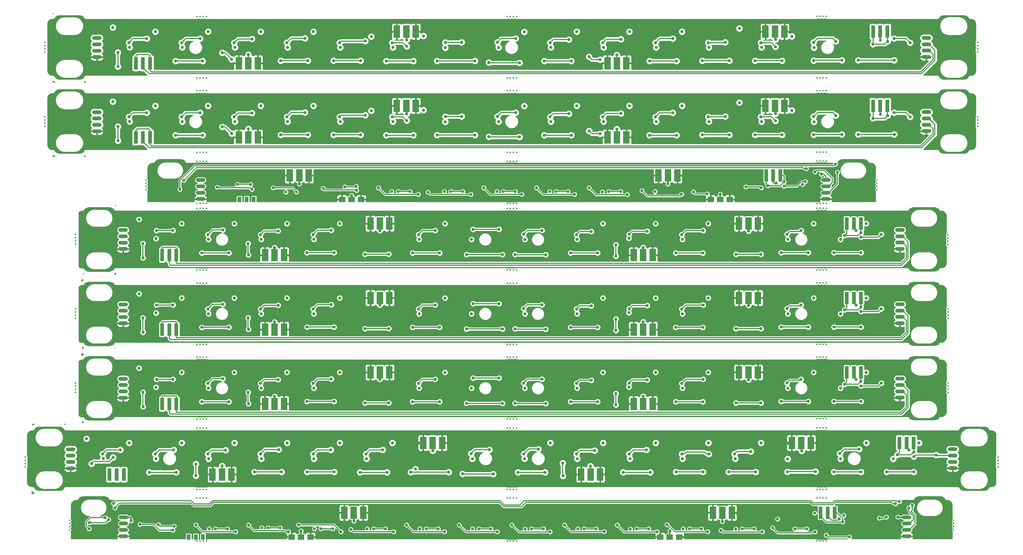
<source format=gbr>
G04 #@! TF.GenerationSoftware,KiCad,Pcbnew,(5.1.0-0)*
G04 #@! TF.CreationDate,2019-05-14T21:28:48-07:00*
G04 #@! TF.ProjectId,InsidePanel,496e7369-6465-4506-916e-656c2e6b6963,rev?*
G04 #@! TF.SameCoordinates,Original*
G04 #@! TF.FileFunction,Copper,L2,Bot*
G04 #@! TF.FilePolarity,Positive*
%FSLAX46Y46*%
G04 Gerber Fmt 4.6, Leading zero omitted, Abs format (unit mm)*
G04 Created by KiCad (PCBNEW (5.1.0-0)) date 2019-05-14 21:28:48*
%MOMM*%
%LPD*%
G04 APERTURE LIST*
%ADD10R,2.000000X1.750000*%
%ADD11R,2.000000X4.000000*%
%ADD12R,1.250000X4.000000*%
%ADD13O,3.000000X1.250000*%
%ADD14R,1.250000X1.750000*%
%ADD15C,0.500000*%
%ADD16C,1.000000*%
%ADD17C,0.300000*%
%ADD18C,0.500000*%
%ADD19C,0.254000*%
G04 APERTURE END LIST*
D10*
X166747004Y-123985487D03*
X172747004Y-123985487D03*
X169747004Y-123985487D03*
D11*
X266866415Y-116365487D03*
X272866415Y-116365487D03*
X269866415Y-116365487D03*
D12*
X300949611Y-116365487D03*
X305449611Y-116365487D03*
X303199611Y-116365487D03*
D13*
X319865927Y-123815487D03*
X319865927Y-121815487D03*
X319865927Y-119815487D03*
X319865927Y-117815487D03*
X121950337Y-123815487D03*
X121950337Y-121815487D03*
X121950337Y-119815487D03*
X121950337Y-117815487D03*
D10*
X286413673Y-123985487D03*
X289413673Y-123985487D03*
X283413673Y-123985487D03*
D14*
X134283667Y-123985487D03*
X138783667Y-123985487D03*
X136533667Y-123985487D03*
D11*
X150200229Y-116365487D03*
X156200229Y-116365487D03*
X153200229Y-116365487D03*
D15*
X367945000Y-75296000D03*
X367945000Y-74296000D03*
X367945000Y-76296000D03*
X367945000Y-77296000D03*
X367945000Y-100796000D03*
X367945000Y-99796000D03*
X367945000Y-97796000D03*
X367945000Y-98796000D03*
X335945000Y-118796000D03*
X335945000Y-117796000D03*
X335945000Y-119796000D03*
X335945000Y-120796000D03*
X358445000Y-138196000D03*
X358445000Y-137196000D03*
X358445000Y-135196000D03*
X358445000Y-136196000D03*
X358545000Y-159596000D03*
X358545000Y-158596000D03*
X358545000Y-160596000D03*
X358545000Y-161596000D03*
X358545000Y-185096000D03*
X358545000Y-184096000D03*
X358545000Y-182096000D03*
X358545000Y-183096000D03*
X374345000Y-206596000D03*
X374345000Y-205596000D03*
X374345000Y-207596000D03*
X374345000Y-208596000D03*
X360245000Y-228596000D03*
X360245000Y-227596000D03*
X360245000Y-225596000D03*
X360245000Y-226596000D03*
X80545000Y-226596000D03*
X80545000Y-225596000D03*
X80545000Y-227596000D03*
X80545000Y-228596000D03*
X66445000Y-208596000D03*
X66445000Y-207596000D03*
X66445000Y-205596000D03*
X66445000Y-206596000D03*
X82345000Y-183096000D03*
X82345000Y-182096000D03*
X82345000Y-184096000D03*
X82345000Y-185096000D03*
X82345000Y-161596000D03*
X82345000Y-160596000D03*
X82345000Y-158596000D03*
X82345000Y-159596000D03*
X82345000Y-136096000D03*
X82345000Y-135096000D03*
X82345000Y-137096000D03*
X82345000Y-138096000D03*
X104745000Y-120896000D03*
X104745000Y-119896000D03*
X104745000Y-117896000D03*
X104745000Y-118896000D03*
X72745000Y-98780000D03*
X72745000Y-97780000D03*
X72745000Y-99780000D03*
X72745000Y-100780000D03*
X72745000Y-77296000D03*
X72745000Y-76296000D03*
X72745000Y-74296000D03*
X72745000Y-75296000D03*
D12*
X103730465Y-104315888D03*
X105980465Y-104315888D03*
X101480465Y-104315888D03*
D11*
X184064530Y-94315888D03*
X190064530Y-94315888D03*
X187064530Y-94315888D03*
D12*
X337063914Y-94315888D03*
X339313914Y-94315888D03*
X334813914Y-94315888D03*
D13*
X351647220Y-96315888D03*
X351647220Y-98315888D03*
X351647220Y-100315888D03*
X351647220Y-102315888D03*
D11*
X303730718Y-94315888D03*
X306730718Y-94315888D03*
X300730718Y-94315888D03*
X137064670Y-104315888D03*
X140064670Y-104315888D03*
X134064670Y-104315888D03*
D13*
X89148186Y-96349222D03*
X89148186Y-98349222D03*
X89148186Y-100349222D03*
X89148186Y-102349222D03*
D11*
X250730858Y-104315888D03*
X256730858Y-104315888D03*
X253730858Y-104315888D03*
D15*
X220974000Y-232137000D03*
X221974000Y-232137000D03*
X219974000Y-232137000D03*
X218974000Y-232137000D03*
X317045000Y-232096000D03*
X318045000Y-232096000D03*
X320045000Y-232096000D03*
X319045000Y-232096000D03*
X120805000Y-232137000D03*
X121805000Y-232137000D03*
X123805000Y-232137000D03*
X122805000Y-232137000D03*
X218974000Y-218537000D03*
X219974000Y-218537000D03*
X221974000Y-218537000D03*
X220974000Y-218537000D03*
X319045000Y-218496000D03*
X320045000Y-218496000D03*
X318045000Y-218496000D03*
X317045000Y-218496000D03*
X122805000Y-218537000D03*
X123805000Y-218537000D03*
X121805000Y-218537000D03*
X120805000Y-218537000D03*
X220974000Y-215837000D03*
X221974000Y-215837000D03*
X219974000Y-215837000D03*
X218974000Y-215837000D03*
X317045000Y-215796000D03*
X318045000Y-215796000D03*
X320045000Y-215796000D03*
X319045000Y-215796000D03*
X120805000Y-215837000D03*
X121805000Y-215837000D03*
X123805000Y-215837000D03*
X122805000Y-215837000D03*
X218974000Y-196337000D03*
X219974000Y-196337000D03*
X221974000Y-196337000D03*
X220974000Y-196337000D03*
X319045000Y-196296000D03*
X320045000Y-196296000D03*
X318045000Y-196296000D03*
X317045000Y-196296000D03*
X122805000Y-196337000D03*
X123805000Y-196337000D03*
X121805000Y-196337000D03*
X120805000Y-196337000D03*
X220974000Y-193437000D03*
X221974000Y-193437000D03*
X219974000Y-193437000D03*
X218974000Y-193437000D03*
X317045000Y-193396000D03*
X318045000Y-193396000D03*
X320045000Y-193396000D03*
X319045000Y-193396000D03*
X120805000Y-193437000D03*
X121805000Y-193437000D03*
X123805000Y-193437000D03*
X122805000Y-193437000D03*
X218974000Y-173937000D03*
X219974000Y-173937000D03*
X221974000Y-173937000D03*
X220974000Y-173937000D03*
X319045000Y-173896000D03*
X320045000Y-173896000D03*
X318045000Y-173896000D03*
X317045000Y-173896000D03*
X122805000Y-173937000D03*
X123805000Y-173937000D03*
X121805000Y-173937000D03*
X120805000Y-173937000D03*
X220974000Y-169937000D03*
X221974000Y-169937000D03*
X219974000Y-169937000D03*
X218974000Y-169937000D03*
X317045000Y-169896000D03*
X318045000Y-169896000D03*
X320045000Y-169896000D03*
X319045000Y-169896000D03*
X120805000Y-169937000D03*
X121805000Y-169937000D03*
X123805000Y-169937000D03*
X122805000Y-169937000D03*
X218974000Y-150437000D03*
X219974000Y-150437000D03*
X221974000Y-150437000D03*
X220974000Y-150437000D03*
X319045000Y-150396000D03*
X320045000Y-150396000D03*
X318045000Y-150396000D03*
X317045000Y-150396000D03*
X122805000Y-150437000D03*
X123805000Y-150437000D03*
X121805000Y-150437000D03*
X120805000Y-150437000D03*
X220974000Y-146337000D03*
X221974000Y-146337000D03*
X219974000Y-146337000D03*
X218974000Y-146337000D03*
X317045000Y-146296000D03*
X318045000Y-146296000D03*
X320045000Y-146296000D03*
X319045000Y-146296000D03*
X120805000Y-146337000D03*
X121805000Y-146337000D03*
X123805000Y-146337000D03*
X122805000Y-146337000D03*
X218974000Y-126837000D03*
X219974000Y-126837000D03*
X221974000Y-126837000D03*
X220974000Y-126837000D03*
X319045000Y-126796000D03*
X320045000Y-126796000D03*
X318045000Y-126796000D03*
X317045000Y-126796000D03*
X122805000Y-126837000D03*
X123805000Y-126837000D03*
X121805000Y-126837000D03*
X120805000Y-126837000D03*
X220974000Y-125237000D03*
X221974000Y-125237000D03*
X219974000Y-125237000D03*
X218974000Y-125237000D03*
X317045000Y-125196000D03*
X318045000Y-125196000D03*
X320045000Y-125196000D03*
X319045000Y-125196000D03*
X120805000Y-125237000D03*
X121805000Y-125237000D03*
X123805000Y-125237000D03*
X122805000Y-125237000D03*
X218974000Y-111837000D03*
X219974000Y-111837000D03*
X221974000Y-111837000D03*
X220974000Y-111837000D03*
X319045000Y-111796000D03*
X320045000Y-111796000D03*
X318045000Y-111796000D03*
X317045000Y-111796000D03*
X122805000Y-111837000D03*
X123805000Y-111837000D03*
X121805000Y-111837000D03*
X120805000Y-111837000D03*
X120805000Y-109037000D03*
X121805000Y-109037000D03*
X123805000Y-109037000D03*
X122805000Y-109037000D03*
X317045000Y-108996000D03*
X318045000Y-108996000D03*
X320045000Y-108996000D03*
X319045000Y-108996000D03*
X220974000Y-109037000D03*
X221974000Y-109037000D03*
X219974000Y-109037000D03*
X218974000Y-109037000D03*
X218974000Y-89537000D03*
X219974000Y-89537000D03*
X221974000Y-89537000D03*
X220974000Y-89537000D03*
X122805000Y-89537000D03*
X123805000Y-89537000D03*
X121805000Y-89537000D03*
X120805000Y-89537000D03*
X319045000Y-89496000D03*
X320045000Y-89496000D03*
X318045000Y-89496000D03*
X317045000Y-89496000D03*
X220974000Y-85537000D03*
X221974000Y-85537000D03*
X219974000Y-85537000D03*
X218974000Y-85537000D03*
X120805000Y-85537000D03*
X121805000Y-85537000D03*
X123805000Y-85537000D03*
X122805000Y-85537000D03*
X317045000Y-85496000D03*
X318045000Y-85496000D03*
X320045000Y-85496000D03*
X319045000Y-85496000D03*
X319045000Y-65996000D03*
X320045000Y-65996000D03*
X318045000Y-65996000D03*
X317045000Y-65996000D03*
X218974000Y-66037000D03*
X219974000Y-66037000D03*
X221974000Y-66037000D03*
X220974000Y-66037000D03*
X122805000Y-66037000D03*
X123805000Y-66037000D03*
X121805000Y-66037000D03*
X120805000Y-66037000D03*
D11*
X142372594Y-141618662D03*
X148372594Y-141618662D03*
X145372594Y-141618662D03*
X262038782Y-141618662D03*
X265038782Y-141618662D03*
X259038782Y-141618662D03*
D13*
X97456110Y-139651996D03*
X97456110Y-137651996D03*
X97456110Y-135651996D03*
X97456110Y-133651996D03*
D12*
X109788658Y-141618662D03*
X114288658Y-141618662D03*
X112038658Y-141618662D03*
D11*
X178705794Y-131618662D03*
X181705794Y-131618662D03*
X175705794Y-131618662D03*
D13*
X343288484Y-139618662D03*
X343288484Y-137618662D03*
X343288484Y-135618662D03*
X343288484Y-133618662D03*
D12*
X326455178Y-131618662D03*
X330955178Y-131618662D03*
X328705178Y-131618662D03*
D11*
X292371982Y-131618662D03*
X298371982Y-131618662D03*
X295371982Y-131618662D03*
X145372594Y-165173662D03*
X148372594Y-165173662D03*
X142372594Y-165173662D03*
X259038782Y-165173662D03*
X265038782Y-165173662D03*
X262038782Y-165173662D03*
D13*
X97456110Y-157206996D03*
X97456110Y-159206996D03*
X97456110Y-161206996D03*
X97456110Y-163206996D03*
D12*
X112038658Y-165173662D03*
X114288658Y-165173662D03*
X109788658Y-165173662D03*
D11*
X175705794Y-155173662D03*
X181705794Y-155173662D03*
X178705794Y-155173662D03*
D13*
X343288484Y-157173662D03*
X343288484Y-159173662D03*
X343288484Y-161173662D03*
X343288484Y-163173662D03*
D11*
X295371982Y-155173662D03*
X298371982Y-155173662D03*
X292371982Y-155173662D03*
D12*
X328705178Y-155173662D03*
X330955178Y-155173662D03*
X326455178Y-155173662D03*
X109788658Y-188728662D03*
X114288658Y-188728662D03*
X112038658Y-188728662D03*
D11*
X178705794Y-178728662D03*
X181705794Y-178728662D03*
X175705794Y-178728662D03*
X142372594Y-188728662D03*
X148372594Y-188728662D03*
X145372594Y-188728662D03*
X262038782Y-188728662D03*
X265038782Y-188728662D03*
X259038782Y-188728662D03*
X292371982Y-178728662D03*
X298371982Y-178728662D03*
X295371982Y-178728662D03*
D12*
X326455178Y-178728662D03*
X330955178Y-178728662D03*
X328705178Y-178728662D03*
D13*
X343288484Y-186728662D03*
X343288484Y-184728662D03*
X343288484Y-182728662D03*
X343288484Y-180728662D03*
X97456110Y-186761996D03*
X97456110Y-184761996D03*
X97456110Y-182761996D03*
X97456110Y-180761996D03*
D12*
X95404911Y-211083820D03*
X97654911Y-211083820D03*
X93154911Y-211083820D03*
D11*
X195405516Y-201083820D03*
X198405516Y-201083820D03*
X192405516Y-201083820D03*
X125739116Y-211083820D03*
X131739116Y-211083820D03*
X128739116Y-211083820D03*
X245405304Y-211083820D03*
X248405304Y-211083820D03*
X242405304Y-211083820D03*
X309071704Y-201083820D03*
X315071704Y-201083820D03*
X312071704Y-201083820D03*
D12*
X343154900Y-201083820D03*
X347654900Y-201083820D03*
X345404900Y-201083820D03*
D13*
X359988206Y-209083820D03*
X359988206Y-207083820D03*
X359988206Y-205083820D03*
X359988206Y-203083820D03*
X80822632Y-209117154D03*
X80822632Y-207117154D03*
X80822632Y-205117154D03*
X80822632Y-203117154D03*
D12*
X101480465Y-80831888D03*
X105980465Y-80831888D03*
X103730465Y-80831888D03*
D11*
X187064530Y-70831888D03*
X190064530Y-70831888D03*
X184064530Y-70831888D03*
X134064670Y-80831888D03*
X140064670Y-80831888D03*
X137064670Y-80831888D03*
X253730858Y-80831888D03*
X256730858Y-80831888D03*
X250730858Y-80831888D03*
X300730718Y-70831888D03*
X306730718Y-70831888D03*
X303730718Y-70831888D03*
D12*
X334813914Y-70831888D03*
X339313914Y-70831888D03*
X337063914Y-70831888D03*
D13*
X351647220Y-78831888D03*
X351647220Y-76831888D03*
X351647220Y-74831888D03*
X351647220Y-72831888D03*
X89148186Y-78865222D03*
X89148186Y-76865222D03*
X89148186Y-74865222D03*
X89148186Y-72865222D03*
D14*
X118183442Y-230880700D03*
X122683442Y-230880700D03*
X120433442Y-230880700D03*
D10*
X270433431Y-230880700D03*
X273433431Y-230880700D03*
X267433431Y-230880700D03*
X150766774Y-230880700D03*
X156766774Y-230880700D03*
X153766774Y-230880700D03*
D11*
X284099354Y-223167700D03*
X290099354Y-223167700D03*
X287099354Y-223167700D03*
X167433168Y-223167700D03*
X173433168Y-223167700D03*
X170433168Y-223167700D03*
D12*
X318182550Y-223167700D03*
X322682550Y-223167700D03*
X320432550Y-223167700D03*
D13*
X345432364Y-230617700D03*
X345432364Y-228617700D03*
X345432364Y-226617700D03*
X345432364Y-224617700D03*
X97516776Y-230617700D03*
X97516776Y-228617700D03*
X97516776Y-226617700D03*
X97516776Y-224617700D03*
D16*
X332638509Y-178728662D03*
X315971909Y-178728662D03*
X307805309Y-183728662D03*
X282638709Y-178728662D03*
X265972109Y-178728662D03*
X274472109Y-183728662D03*
X249305509Y-178728662D03*
X241138909Y-183728662D03*
X199305709Y-178728662D03*
X191139109Y-183728662D03*
X165972509Y-178728662D03*
X149305909Y-178728662D03*
X157805909Y-183728662D03*
X141139309Y-183728662D03*
X115972709Y-178728662D03*
X124472709Y-183728662D03*
X132639309Y-178728662D03*
X324477181Y-183755893D03*
X102501109Y-177391662D03*
X224601109Y-183741662D03*
X145386909Y-186317662D03*
X178684109Y-180961662D03*
X295390109Y-181107662D03*
X262020909Y-186283662D03*
X207706121Y-183728662D03*
X257505305Y-183368849D03*
X107852236Y-183445575D03*
X349338231Y-201083820D03*
X332671631Y-201083820D03*
X324505031Y-206083820D03*
X299338431Y-201083820D03*
X282671831Y-201083820D03*
X291171831Y-206083820D03*
X266005231Y-201083820D03*
X274505231Y-206083820D03*
X249338631Y-201083820D03*
X257838631Y-206083820D03*
X232672031Y-201083820D03*
X241172031Y-206083820D03*
X224505431Y-206083820D03*
X182672231Y-201083820D03*
X166005631Y-201083820D03*
X174505631Y-206083820D03*
X149339031Y-201083820D03*
X157839031Y-206083820D03*
X132672431Y-201083820D03*
X141172431Y-206083820D03*
X124505831Y-206083820D03*
X99339231Y-201083820D03*
X107839231Y-206083820D03*
X116005831Y-201083820D03*
X341176903Y-206111051D03*
X85867631Y-199746820D03*
X207967631Y-206096820D03*
X312217631Y-203596820D03*
X189967631Y-209346820D03*
X307767631Y-206146820D03*
X195467631Y-203583810D03*
X91172631Y-206046810D03*
X128767631Y-208346820D03*
X245367631Y-208446820D03*
X332638509Y-155173662D03*
X315971909Y-155173662D03*
X307805309Y-160173662D03*
X282638709Y-155173662D03*
X265972109Y-155173662D03*
X274472109Y-160173662D03*
X249305509Y-155173662D03*
X241138909Y-160173662D03*
X199305709Y-155173662D03*
X191139109Y-160173662D03*
X165972509Y-155173662D03*
X149305909Y-155173662D03*
X157805909Y-160173662D03*
X141139309Y-160173662D03*
X115972709Y-155173662D03*
X124472709Y-160173662D03*
X132639309Y-155173662D03*
X324477181Y-160200893D03*
X102501109Y-153836662D03*
X224601109Y-160186662D03*
X145386909Y-162762662D03*
X178684109Y-157406662D03*
X295390109Y-157552662D03*
X262020909Y-162728662D03*
X207706121Y-160173662D03*
X257505305Y-159813849D03*
X107852236Y-159890575D03*
X332638509Y-131618662D03*
X315971909Y-131618662D03*
X307805309Y-136618662D03*
X282638709Y-131618662D03*
X265972109Y-131618662D03*
X274472109Y-136618662D03*
X249305509Y-131618662D03*
X241138909Y-136618662D03*
X199305709Y-131618662D03*
X191139109Y-136618662D03*
X165972509Y-131618662D03*
X149305909Y-131618662D03*
X157805909Y-136618662D03*
X141139309Y-136618662D03*
X115972709Y-131618662D03*
X124472709Y-136618662D03*
X132639309Y-131618662D03*
X324477181Y-136645893D03*
X102501109Y-130281662D03*
X224601109Y-136631662D03*
X145386909Y-139207662D03*
X178684109Y-133851662D03*
X295390109Y-133997662D03*
X262020909Y-139173662D03*
X207706121Y-136618662D03*
X257505305Y-136258849D03*
X107852236Y-136335575D03*
X299497385Y-75831888D03*
X274330785Y-70831888D03*
X282830785Y-75831888D03*
X257664185Y-70831888D03*
X266164185Y-75831888D03*
X240997585Y-70831888D03*
X249497585Y-75831888D03*
X232830985Y-75831888D03*
X182831185Y-75831888D03*
X157664585Y-70831888D03*
X166164585Y-75831888D03*
X140997985Y-70831888D03*
X149497985Y-75831888D03*
X132831385Y-75831888D03*
X107664785Y-70831888D03*
X116164785Y-75831888D03*
X124331385Y-70831888D03*
X94193185Y-69494888D03*
X216293185Y-75844888D03*
X316093185Y-75894888D03*
X99498185Y-75794878D03*
X137093185Y-78094888D03*
X253693185Y-78194888D03*
X175993185Y-72394888D03*
X199393185Y-75894888D03*
X292493185Y-69794888D03*
X192493185Y-72194888D03*
X303946319Y-73275214D03*
X309093183Y-72294886D03*
X224393185Y-70894888D03*
X187193185Y-73394888D03*
X240997585Y-94315888D03*
X266164185Y-99315888D03*
X299497385Y-99315888D03*
X257664185Y-94315888D03*
X274330785Y-94315888D03*
X282830785Y-99315888D03*
X182831185Y-99315888D03*
X249497585Y-99315888D03*
X149497985Y-99315888D03*
X232830985Y-99315888D03*
X107664785Y-94315888D03*
X94193185Y-92978888D03*
X140997985Y-94315888D03*
X99498185Y-99278878D03*
X116164785Y-99315888D03*
X166164585Y-99315888D03*
X216293185Y-99328888D03*
X175993185Y-95878888D03*
X192493185Y-95678888D03*
X199393185Y-99378888D03*
X137093185Y-101578888D03*
X224393185Y-94378888D03*
X132831385Y-99315888D03*
X309093183Y-95778886D03*
X292493185Y-93278888D03*
X253693185Y-101678888D03*
X316093185Y-99378888D03*
X157664585Y-94315888D03*
X124331385Y-94315888D03*
X187193185Y-96878888D03*
X303946319Y-96759214D03*
X291332756Y-228367700D03*
X257999560Y-228367700D03*
X224666364Y-228367700D03*
X304566776Y-225167700D03*
X316308446Y-223314848D03*
X124666776Y-228267690D03*
X157999972Y-228267690D03*
X174666570Y-228267690D03*
X274666158Y-228267690D03*
X191333168Y-228267690D03*
X207999766Y-228267690D03*
X241332962Y-228267690D03*
X325526403Y-224031722D03*
X170466765Y-225817688D03*
X287066776Y-225967700D03*
X342661776Y-224530700D03*
X99961776Y-225730698D03*
X141333374Y-227930690D03*
X153761776Y-228930702D03*
X270461776Y-228930700D03*
X286410339Y-122265477D03*
X169730337Y-122695487D03*
X318400337Y-115965487D03*
X312515525Y-119224431D03*
X153233826Y-119015475D03*
X265766523Y-121465477D03*
X148950337Y-121625487D03*
X215766729Y-121465477D03*
X269833837Y-119065477D03*
X199100131Y-121465477D03*
X232433327Y-121465477D03*
X182433533Y-121465477D03*
X249099925Y-121565487D03*
X324538573Y-178728662D03*
X303205309Y-183728664D03*
X307871973Y-178728662D03*
X269872109Y-183728664D03*
X274538773Y-178728662D03*
X257872173Y-178728662D03*
X236538909Y-183728664D03*
X241205573Y-178728662D03*
X224538973Y-178728662D03*
X207872373Y-178728662D03*
X186539109Y-183728664D03*
X191205773Y-178728662D03*
X157872573Y-178728662D03*
X141205973Y-178728662D03*
X119872709Y-183728664D03*
X107872773Y-178728662D03*
X124539373Y-178728662D03*
X336217019Y-184055425D03*
X219861038Y-183688796D03*
X337167909Y-180091662D03*
X203173080Y-183658650D03*
X319767899Y-183711112D03*
X153205913Y-183728664D03*
X136091550Y-183854910D03*
X252685705Y-183781126D03*
X286538709Y-183728664D03*
X289929109Y-180010662D03*
X173211109Y-180171662D03*
X169872509Y-183728664D03*
X102945665Y-183566543D03*
X341238295Y-201083820D03*
X319905031Y-206083822D03*
X324571695Y-201083820D03*
X291238495Y-201083820D03*
X269905231Y-206083822D03*
X274571895Y-201083820D03*
X253238631Y-206083822D03*
X257905295Y-201083820D03*
X241238695Y-201083820D03*
X219905431Y-206083822D03*
X224572095Y-201083820D03*
X207905495Y-201083820D03*
X191238895Y-201083820D03*
X169905631Y-206083822D03*
X174572295Y-201083820D03*
X153239031Y-206083822D03*
X157905695Y-201083820D03*
X141239095Y-201083820D03*
X124572495Y-201083820D03*
X103239231Y-206083822D03*
X91239295Y-201083820D03*
X107905895Y-201083820D03*
X352916741Y-206410583D03*
X299472631Y-206083820D03*
X86423729Y-206232724D03*
X203227560Y-206043954D03*
X307867631Y-201146820D03*
X353867631Y-202446820D03*
X186539602Y-206013808D03*
X286251828Y-206403825D03*
X336467621Y-206066270D03*
X136572435Y-206083822D03*
X119458072Y-206210068D03*
X236052227Y-206136284D03*
X102945665Y-160011543D03*
X324538573Y-155173662D03*
X303205309Y-160173664D03*
X307871973Y-155173662D03*
X269872109Y-160173664D03*
X274538773Y-155173662D03*
X257872173Y-155173662D03*
X236538909Y-160173664D03*
X241205573Y-155173662D03*
X224538973Y-155173662D03*
X207872373Y-155173662D03*
X186539109Y-160173664D03*
X191205773Y-155173662D03*
X157872573Y-155173662D03*
X141205973Y-155173662D03*
X119872709Y-160173664D03*
X107872773Y-155173662D03*
X124539373Y-155173662D03*
X336217019Y-160500425D03*
X219861038Y-160133796D03*
X337167909Y-156536662D03*
X203173080Y-160103650D03*
X319767899Y-160156112D03*
X153205913Y-160173664D03*
X136091550Y-160299910D03*
X252685705Y-160226126D03*
X286538709Y-160173664D03*
X289929109Y-156455662D03*
X173211109Y-156616662D03*
X169872509Y-160173664D03*
X102945665Y-136456543D03*
X324538573Y-131618662D03*
X303205309Y-136618664D03*
X307871973Y-131618662D03*
X269872109Y-136618664D03*
X274538773Y-131618662D03*
X257872173Y-131618662D03*
X236538909Y-136618664D03*
X241205573Y-131618662D03*
X224538973Y-131618662D03*
X207872373Y-131618662D03*
X186539109Y-136618664D03*
X191205773Y-131618662D03*
X157872573Y-131618662D03*
X141205973Y-131618662D03*
X119872709Y-136618664D03*
X107872773Y-131618662D03*
X124539373Y-131618662D03*
X336217019Y-136945425D03*
X219861038Y-136578796D03*
X337167909Y-132981662D03*
X203173080Y-136548650D03*
X319767899Y-136601112D03*
X153205913Y-136618664D03*
X136091550Y-136744910D03*
X252685705Y-136671126D03*
X286538709Y-136618664D03*
X289929109Y-132900662D03*
X173211109Y-133061662D03*
X169872509Y-136618664D03*
X332897249Y-70831888D03*
X278230785Y-75831890D03*
X282897449Y-70831888D03*
X261564185Y-75831890D03*
X266230849Y-70831888D03*
X249564249Y-70831888D03*
X228230985Y-75831890D03*
X232897649Y-70831888D03*
X216231049Y-70831888D03*
X199564449Y-70831888D03*
X178231185Y-75831890D03*
X161564585Y-75831890D03*
X149564649Y-70831888D03*
X132898049Y-70831888D03*
X111564785Y-75831890D03*
X99564849Y-70831888D03*
X116231449Y-70831888D03*
X307798185Y-75831888D03*
X94749283Y-75980792D03*
X211553114Y-75792022D03*
X316193185Y-70894888D03*
X194865156Y-75761876D03*
X294577382Y-76151893D03*
X144897989Y-75831890D03*
X127783626Y-75958136D03*
X244377781Y-75884352D03*
X166231249Y-70831902D03*
X327443164Y-75831890D03*
X344193185Y-75694888D03*
X349593185Y-70794888D03*
X181613185Y-69754888D03*
X298263187Y-69474888D03*
X149564649Y-94315888D03*
X116231449Y-94315888D03*
X161564585Y-99315890D03*
X111564785Y-99315890D03*
X216231049Y-94315888D03*
X132898049Y-94315888D03*
X99564849Y-94315888D03*
X178231185Y-99315890D03*
X249564249Y-94315888D03*
X332897249Y-94315888D03*
X228230985Y-99315890D03*
X261564185Y-99315890D03*
X199564449Y-94315888D03*
X232897649Y-94315888D03*
X282897449Y-94315888D03*
X266230849Y-94315888D03*
X278230785Y-99315890D03*
X344193185Y-99178888D03*
X181613185Y-93238888D03*
X298263187Y-92958888D03*
X349593185Y-94278888D03*
X166231249Y-94315902D03*
X327443164Y-99315890D03*
X244377781Y-99368352D03*
X144897989Y-99315890D03*
X127783626Y-99442136D03*
X294577382Y-99635893D03*
X316193185Y-94378888D03*
X194865156Y-99245876D03*
X94749283Y-99464792D03*
X211553114Y-99276022D03*
X307798185Y-99315888D03*
X273316158Y-224767700D03*
X256649560Y-224767700D03*
X239982962Y-224767700D03*
X223316364Y-224767700D03*
X206649766Y-224767700D03*
X189983168Y-224767700D03*
X156649972Y-224767700D03*
X139983374Y-224767700D03*
X336925345Y-229145325D03*
X123316776Y-224767700D03*
X307866776Y-223367700D03*
X291766776Y-223367700D03*
X175566774Y-223367700D03*
X120269954Y-228302119D03*
X166266511Y-227617700D03*
X182933107Y-227617700D03*
X199599703Y-227867700D03*
X216266299Y-227867694D03*
X232932895Y-227617700D03*
X266266087Y-227617700D03*
X282932683Y-227867700D03*
X316265875Y-227617700D03*
X343166776Y-229967700D03*
X103369944Y-230067152D03*
X299599279Y-227867700D03*
X249599491Y-227867700D03*
X132988803Y-227920122D03*
X149599915Y-227867700D03*
X324680576Y-223111338D03*
X341328333Y-226664688D03*
X94561776Y-230530700D03*
X348661776Y-230530700D03*
X104193419Y-228230710D03*
X117000337Y-123865487D03*
X323500337Y-123865487D03*
X314900337Y-118265487D03*
X307874550Y-118365478D03*
X297779382Y-117465477D03*
X197725337Y-117990487D03*
X317200337Y-123765487D03*
X157422364Y-121117909D03*
X274033052Y-121065487D03*
X289754572Y-121665497D03*
X257366456Y-120815487D03*
X240699860Y-121065481D03*
X174033476Y-121065487D03*
X207366668Y-120815487D03*
X190700072Y-120815487D03*
X127803505Y-123264939D03*
X128626980Y-121243655D03*
X147750337Y-117965487D03*
X224033264Y-121065487D03*
X181083533Y-117965487D03*
X214416729Y-117965487D03*
X144703515Y-121499906D03*
X247749925Y-117965487D03*
X264416523Y-117965487D03*
X164416935Y-117965487D03*
X231083327Y-117965487D03*
X281083121Y-117965487D03*
X240906461Y-182228672D03*
X245606109Y-181228662D03*
X253406109Y-185428662D03*
X253406107Y-189028662D03*
X224272983Y-204583830D03*
X236567631Y-207446820D03*
X236667631Y-211546820D03*
X228867631Y-203046820D03*
X245606109Y-157673662D03*
X253406109Y-161873662D03*
X240906461Y-158673672D03*
X253406107Y-165473662D03*
X245606109Y-134118662D03*
X253406109Y-138318662D03*
X240906461Y-135118672D03*
X253406107Y-141918662D03*
X232598537Y-74331898D03*
X244893185Y-78794888D03*
X238530185Y-73331888D03*
X248393185Y-79694886D03*
X244893185Y-102278888D03*
X248393185Y-103178886D03*
X238530185Y-96815888D03*
X232598537Y-97815898D03*
X253799544Y-227067700D03*
X243332962Y-228267700D03*
X247132962Y-228267690D03*
X266399544Y-229167700D03*
X282275337Y-122190487D03*
X277925337Y-121565487D03*
X137006109Y-185028662D03*
X137106111Y-188628662D03*
X124239575Y-182228672D03*
X129006109Y-180728666D03*
X107606051Y-204583830D03*
X113472631Y-203283820D03*
X120467631Y-207746820D03*
X120467627Y-211446820D03*
X137106111Y-165073662D03*
X124239575Y-158673672D03*
X137006109Y-161473662D03*
X129006109Y-157173666D03*
X124239575Y-135118672D03*
X137106111Y-141518662D03*
X137006109Y-137918662D03*
X129006109Y-133618666D03*
X115931605Y-74331898D03*
X121798185Y-73031888D03*
X128793185Y-77494888D03*
X131793183Y-79594886D03*
X131793183Y-103078886D03*
X121798185Y-96515888D03*
X115931605Y-97815898D03*
X128793185Y-100978888D03*
X137133372Y-227067700D03*
X126666776Y-228267700D03*
X130466776Y-228267690D03*
X149725026Y-229185916D03*
X160720337Y-120435487D03*
X171338293Y-121086711D03*
X130905169Y-188028662D03*
X122338509Y-188028662D03*
X113206109Y-180928662D03*
X108006109Y-180928663D03*
X114271691Y-210383820D03*
X105705031Y-210383820D03*
X90939391Y-204583830D03*
X96572631Y-203283820D03*
X130905169Y-164473662D03*
X113206109Y-157373662D03*
X108006109Y-157373663D03*
X122338509Y-164473662D03*
X130905169Y-140918662D03*
X113206109Y-133818662D03*
X108006109Y-133818663D03*
X122338509Y-140918662D03*
X122597245Y-80131888D03*
X114030585Y-80131888D03*
X99264945Y-74331898D03*
X104898185Y-73031888D03*
X122597245Y-103615888D03*
X99264945Y-97815898D03*
X114030585Y-103615888D03*
X104898185Y-96515888D03*
X120466776Y-227067700D03*
X133066776Y-229167700D03*
X113561776Y-227430700D03*
X108561778Y-226930700D03*
X133600337Y-119175487D03*
X137800337Y-119195487D03*
X152290337Y-121585487D03*
X144900337Y-120265487D03*
X164205169Y-187928662D03*
X155638509Y-187928662D03*
X140906189Y-182228672D03*
X146506109Y-181028662D03*
X147571691Y-210283820D03*
X139005031Y-210283820D03*
X124272711Y-204583830D03*
X129872631Y-203383820D03*
X164205169Y-164373662D03*
X155638509Y-164373662D03*
X146506109Y-157473662D03*
X140906189Y-158673672D03*
X164205169Y-140818662D03*
X155638509Y-140818662D03*
X146506109Y-133918662D03*
X140906189Y-135118672D03*
X155897245Y-80031888D03*
X147330585Y-80031888D03*
X132598265Y-74331898D03*
X138198185Y-73131888D03*
X132598265Y-97815898D03*
X138198185Y-96615888D03*
X147330585Y-103515888D03*
X155897245Y-103515888D03*
X166391785Y-229185990D03*
X143333374Y-227930690D03*
X147133374Y-227930690D03*
X152961776Y-227030700D03*
X178233721Y-120265487D03*
X190825346Y-122383777D03*
X167620337Y-120025487D03*
X171190337Y-119845487D03*
X163306109Y-180828662D03*
X157572837Y-182228672D03*
X181480638Y-188403193D03*
X174006109Y-188428662D03*
X164271691Y-210283820D03*
X155705031Y-210283820D03*
X146672631Y-203183820D03*
X140939359Y-204583830D03*
X157572837Y-158673672D03*
X181480638Y-164848193D03*
X163306109Y-157273662D03*
X174006109Y-164873662D03*
X157572837Y-135118672D03*
X181480638Y-141293193D03*
X163306109Y-133718662D03*
X174006109Y-141318662D03*
X172597245Y-80031888D03*
X164030585Y-80031888D03*
X154998185Y-72931888D03*
X149264913Y-74331898D03*
X154998185Y-96415888D03*
X149264913Y-97815898D03*
X172597245Y-103515888D03*
X164030585Y-103515888D03*
X159999972Y-228267700D03*
X163799972Y-228267690D03*
X183066820Y-229167700D03*
X169483430Y-228467700D03*
X193916991Y-121665487D03*
X207500381Y-122365487D03*
X188233533Y-121465477D03*
X184433533Y-121465487D03*
X197605169Y-188028662D03*
X189038509Y-188028662D03*
X180971691Y-210383820D03*
X172405031Y-210383820D03*
X157606031Y-204583830D03*
X163172631Y-203283820D03*
X189038509Y-164473662D03*
X197605169Y-164473662D03*
X189038509Y-140918662D03*
X197605169Y-140918662D03*
X189297245Y-80131888D03*
X180730585Y-80131888D03*
X165931585Y-74331898D03*
X174093185Y-73794888D03*
X165931585Y-97815898D03*
X189297245Y-103615888D03*
X180730585Y-103615888D03*
X174093185Y-97278888D03*
X187133480Y-227067700D03*
X176666570Y-228267700D03*
X180466570Y-228267690D03*
X199166766Y-229167700D03*
X223600327Y-122365487D03*
X204900131Y-121465477D03*
X201100131Y-121465487D03*
X211567041Y-120265487D03*
X190906169Y-182228672D03*
X196206109Y-180928662D03*
X206106109Y-188528662D03*
X217506109Y-188528660D03*
X174272691Y-204583830D03*
X179572631Y-203283820D03*
X200467631Y-210346820D03*
X188467631Y-210346820D03*
X190906169Y-158673672D03*
X206106109Y-164973662D03*
X217506109Y-164973660D03*
X196206109Y-157373662D03*
X190906169Y-135118672D03*
X206106109Y-141418662D03*
X217506109Y-141418660D03*
X196206109Y-133818662D03*
X182598245Y-74331898D03*
X208793185Y-80094888D03*
X196793185Y-80094888D03*
X187193185Y-75494888D03*
X187193185Y-98978888D03*
X208793185Y-103578888D03*
X182598245Y-97815898D03*
X196793185Y-103578888D03*
X203800140Y-227067700D03*
X193333168Y-228267700D03*
X197133168Y-228267690D03*
X215866766Y-229167700D03*
X240300327Y-122365487D03*
X221566729Y-121465477D03*
X217766729Y-121465487D03*
X228233701Y-120265487D03*
X231201109Y-188591662D03*
X221501107Y-188491662D03*
X208206109Y-180528662D03*
X216406109Y-180528662D03*
X214567631Y-210946820D03*
X204867629Y-210846820D03*
X208206109Y-156973662D03*
X216406109Y-156973662D03*
X221501107Y-164936662D03*
X231201109Y-165036662D03*
X208206109Y-133418662D03*
X216406109Y-133418662D03*
X221501107Y-141381662D03*
X231201109Y-141481662D03*
X222893185Y-80694888D03*
X213193183Y-80594888D03*
X199430185Y-74231888D03*
X204593185Y-74194888D03*
X213193183Y-104078888D03*
X199430185Y-97715888D03*
X204593185Y-97678888D03*
X222893185Y-104178888D03*
X220466352Y-227067700D03*
X209999766Y-228267700D03*
X213799766Y-228267690D03*
X232566780Y-229217701D03*
X257000341Y-122415466D03*
X238233327Y-121465477D03*
X234433327Y-121465487D03*
X244899913Y-120265487D03*
X247605169Y-188028662D03*
X239038509Y-188028662D03*
X224201109Y-182091662D03*
X230001109Y-180891662D03*
X230971691Y-210383820D03*
X222405031Y-210383820D03*
X207567631Y-204446820D03*
X213367631Y-203246820D03*
X224201109Y-158536662D03*
X247605169Y-164473662D03*
X239038509Y-164473662D03*
X230001109Y-157336662D03*
X239038509Y-140918662D03*
X224201109Y-134981662D03*
X247605169Y-140918662D03*
X230001109Y-133781662D03*
X239297245Y-80131888D03*
X230730585Y-80131888D03*
X215893185Y-74194888D03*
X221693185Y-72994888D03*
X221693185Y-96478888D03*
X215893185Y-97678888D03*
X239297245Y-103615888D03*
X230730585Y-103615888D03*
X237133460Y-227067700D03*
X230466364Y-228267702D03*
X226666364Y-228267700D03*
X249733450Y-229117679D03*
X274167011Y-122315466D03*
X254899925Y-121465489D03*
X261600337Y-121165487D03*
X251099925Y-121465487D03*
X280905169Y-188028662D03*
X272338509Y-188028662D03*
X263306109Y-181128662D03*
X257579565Y-182121045D03*
X264271691Y-210383820D03*
X255705031Y-210383820D03*
X240939682Y-204583830D03*
X246672631Y-203483820D03*
X280905169Y-164473662D03*
X263306109Y-157573662D03*
X272338509Y-164473662D03*
X257579565Y-158566045D03*
X263306109Y-134018662D03*
X280905169Y-140918662D03*
X257579565Y-135011045D03*
X272338509Y-140918662D03*
X272597245Y-80131888D03*
X264030585Y-80131888D03*
X249265236Y-74331898D03*
X254998185Y-73231888D03*
X249265236Y-97815898D03*
X254998185Y-96715888D03*
X264030585Y-103615888D03*
X272597245Y-103615888D03*
X263799560Y-228267702D03*
X282466772Y-229167700D03*
X259999560Y-228267700D03*
X269561776Y-226930700D03*
X294500337Y-119965487D03*
X299400337Y-120265497D03*
X103706107Y-185028662D03*
X103756109Y-189578662D03*
X87467631Y-207646820D03*
X94267631Y-205646820D03*
X103756109Y-166023662D03*
X103706107Y-161473662D03*
X103756109Y-142468662D03*
X103706107Y-137918662D03*
X95793185Y-77394888D03*
X95793185Y-81894888D03*
X95793185Y-100878888D03*
X95793185Y-105378888D03*
X102766776Y-226867700D03*
X113161776Y-228730700D03*
X127200337Y-120065487D03*
X138210337Y-120775487D03*
X330972909Y-181628662D03*
X325767909Y-182491662D03*
X347672631Y-203983820D03*
X342467631Y-204846820D03*
X325767909Y-158936662D03*
X330972909Y-158073662D03*
X330972909Y-134518662D03*
X325767909Y-135381662D03*
X339445065Y-73894899D03*
X334759845Y-74794888D03*
X334759845Y-98278888D03*
X339445065Y-97378899D03*
X325166776Y-226067700D03*
X306620581Y-118390361D03*
X301500337Y-119665487D03*
X329393680Y-180937122D03*
X330972909Y-183028662D03*
X337406109Y-182128662D03*
X354772631Y-204883830D03*
X347672631Y-205383820D03*
X346093402Y-203292280D03*
X329393680Y-157382122D03*
X337406109Y-158573662D03*
X330972909Y-159473662D03*
X330972909Y-135918662D03*
X337406109Y-135018662D03*
X329393680Y-133827122D03*
X337159845Y-73494888D03*
X341459845Y-72994888D03*
X346512919Y-74347962D03*
X341459845Y-96478888D03*
X337159845Y-96978888D03*
X346512919Y-97831962D03*
X336766776Y-224867700D03*
X339001080Y-224572921D03*
X324057561Y-225117690D03*
X304100337Y-118765477D03*
X313350658Y-118294333D03*
X306600337Y-119765487D03*
X86666776Y-228267694D03*
X91796917Y-224721225D03*
X94361776Y-220230700D03*
X343172659Y-219669761D03*
X347161776Y-220830700D03*
X322860472Y-112786123D03*
X115400337Y-120765487D03*
X323480064Y-115361301D03*
X86758178Y-226367710D03*
X92866776Y-225367700D03*
X94861776Y-221630700D03*
X341838834Y-220345439D03*
X346095054Y-221631436D03*
X316405000Y-115237000D03*
X313634619Y-114237010D03*
X116665954Y-117948854D03*
X314271969Y-187928662D03*
X305705309Y-187928662D03*
X297671691Y-210283820D03*
X289105031Y-210283820D03*
X282822215Y-204583830D03*
X274272625Y-204583830D03*
X314271969Y-164373662D03*
X305705309Y-164373662D03*
X314271969Y-140818662D03*
X305705309Y-140818662D03*
X305997245Y-80031888D03*
X297430585Y-80031888D03*
X282598179Y-74331898D03*
X287993185Y-74194888D03*
X287993185Y-97678888D03*
X282598179Y-97815898D03*
X305997245Y-103515888D03*
X297430585Y-103515888D03*
X297132756Y-228267702D03*
X293332756Y-228267700D03*
X302966776Y-227967700D03*
X316466776Y-229217679D03*
X274239469Y-182228672D03*
X299306109Y-188428662D03*
X291406109Y-188428662D03*
X281006109Y-180928662D03*
X257605991Y-204583830D03*
X280971691Y-210283820D03*
X272405031Y-210283820D03*
X263072631Y-203283820D03*
X291406109Y-164873662D03*
X299306109Y-164873662D03*
X274239469Y-158673672D03*
X281006109Y-157373662D03*
X281006109Y-133818662D03*
X291406109Y-141318662D03*
X274239469Y-135118672D03*
X299306109Y-141318662D03*
X265931545Y-74331898D03*
X289297245Y-80031888D03*
X280730585Y-80031888D03*
X271398185Y-73031888D03*
X271398185Y-96515888D03*
X289297245Y-103515888D03*
X280730585Y-103515888D03*
X265931545Y-97815898D03*
X276666158Y-228267700D03*
X280466158Y-228267690D03*
X299732736Y-229167700D03*
X286666776Y-228767700D03*
X330971969Y-187928662D03*
X322405309Y-187928662D03*
X307572909Y-182078662D03*
X307572909Y-182078662D03*
X290939311Y-204583830D03*
X296072631Y-203783820D03*
X316567631Y-210146820D03*
X307667631Y-210246820D03*
X330971969Y-164373662D03*
X322405309Y-164373662D03*
X307572909Y-158523662D03*
X307572909Y-158523662D03*
X307572909Y-134968662D03*
X330971969Y-140818662D03*
X322405309Y-140818662D03*
X307572909Y-134968662D03*
X299264865Y-74331898D03*
X315993185Y-79994888D03*
X324893185Y-79894888D03*
X303893187Y-75594888D03*
X303893187Y-99078888D03*
X324893185Y-103378888D03*
X299264865Y-97815898D03*
X315993185Y-103478888D03*
X312006109Y-133818658D03*
X312006109Y-157373658D03*
X312006109Y-180928658D03*
X313799354Y-228267702D03*
X309999354Y-228267700D03*
X319966776Y-230267700D03*
X327305000Y-230837000D03*
X330971691Y-210283820D03*
X322405031Y-210283820D03*
X330093185Y-79894888D03*
X341493185Y-79894888D03*
X322993185Y-73894888D03*
X315930185Y-74231888D03*
X315930185Y-97715888D03*
X322993185Y-97378888D03*
X341493185Y-103378888D03*
X330093185Y-103378888D03*
X347671691Y-210283820D03*
X339105031Y-210283820D03*
X324272631Y-204433820D03*
X324272631Y-204433820D03*
X330367631Y-203046820D03*
D17*
X145372594Y-186331977D02*
X145386909Y-186317662D01*
X145372594Y-188728662D02*
X145372594Y-186331977D01*
X178705794Y-180939977D02*
X178684109Y-180961662D01*
X178705794Y-178728662D02*
X178705794Y-180939977D01*
X295371982Y-181089535D02*
X295390109Y-181107662D01*
X295371982Y-178728662D02*
X295371982Y-181089535D01*
X262038782Y-186301535D02*
X262020909Y-186283662D01*
X262038782Y-188728662D02*
X262038782Y-186301535D01*
D18*
X312071704Y-203583820D02*
X312084704Y-203596820D01*
X312071704Y-201083820D02*
X312071704Y-203583820D01*
X312084704Y-203596820D02*
X312217631Y-203596820D01*
X195405516Y-202083820D02*
X195467631Y-202145935D01*
X195467631Y-202145935D02*
X195467631Y-202876704D01*
X195467631Y-202876704D02*
X195467631Y-203583810D01*
D17*
X128739116Y-211083820D02*
X128739116Y-208375335D01*
X128739116Y-208375335D02*
X128767631Y-208346820D01*
X245405304Y-208484493D02*
X245367631Y-208446820D01*
X245405304Y-211083820D02*
X245405304Y-208484493D01*
X262038782Y-162746535D02*
X262020909Y-162728662D01*
X262038782Y-165173662D02*
X262038782Y-162746535D01*
X295371982Y-155173662D02*
X295371982Y-157534535D01*
X295371982Y-157534535D02*
X295390109Y-157552662D01*
X178705794Y-155173662D02*
X178705794Y-157384977D01*
X178705794Y-157384977D02*
X178684109Y-157406662D01*
X145372594Y-165173662D02*
X145372594Y-162776977D01*
X145372594Y-162776977D02*
X145386909Y-162762662D01*
X262038782Y-139191535D02*
X262020909Y-139173662D01*
X262038782Y-141618662D02*
X262038782Y-139191535D01*
X295371982Y-131618662D02*
X295371982Y-133979535D01*
X295371982Y-133979535D02*
X295390109Y-133997662D01*
X178705794Y-131618662D02*
X178705794Y-133829977D01*
X178705794Y-133829977D02*
X178684109Y-133851662D01*
X145372594Y-141618662D02*
X145372594Y-139221977D01*
X145372594Y-139221977D02*
X145386909Y-139207662D01*
D18*
X303730718Y-73331888D02*
X303743718Y-73344888D01*
X303730718Y-70831888D02*
X303730718Y-73331888D01*
D17*
X137064670Y-80831888D02*
X137064670Y-78123403D01*
X137064670Y-78123403D02*
X137093185Y-78094888D01*
X253730858Y-78232561D02*
X253693185Y-78194888D01*
X253730858Y-80831888D02*
X253730858Y-78232561D01*
D18*
X187064530Y-71831888D02*
X187193185Y-71960543D01*
X187193185Y-71960543D02*
X187193185Y-72687782D01*
X187193185Y-72687782D02*
X187193185Y-73394888D01*
X187064530Y-95315888D02*
X187193185Y-95444543D01*
X187193185Y-96171782D02*
X187193185Y-96878888D01*
X187193185Y-95444543D02*
X187193185Y-96171782D01*
D17*
X253730858Y-104315888D02*
X253730858Y-101716561D01*
X253730858Y-101716561D02*
X253693185Y-101678888D01*
X137064670Y-101607403D02*
X137093185Y-101578888D01*
X137064670Y-104315888D02*
X137064670Y-101607403D01*
D18*
X303730718Y-96815888D02*
X303743718Y-96828888D01*
X303730718Y-94315888D02*
X303730718Y-96815888D01*
X170433168Y-223167700D02*
X170433168Y-225784091D01*
X170433168Y-225784091D02*
X170466765Y-225817688D01*
X287099354Y-223167700D02*
X287099354Y-225935122D01*
X287099354Y-225935122D02*
X287066776Y-225967700D01*
X342748776Y-224617700D02*
X342661776Y-224530700D01*
X345432364Y-224617700D02*
X342748776Y-224617700D01*
X97516776Y-224617700D02*
X99516776Y-224617700D01*
X99516776Y-224617700D02*
X99961776Y-225062700D01*
X99961776Y-225062700D02*
X99961776Y-225730698D01*
X153766774Y-230880700D02*
X153766774Y-228935700D01*
X153766774Y-228935700D02*
X153761776Y-228930702D01*
X270433431Y-228959045D02*
X270461776Y-228930700D01*
X270433431Y-230880700D02*
X270433431Y-228959045D01*
X286413673Y-122268811D02*
X286410339Y-122265477D01*
X286413673Y-123985487D02*
X286413673Y-122268811D01*
X169730337Y-123968820D02*
X169730337Y-123402593D01*
X169747004Y-123985487D02*
X169730337Y-123968820D01*
X169730337Y-123402593D02*
X169730337Y-122695487D01*
D17*
X319865927Y-117815487D02*
X319865927Y-116690487D01*
X319140927Y-115965487D02*
X318400337Y-115965487D01*
X319865927Y-116690487D02*
X319140927Y-115965487D01*
D18*
X269866415Y-119032899D02*
X269833837Y-119065477D01*
X269866415Y-116365487D02*
X269866415Y-119032899D01*
X153233826Y-119015475D02*
X153233826Y-116399084D01*
X153233826Y-116399084D02*
X153200229Y-116365487D01*
D17*
X342035439Y-226664688D02*
X341328333Y-226664688D01*
X343166776Y-227796025D02*
X342035439Y-226664688D01*
X343166776Y-229967700D02*
X343166776Y-227796025D01*
X104193419Y-228937816D02*
X104193419Y-228230710D01*
X103369944Y-230067152D02*
X104193419Y-229243677D01*
X104193419Y-229243677D02*
X104193419Y-228937816D01*
X128626980Y-122441464D02*
X128303504Y-122764940D01*
X128626980Y-121243655D02*
X128626980Y-122441464D01*
X128303504Y-122764940D02*
X127803505Y-123264939D01*
X240906461Y-182228672D02*
X241906471Y-181228662D01*
X241906471Y-181228662D02*
X244899003Y-181228662D01*
X244899003Y-181228662D02*
X245606109Y-181228662D01*
X253406109Y-185428662D02*
X253406109Y-189028660D01*
X253406109Y-189028660D02*
X253406107Y-189028662D01*
X236567631Y-207446820D02*
X236567631Y-211446820D01*
X236567631Y-211446820D02*
X236667631Y-211546820D01*
X228767631Y-202946820D02*
X228867631Y-203046820D01*
X225909993Y-202946820D02*
X228767631Y-202946820D01*
X224272983Y-204583830D02*
X225909993Y-202946820D01*
X253406109Y-165473660D02*
X253406107Y-165473662D01*
X253406109Y-161873662D02*
X253406109Y-165473660D01*
X241906471Y-157673662D02*
X244899003Y-157673662D01*
X244899003Y-157673662D02*
X245606109Y-157673662D01*
X240906461Y-158673672D02*
X241906471Y-157673662D01*
X253406109Y-141918660D02*
X253406107Y-141918662D01*
X253406109Y-138318662D02*
X253406109Y-141918660D01*
X241906471Y-134118662D02*
X244899003Y-134118662D01*
X244899003Y-134118662D02*
X245606109Y-134118662D01*
X240906461Y-135118672D02*
X241906471Y-134118662D01*
X232598537Y-74331898D02*
X233598547Y-73331888D01*
X233598547Y-73331888D02*
X237823079Y-73331888D01*
X237823079Y-73331888D02*
X238530185Y-73331888D01*
X244893185Y-78794888D02*
X245793183Y-79694886D01*
X245793183Y-79694886D02*
X247686079Y-79694886D01*
X247686079Y-79694886D02*
X248393185Y-79694886D01*
X245793183Y-103178886D02*
X247686079Y-103178886D01*
X232598537Y-97815898D02*
X233598547Y-96815888D01*
X233598547Y-96815888D02*
X237823079Y-96815888D01*
X237823079Y-96815888D02*
X238530185Y-96815888D01*
X244893185Y-102278888D02*
X245793183Y-103178886D01*
X247686079Y-103178886D02*
X248393185Y-103178886D01*
X247132952Y-228267700D02*
X247132962Y-228267690D01*
X243332962Y-228267700D02*
X247132952Y-228267700D01*
X266299544Y-229267700D02*
X266399544Y-229167700D01*
X253799544Y-227067700D02*
X255999544Y-229267700D01*
X255999544Y-229267700D02*
X266299544Y-229267700D01*
X277925337Y-121565487D02*
X278550337Y-122190487D01*
X278550337Y-122190487D02*
X282275337Y-122190487D01*
X137006109Y-188528660D02*
X137106111Y-188628662D01*
X137006109Y-185028662D02*
X137006109Y-188528660D01*
X125739581Y-180728666D02*
X128299003Y-180728666D01*
X124239575Y-182228672D02*
X125739581Y-180728666D01*
X128299003Y-180728666D02*
X129006109Y-180728666D01*
X107606051Y-204583830D02*
X108906061Y-203283820D01*
X112765525Y-203283820D02*
X113472631Y-203283820D01*
X108906061Y-203283820D02*
X112765525Y-203283820D01*
X120467631Y-211446816D02*
X120467627Y-211446820D01*
X120467631Y-207746820D02*
X120467631Y-211446816D01*
X128299003Y-157173666D02*
X129006109Y-157173666D01*
X125739581Y-157173666D02*
X128299003Y-157173666D01*
X124239575Y-158673672D02*
X125739581Y-157173666D01*
X137006109Y-164973660D02*
X137106111Y-165073662D01*
X137006109Y-161473662D02*
X137006109Y-164973660D01*
X128299003Y-133618666D02*
X129006109Y-133618666D01*
X125739581Y-133618666D02*
X128299003Y-133618666D01*
X124239575Y-135118672D02*
X125739581Y-133618666D01*
X137006109Y-141418660D02*
X137106111Y-141518662D01*
X137006109Y-137918662D02*
X137006109Y-141418660D01*
X115931605Y-74331898D02*
X117231615Y-73031888D01*
X121091079Y-73031888D02*
X121798185Y-73031888D01*
X117231615Y-73031888D02*
X121091079Y-73031888D01*
X128793185Y-77494888D02*
X129693185Y-77494888D01*
X131293184Y-79094887D02*
X131793183Y-79594886D01*
X129693185Y-77494888D02*
X131293184Y-79094887D01*
X115931605Y-97815898D02*
X117231615Y-96515888D01*
X121091079Y-96515888D02*
X121798185Y-96515888D01*
X117231615Y-96515888D02*
X121091079Y-96515888D01*
X128793185Y-100978888D02*
X129693185Y-100978888D01*
X131293184Y-102578887D02*
X131793183Y-103078886D01*
X129693185Y-100978888D02*
X131293184Y-102578887D01*
X130466766Y-228267700D02*
X130466776Y-228267690D01*
X126666776Y-228267700D02*
X130466766Y-228267700D01*
X149017920Y-229185916D02*
X149725026Y-229185916D01*
X148662704Y-228830700D02*
X149017920Y-229185916D01*
X138896372Y-228830700D02*
X148662704Y-228830700D01*
X137133372Y-227067700D02*
X138896372Y-228830700D01*
X171187068Y-120935486D02*
X171338293Y-121086711D01*
X161220336Y-120935486D02*
X171187068Y-120935486D01*
X160720337Y-120435487D02*
X161220336Y-120935486D01*
X130905169Y-188028662D02*
X122338509Y-188028662D01*
X108713215Y-180928663D02*
X108006109Y-180928663D01*
X113206109Y-180928662D02*
X112499002Y-180928663D01*
X112499002Y-180928663D02*
X108713215Y-180928663D01*
X114271691Y-210383820D02*
X105705031Y-210383820D01*
X92239401Y-203283820D02*
X95865525Y-203283820D01*
X90939391Y-204583830D02*
X92239401Y-203283820D01*
X95865525Y-203283820D02*
X96572631Y-203283820D01*
X112499002Y-157373663D02*
X108713215Y-157373663D01*
X113206109Y-157373662D02*
X112499002Y-157373663D01*
X108713215Y-157373663D02*
X108006109Y-157373663D01*
X130905169Y-164473662D02*
X122338509Y-164473662D01*
X112499002Y-133818663D02*
X108713215Y-133818663D01*
X113206109Y-133818662D02*
X112499002Y-133818663D01*
X108713215Y-133818663D02*
X108006109Y-133818663D01*
X130905169Y-140918662D02*
X122338509Y-140918662D01*
X122597245Y-80131888D02*
X114030585Y-80131888D01*
X100564955Y-73031888D02*
X104191079Y-73031888D01*
X99264945Y-74331898D02*
X100564955Y-73031888D01*
X104191079Y-73031888D02*
X104898185Y-73031888D01*
X122597245Y-103615888D02*
X114030585Y-103615888D01*
X100564955Y-96515888D02*
X104191079Y-96515888D01*
X99264945Y-97815898D02*
X100564955Y-96515888D01*
X104191079Y-96515888D02*
X104898185Y-96515888D01*
X122566776Y-229167700D02*
X133066776Y-229167700D01*
X120466776Y-227067700D02*
X122566776Y-229167700D01*
X113561776Y-227430700D02*
X109061777Y-227430699D01*
X109061777Y-227430699D02*
X108561778Y-226930700D01*
X151790338Y-121085488D02*
X152290337Y-121585487D01*
X144900337Y-120265487D02*
X150970337Y-120265487D01*
X150970337Y-120265487D02*
X151790338Y-121085488D01*
X133600337Y-119175487D02*
X137780337Y-119175487D01*
X137780337Y-119175487D02*
X137800337Y-119195487D01*
X164205169Y-187928662D02*
X155638509Y-187928662D01*
X142106199Y-181028662D02*
X145799003Y-181028662D01*
X145799003Y-181028662D02*
X146506109Y-181028662D01*
X140906189Y-182228672D02*
X142106199Y-181028662D01*
X147571691Y-210283820D02*
X139005031Y-210283820D01*
X125472721Y-203383820D02*
X129165525Y-203383820D01*
X129165525Y-203383820D02*
X129872631Y-203383820D01*
X124272711Y-204583830D02*
X125472721Y-203383820D01*
X164205169Y-164373662D02*
X155638509Y-164373662D01*
X145799003Y-157473662D02*
X146506109Y-157473662D01*
X142106199Y-157473662D02*
X145799003Y-157473662D01*
X140906189Y-158673672D02*
X142106199Y-157473662D01*
X164205169Y-140818662D02*
X155638509Y-140818662D01*
X145799003Y-133918662D02*
X146506109Y-133918662D01*
X142106199Y-133918662D02*
X145799003Y-133918662D01*
X140906189Y-135118672D02*
X142106199Y-133918662D01*
X155897245Y-80031888D02*
X147330585Y-80031888D01*
X133798275Y-73131888D02*
X137491079Y-73131888D01*
X137491079Y-73131888D02*
X138198185Y-73131888D01*
X132598265Y-74331898D02*
X133798275Y-73131888D01*
X155897245Y-103515888D02*
X147330585Y-103515888D01*
X133798275Y-96615888D02*
X137491079Y-96615888D01*
X137491079Y-96615888D02*
X138198185Y-96615888D01*
X132598265Y-97815898D02*
X133798275Y-96615888D01*
X143333374Y-227930690D02*
X144040480Y-227930690D01*
X144040480Y-227930690D02*
X147133374Y-227930690D01*
X166391785Y-229185990D02*
X164236495Y-227030700D01*
X164236495Y-227030700D02*
X153668882Y-227030700D01*
X153668882Y-227030700D02*
X152961776Y-227030700D01*
X171010337Y-120025487D02*
X171190337Y-119845487D01*
X167620337Y-120025487D02*
X171010337Y-120025487D01*
X178233721Y-120265487D02*
X180352011Y-122383777D01*
X180352011Y-122383777D02*
X190118240Y-122383777D01*
X190118240Y-122383777D02*
X190825346Y-122383777D01*
X163306109Y-180828662D02*
X158972847Y-180828662D01*
X158972847Y-180828662D02*
X158072836Y-181728673D01*
X158072836Y-181728673D02*
X157572837Y-182228672D01*
X174031578Y-188403193D02*
X174006109Y-188428662D01*
X181480638Y-188403193D02*
X174031578Y-188403193D01*
X164271691Y-210283820D02*
X155705031Y-210283820D01*
X146672631Y-203183820D02*
X142339369Y-203183820D01*
X142339369Y-203183820D02*
X141439358Y-204083831D01*
X141439358Y-204083831D02*
X140939359Y-204583830D01*
X163306109Y-157273662D02*
X158972847Y-157273662D01*
X158972847Y-157273662D02*
X158072836Y-158173673D01*
X158072836Y-158173673D02*
X157572837Y-158673672D01*
X174031578Y-164848193D02*
X174006109Y-164873662D01*
X181480638Y-164848193D02*
X174031578Y-164848193D01*
X163306109Y-133718662D02*
X158972847Y-133718662D01*
X158972847Y-133718662D02*
X158072836Y-134618673D01*
X158072836Y-134618673D02*
X157572837Y-135118672D01*
X174031578Y-141293193D02*
X174006109Y-141318662D01*
X181480638Y-141293193D02*
X174031578Y-141293193D01*
X172597245Y-80031888D02*
X164030585Y-80031888D01*
X154998185Y-72931888D02*
X150664923Y-72931888D01*
X150664923Y-72931888D02*
X149764912Y-73831899D01*
X149764912Y-73831899D02*
X149264913Y-74331898D01*
X154998185Y-96415888D02*
X150664923Y-96415888D01*
X150664923Y-96415888D02*
X149764912Y-97315899D01*
X172597245Y-103515888D02*
X164030585Y-103515888D01*
X149764912Y-97315899D02*
X149264913Y-97815898D01*
X163799962Y-228267700D02*
X163799972Y-228267690D01*
X159999972Y-228267700D02*
X163799962Y-228267700D01*
X170183430Y-229167700D02*
X169983429Y-228967699D01*
X169983429Y-228967699D02*
X169483430Y-228467700D01*
X183066820Y-229167700D02*
X170183430Y-229167700D01*
X207500381Y-122365487D02*
X194616991Y-122365487D01*
X194416990Y-122165486D02*
X193916991Y-121665487D01*
X194616991Y-122365487D02*
X194416990Y-122165486D01*
X184433533Y-121465487D02*
X188233523Y-121465487D01*
X188233523Y-121465487D02*
X188233533Y-121465477D01*
X197605169Y-188028662D02*
X189038509Y-188028662D01*
X180971691Y-210383820D02*
X172405031Y-210383820D01*
X162465525Y-203283820D02*
X163172631Y-203283820D01*
X157606031Y-204583830D02*
X158906041Y-203283820D01*
X158906041Y-203283820D02*
X162465525Y-203283820D01*
X197605169Y-164473662D02*
X189038509Y-164473662D01*
X197605169Y-140918662D02*
X189038509Y-140918662D01*
X189297245Y-80131888D02*
X180730585Y-80131888D01*
X165931585Y-74331898D02*
X166431584Y-73831899D01*
X166431584Y-73831899D02*
X174056174Y-73831899D01*
X174056174Y-73831899D02*
X174093185Y-73794888D01*
X166431584Y-97315899D02*
X174056174Y-97315899D01*
X174056174Y-97315899D02*
X174093185Y-97278888D01*
X165931585Y-97815898D02*
X166431584Y-97315899D01*
X189297245Y-103615888D02*
X180730585Y-103615888D01*
X180466560Y-228267700D02*
X180466570Y-228267690D01*
X176666570Y-228267700D02*
X180466560Y-228267700D01*
X187133480Y-227067700D02*
X189233480Y-229167700D01*
X198459660Y-229167700D02*
X199166766Y-229167700D01*
X189233480Y-229167700D02*
X198459660Y-229167700D01*
X222893221Y-122365487D02*
X223600327Y-122365487D01*
X211567041Y-120265487D02*
X213667041Y-122365487D01*
X201100131Y-121465487D02*
X204900121Y-121465487D01*
X204900121Y-121465487D02*
X204900131Y-121465477D01*
X213667041Y-122365487D02*
X222893221Y-122365487D01*
X192206179Y-180928662D02*
X195499003Y-180928662D01*
X190906169Y-182228672D02*
X192206179Y-180928662D01*
X195499003Y-180928662D02*
X196206109Y-180928662D01*
X206106109Y-188528662D02*
X217506107Y-188528662D01*
X217506107Y-188528662D02*
X217506109Y-188528660D01*
X175572701Y-203283820D02*
X178865525Y-203283820D01*
X174272691Y-204583830D02*
X175572701Y-203283820D01*
X178865525Y-203283820D02*
X179572631Y-203283820D01*
X200467631Y-210346820D02*
X188467631Y-210346820D01*
X192206179Y-157373662D02*
X195499003Y-157373662D01*
X190906169Y-158673672D02*
X192206179Y-157373662D01*
X195499003Y-157373662D02*
X196206109Y-157373662D01*
X206106109Y-164973662D02*
X217506107Y-164973662D01*
X217506107Y-164973662D02*
X217506109Y-164973660D01*
X192206179Y-133818662D02*
X195499003Y-133818662D01*
X190906169Y-135118672D02*
X192206179Y-133818662D01*
X195499003Y-133818662D02*
X196206109Y-133818662D01*
X206106109Y-141418662D02*
X217506107Y-141418662D01*
X217506107Y-141418662D02*
X217506109Y-141418660D01*
X208793185Y-80094888D02*
X196793185Y-80094888D01*
X182598245Y-74331898D02*
X186030195Y-74331898D01*
X186030195Y-74331898D02*
X186693186Y-74994889D01*
X186693186Y-74994889D02*
X187193185Y-75494888D01*
X186693186Y-98478889D02*
X187193185Y-98978888D01*
X182598245Y-97815898D02*
X186030195Y-97815898D01*
X186030195Y-97815898D02*
X186693186Y-98478889D01*
X208793185Y-103578888D02*
X196793185Y-103578888D01*
X197133158Y-228267700D02*
X197133168Y-228267690D01*
X193333168Y-228267700D02*
X197133158Y-228267700D01*
X205900140Y-229167700D02*
X215159660Y-229167700D01*
X203800140Y-227067700D02*
X205900140Y-229167700D01*
X215159660Y-229167700D02*
X215866766Y-229167700D01*
X239593221Y-122365487D02*
X240300327Y-122365487D01*
X228233701Y-120265487D02*
X230333701Y-122365487D01*
X230333701Y-122365487D02*
X239593221Y-122365487D01*
X217766729Y-121465487D02*
X221566719Y-121465487D01*
X221566719Y-121465487D02*
X221566729Y-121465477D01*
X231201109Y-188591662D02*
X221601107Y-188591662D01*
X221601107Y-188591662D02*
X221501107Y-188491662D01*
X208206109Y-180528662D02*
X216406109Y-180528662D01*
X214567631Y-210946820D02*
X204967629Y-210946820D01*
X204967629Y-210946820D02*
X204867629Y-210846820D01*
X231201109Y-165036662D02*
X221601107Y-165036662D01*
X221601107Y-165036662D02*
X221501107Y-164936662D01*
X208206109Y-156973662D02*
X216406109Y-156973662D01*
X231201109Y-141481662D02*
X221601107Y-141481662D01*
X221601107Y-141481662D02*
X221501107Y-141381662D01*
X208206109Y-133418662D02*
X216406109Y-133418662D01*
X222893185Y-80694888D02*
X213293183Y-80694888D01*
X213293183Y-80694888D02*
X213193183Y-80594888D01*
X204556185Y-74231888D02*
X204593185Y-74194888D01*
X199430185Y-74231888D02*
X204556185Y-74231888D01*
X204556185Y-97715888D02*
X204593185Y-97678888D01*
X199430185Y-97715888D02*
X204556185Y-97715888D01*
X222893185Y-104178888D02*
X213293183Y-104178888D01*
X213293183Y-104178888D02*
X213193183Y-104078888D01*
X213799756Y-228267700D02*
X213799766Y-228267690D01*
X209999766Y-228267700D02*
X213799756Y-228267700D01*
X231809675Y-229267700D02*
X231859674Y-229217701D01*
X231859674Y-229217701D02*
X232566780Y-229217701D01*
X220466352Y-227067700D02*
X222666352Y-229267700D01*
X222666352Y-229267700D02*
X231809675Y-229267700D01*
X256293235Y-122415466D02*
X257000341Y-122415466D01*
X256243214Y-122465487D02*
X256293235Y-122415466D01*
X247099913Y-122465487D02*
X256243214Y-122465487D01*
X244899913Y-120265487D02*
X247099913Y-122465487D01*
X234433327Y-121465487D02*
X238233317Y-121465487D01*
X238233317Y-121465487D02*
X238233327Y-121465477D01*
X247605169Y-188028662D02*
X239038509Y-188028662D01*
X224201109Y-182091662D02*
X225401109Y-180891662D01*
X225401109Y-180891662D02*
X230001109Y-180891662D01*
X230971691Y-210383820D02*
X222405031Y-210383820D01*
X207567631Y-204446820D02*
X208767631Y-203246820D01*
X208767631Y-203246820D02*
X213367631Y-203246820D01*
X247605169Y-164473662D02*
X239038509Y-164473662D01*
X224201109Y-158536662D02*
X225401109Y-157336662D01*
X225401109Y-157336662D02*
X230001109Y-157336662D01*
X247605169Y-140918662D02*
X239038509Y-140918662D01*
X224201109Y-134981662D02*
X225401109Y-133781662D01*
X225401109Y-133781662D02*
X230001109Y-133781662D01*
X239297245Y-80131888D02*
X230730585Y-80131888D01*
X215893185Y-74194888D02*
X217093185Y-72994888D01*
X217093185Y-72994888D02*
X221693185Y-72994888D01*
X217093185Y-96478888D02*
X221693185Y-96478888D01*
X239297245Y-103615888D02*
X230730585Y-103615888D01*
X215893185Y-97678888D02*
X217093185Y-96478888D01*
X226666364Y-228267700D02*
X230466362Y-228267700D01*
X230466362Y-228267700D02*
X230466364Y-228267702D01*
X248976323Y-229167700D02*
X249026344Y-229117679D01*
X249026344Y-229117679D02*
X249733450Y-229117679D01*
X237133460Y-227067700D02*
X239233460Y-229167700D01*
X239233460Y-229167700D02*
X248976323Y-229167700D01*
X262100336Y-121665486D02*
X261600337Y-121165487D01*
X274167011Y-122315466D02*
X273667012Y-122815465D01*
X263250315Y-122815465D02*
X262100336Y-121665486D01*
X273667012Y-122815465D02*
X263250315Y-122815465D01*
X254899923Y-121465487D02*
X254899925Y-121465489D01*
X251099925Y-121465487D02*
X254899923Y-121465487D01*
X280905169Y-188028662D02*
X272338509Y-188028662D01*
X258571948Y-181128662D02*
X258079564Y-181621046D01*
X258079564Y-181621046D02*
X257579565Y-182121045D01*
X263306109Y-181128662D02*
X258571948Y-181128662D01*
X264271691Y-210383820D02*
X255705031Y-210383820D01*
X240939682Y-204583830D02*
X242039692Y-203483820D01*
X242039692Y-203483820D02*
X245965525Y-203483820D01*
X245965525Y-203483820D02*
X246672631Y-203483820D01*
X280905169Y-164473662D02*
X272338509Y-164473662D01*
X258571948Y-157573662D02*
X258079564Y-158066046D01*
X258079564Y-158066046D02*
X257579565Y-158566045D01*
X263306109Y-157573662D02*
X258571948Y-157573662D01*
X280905169Y-140918662D02*
X272338509Y-140918662D01*
X258571948Y-134018662D02*
X258079564Y-134511046D01*
X258079564Y-134511046D02*
X257579565Y-135011045D01*
X263306109Y-134018662D02*
X258571948Y-134018662D01*
X272597245Y-80131888D02*
X264030585Y-80131888D01*
X249265236Y-74331898D02*
X250365246Y-73231888D01*
X250365246Y-73231888D02*
X254291079Y-73231888D01*
X254291079Y-73231888D02*
X254998185Y-73231888D01*
X254291079Y-96715888D02*
X254998185Y-96715888D01*
X250365246Y-96715888D02*
X254291079Y-96715888D01*
X249265236Y-97815898D02*
X250365246Y-96715888D01*
X272597245Y-103615888D02*
X264030585Y-103615888D01*
X259999560Y-228267700D02*
X263799558Y-228267700D01*
X263799558Y-228267700D02*
X263799560Y-228267702D01*
X270261775Y-227430699D02*
X270061775Y-227430699D01*
X282466772Y-229167700D02*
X271998776Y-229167700D01*
X271998776Y-229167700D02*
X270261775Y-227430699D01*
X270061775Y-227430699D02*
X269561776Y-226930700D01*
X299100327Y-119965487D02*
X299400337Y-120265497D01*
X294500337Y-119965487D02*
X299100327Y-119965487D01*
X103706107Y-189528660D02*
X103756109Y-189578662D01*
X103706107Y-185028662D02*
X103706107Y-189528660D01*
X93767632Y-206146819D02*
X94267631Y-205646820D01*
X92967631Y-206946820D02*
X93767632Y-206146819D01*
X88167631Y-206946820D02*
X92967631Y-206946820D01*
X87467631Y-207646820D02*
X88167631Y-206946820D01*
X103706107Y-165973660D02*
X103756109Y-166023662D01*
X103706107Y-161473662D02*
X103706107Y-165973660D01*
X103706107Y-142418660D02*
X103756109Y-142468662D01*
X103706107Y-137918662D02*
X103706107Y-142418660D01*
X95793185Y-77394888D02*
X95793185Y-81894888D01*
X95793185Y-100878888D02*
X95793185Y-105378888D01*
X112454670Y-228730700D02*
X113161776Y-228730700D01*
X107066774Y-226867700D02*
X108929774Y-228730700D01*
X108929774Y-228730700D02*
X112454670Y-228730700D01*
X102766776Y-226867700D02*
X107066774Y-226867700D01*
X127200337Y-120065487D02*
X127907443Y-120065487D01*
X127907443Y-120065487D02*
X128117444Y-120275488D01*
X137710338Y-120275488D02*
X138210337Y-120775487D01*
X128117444Y-120275488D02*
X137710338Y-120275488D01*
X330972909Y-178746393D02*
X330955178Y-178728662D01*
X330972909Y-181628662D02*
X330972909Y-178746393D01*
X330109909Y-182491662D02*
X326475015Y-182491662D01*
X330972909Y-181628662D02*
X330109909Y-182491662D01*
X326267908Y-181991663D02*
X325767909Y-182491662D01*
X326455178Y-181804393D02*
X326267908Y-181991663D01*
X326455178Y-178728662D02*
X326455178Y-181804393D01*
X326475015Y-182491662D02*
X325767909Y-182491662D01*
X359113206Y-207083820D02*
X359988206Y-207083820D01*
X347672631Y-201101551D02*
X347654900Y-201083820D01*
X347672631Y-203983820D02*
X347672631Y-201101551D01*
X346809631Y-204846820D02*
X343174737Y-204846820D01*
X347672631Y-203983820D02*
X346809631Y-204846820D01*
X342967630Y-204346821D02*
X342467631Y-204846820D01*
X343154900Y-204159551D02*
X342967630Y-204346821D01*
X343154900Y-201083820D02*
X343154900Y-204159551D01*
X343174737Y-204846820D02*
X342467631Y-204846820D01*
X330972909Y-155191393D02*
X330955178Y-155173662D01*
X330972909Y-158073662D02*
X330972909Y-155191393D01*
X330109909Y-158936662D02*
X326475015Y-158936662D01*
X330972909Y-158073662D02*
X330109909Y-158936662D01*
X326267908Y-158436663D02*
X325767909Y-158936662D01*
X326455178Y-158249393D02*
X326267908Y-158436663D01*
X326455178Y-155173662D02*
X326455178Y-158249393D01*
X326475015Y-158936662D02*
X325767909Y-158936662D01*
X330972909Y-131636393D02*
X330955178Y-131618662D01*
X330972909Y-134518662D02*
X330972909Y-131636393D01*
X330109909Y-135381662D02*
X326475015Y-135381662D01*
X330972909Y-134518662D02*
X330109909Y-135381662D01*
X326267908Y-134881663D02*
X325767909Y-135381662D01*
X326455178Y-134694393D02*
X326267908Y-134881663D01*
X326455178Y-131618662D02*
X326455178Y-134694393D01*
X326475015Y-135381662D02*
X325767909Y-135381662D01*
X339313914Y-70831888D02*
X339313914Y-73763748D01*
X339313914Y-73763748D02*
X339445065Y-73894899D01*
X335466951Y-74794888D02*
X334759845Y-74794888D01*
X339445065Y-73894899D02*
X338545076Y-74794888D01*
X334813914Y-74740819D02*
X334759845Y-74794888D01*
X338545076Y-74794888D02*
X335466951Y-74794888D01*
X334813914Y-70831888D02*
X334813914Y-74740819D01*
X334813914Y-98224819D02*
X334759845Y-98278888D01*
X339313914Y-94315888D02*
X339313914Y-97247748D01*
X335466951Y-98278888D02*
X334759845Y-98278888D01*
X338545076Y-98278888D02*
X335466951Y-98278888D01*
X339445065Y-97378899D02*
X338545076Y-98278888D01*
X339313914Y-97247748D02*
X339445065Y-97378899D01*
X334813914Y-94315888D02*
X334813914Y-98224819D01*
X323855385Y-226117700D02*
X325116776Y-226117700D01*
X323855373Y-226117712D02*
X323855385Y-226117700D01*
X318432550Y-224542700D02*
X320007550Y-226117700D01*
X318432550Y-223167700D02*
X318432550Y-224542700D01*
X325116776Y-226117700D02*
X325166776Y-226067700D01*
X321509715Y-226117700D02*
X321509727Y-226117712D01*
X325166776Y-224944903D02*
X325166776Y-225360594D01*
X323389573Y-223167700D02*
X325166776Y-224944903D01*
X321509727Y-226117712D02*
X323855373Y-226117712D01*
X320007550Y-226117700D02*
X321509715Y-226117700D01*
X325166776Y-225360594D02*
X325166776Y-226067700D01*
X322432550Y-223167700D02*
X323389573Y-223167700D01*
X301500337Y-119665487D02*
X305345455Y-119665487D01*
X305345455Y-119665487D02*
X306120582Y-118890360D01*
X306120582Y-118890360D02*
X306620581Y-118390361D01*
X306620581Y-116611457D02*
X306620581Y-117683255D01*
X305449611Y-116365487D02*
X306374611Y-116365487D01*
X306620581Y-117683255D02*
X306620581Y-118390361D01*
X306374611Y-116365487D02*
X306620581Y-116611457D01*
X300949611Y-119114761D02*
X301000338Y-119165488D01*
X300949611Y-116365487D02*
X300949611Y-119114761D01*
X301000338Y-119165488D02*
X301500337Y-119665487D01*
X329393680Y-180937122D02*
X328672909Y-180216351D01*
X328672909Y-180216351D02*
X328672909Y-178760931D01*
X328672909Y-178760931D02*
X328705178Y-178728662D01*
X336906110Y-182628661D02*
X337406109Y-182128662D01*
X336506109Y-183028662D02*
X336906110Y-182628661D01*
X330972909Y-183028662D02*
X336506109Y-183028662D01*
X361072631Y-205083820D02*
X359988206Y-205083820D01*
X354972621Y-205083820D02*
X354772631Y-204883830D01*
X359988206Y-205083820D02*
X354972621Y-205083820D01*
X348172621Y-204883830D02*
X347672631Y-205383820D01*
X354772631Y-204883830D02*
X348172621Y-204883830D01*
X345372631Y-201116089D02*
X345404900Y-201083820D01*
X345372631Y-202571509D02*
X345372631Y-201116089D01*
X346093402Y-203292280D02*
X345372631Y-202571509D01*
X329393680Y-157382122D02*
X328672909Y-156661351D01*
X328672909Y-156661351D02*
X328672909Y-155205931D01*
X328672909Y-155205931D02*
X328705178Y-155173662D01*
X336906110Y-159073661D02*
X337406109Y-158573662D01*
X336506109Y-159473662D02*
X336906110Y-159073661D01*
X330972909Y-159473662D02*
X336506109Y-159473662D01*
X329393680Y-133827122D02*
X328672909Y-133106351D01*
X328672909Y-133106351D02*
X328672909Y-131650931D01*
X328672909Y-131650931D02*
X328705178Y-131618662D01*
X336906110Y-135518661D02*
X337406109Y-135018662D01*
X336506109Y-135918662D02*
X336906110Y-135518661D01*
X330972909Y-135918662D02*
X336506109Y-135918662D01*
X337063914Y-70831888D02*
X337063914Y-73398957D01*
X337063914Y-73398957D02*
X337159845Y-73494888D01*
X341459845Y-72994888D02*
X345159845Y-72994888D01*
X345159845Y-72994888D02*
X346012920Y-73847963D01*
X346012920Y-73847963D02*
X346512919Y-74347962D01*
X337063914Y-94315888D02*
X337063914Y-96882957D01*
X337063914Y-96882957D02*
X337159845Y-96978888D01*
X341459845Y-96478888D02*
X345159845Y-96478888D01*
X345159845Y-96478888D02*
X346012920Y-97331963D01*
X346012920Y-97331963D02*
X346512919Y-97831962D01*
X338706301Y-224867700D02*
X339001080Y-224572921D01*
X336766776Y-224867700D02*
X338706301Y-224867700D01*
X320432550Y-224262702D02*
X321737549Y-225567701D01*
X321737549Y-225567701D02*
X323607550Y-225567701D01*
X320432550Y-223867700D02*
X320432550Y-224262702D01*
X323607550Y-225567701D02*
X324057561Y-225117690D01*
X306600337Y-119765487D02*
X310641142Y-119765487D01*
X312112296Y-118294333D02*
X312643552Y-118294333D01*
X312643552Y-118294333D02*
X313350658Y-118294333D01*
X303199611Y-118665487D02*
X303299601Y-118765477D01*
X303299601Y-118765477D02*
X303393231Y-118765477D01*
X303393231Y-118765477D02*
X304100337Y-118765477D01*
X303199611Y-116365487D02*
X303199611Y-118665487D01*
X310641142Y-119765487D02*
X312112296Y-118294333D01*
X85766776Y-227367694D02*
X85766776Y-226067700D01*
X86666776Y-228267694D02*
X85766776Y-227367694D01*
X85766776Y-226067700D02*
X87113251Y-224721225D01*
X87113251Y-224721225D02*
X91089811Y-224721225D01*
X91089811Y-224721225D02*
X91796917Y-224721225D01*
X347161776Y-222430700D02*
X347161776Y-220830700D01*
X346307364Y-228617700D02*
X348061776Y-226863288D01*
X345432364Y-228617700D02*
X346307364Y-228617700D01*
X348061776Y-223930700D02*
X346861776Y-222730700D01*
X346861776Y-222730700D02*
X347161776Y-222430700D01*
X348061776Y-226863288D02*
X348061776Y-223930700D01*
X320740927Y-121815487D02*
X323480064Y-119076350D01*
X323480064Y-119076350D02*
X323480064Y-116068407D01*
X319865927Y-121815487D02*
X320740927Y-121815487D01*
X323480064Y-116068407D02*
X323480064Y-115361301D01*
X342465553Y-219669761D02*
X343172659Y-219669761D01*
X322548689Y-219380689D02*
X342176481Y-219380689D01*
X315805000Y-220037000D02*
X321892378Y-220037000D01*
X315148689Y-219380689D02*
X315805000Y-220037000D01*
X218105000Y-220737000D02*
X223005000Y-220737000D01*
X224361311Y-219380689D02*
X315148689Y-219380689D01*
X125861311Y-219380689D02*
X216748689Y-219380689D01*
X223005000Y-220737000D02*
X224361311Y-219380689D01*
X321892378Y-220037000D02*
X322548689Y-219380689D01*
X216748689Y-219380689D02*
X218105000Y-220737000D01*
X124805000Y-220437000D02*
X125861311Y-219380689D01*
X118948689Y-219380689D02*
X120005000Y-220437000D01*
X95211787Y-219380689D02*
X118948689Y-219380689D01*
X342176481Y-219380689D02*
X342465553Y-219669761D01*
X120005000Y-220437000D02*
X124805000Y-220437000D01*
X94361776Y-220230700D02*
X95211787Y-219380689D01*
X314205000Y-113237000D02*
X322409595Y-113237000D01*
X120005000Y-113337000D02*
X314105000Y-113337000D01*
X115400337Y-117941663D02*
X120005000Y-113337000D01*
X115400337Y-120765487D02*
X115400337Y-117941663D01*
X322409595Y-113237000D02*
X322860472Y-112786123D01*
X314105000Y-113337000D02*
X314205000Y-113237000D01*
X91866766Y-226367710D02*
X92366777Y-225867699D01*
X86758178Y-226367710D02*
X91866766Y-226367710D01*
X92366777Y-225867699D02*
X92866776Y-225367700D01*
X346095054Y-222741810D02*
X346095054Y-222338542D01*
X347511765Y-224158521D02*
X346095054Y-222741810D01*
X346095054Y-222338542D02*
X346095054Y-221631436D01*
X347511765Y-225413299D02*
X347511765Y-224158521D01*
X345432364Y-226617700D02*
X346307364Y-226617700D01*
X346307364Y-226617700D02*
X347511765Y-225413299D01*
X321900336Y-117258380D02*
X319378957Y-114737001D01*
X316904999Y-114737001D02*
X316405000Y-115237000D01*
X321900336Y-118656078D02*
X321900336Y-117258380D01*
X320740927Y-119815487D02*
X321900336Y-118656078D01*
X319378957Y-114737001D02*
X316904999Y-114737001D01*
X319865927Y-119815487D02*
X320740927Y-119815487D01*
X340716989Y-219930700D02*
X341131728Y-220345439D01*
X322776510Y-219930700D02*
X340716989Y-219930700D01*
X314898700Y-219930700D02*
X315605000Y-220637000D01*
X322070210Y-220637000D02*
X322776510Y-219930700D01*
X224911300Y-219930700D02*
X314898700Y-219930700D01*
X95361775Y-221130701D02*
X95361775Y-221080225D01*
X125032822Y-220987011D02*
X126089132Y-219930700D01*
X223554989Y-221287011D02*
X224911300Y-219930700D01*
X315605000Y-220637000D02*
X322070210Y-220637000D01*
X126089132Y-219930700D02*
X216520868Y-219930700D01*
X341131728Y-220345439D02*
X341838834Y-220345439D01*
X119777178Y-220987011D02*
X125032822Y-220987011D01*
X95361775Y-221080225D02*
X96305000Y-220137000D01*
X96305000Y-220137000D02*
X118927168Y-220137000D01*
X217877178Y-221287011D02*
X223554989Y-221287011D01*
X216520868Y-219930700D02*
X217877178Y-221287011D01*
X118927168Y-220137000D02*
X119777178Y-220987011D01*
X94861776Y-221630700D02*
X95361775Y-221130701D01*
X313634619Y-114237010D02*
X312927513Y-114237010D01*
X312927513Y-114237010D02*
X312623696Y-113933193D01*
X120681615Y-113933193D02*
X117165953Y-117448855D01*
X312623696Y-113933193D02*
X120681615Y-113933193D01*
X117165953Y-117448855D02*
X116665954Y-117948854D01*
X314271969Y-187928662D02*
X305705309Y-187928662D01*
X297671691Y-210283820D02*
X289105031Y-210283820D01*
X274979731Y-204583830D02*
X274272625Y-204583830D01*
X275616741Y-203946820D02*
X274979731Y-204583830D01*
X281478099Y-203946820D02*
X275616741Y-203946820D01*
X282115109Y-204583830D02*
X281478099Y-203946820D01*
X282822215Y-204583830D02*
X282115109Y-204583830D01*
X314271969Y-164373662D02*
X305705309Y-164373662D01*
X314271969Y-140818662D02*
X305705309Y-140818662D01*
X305997245Y-80031888D02*
X297430585Y-80031888D01*
X282598179Y-74331898D02*
X287856175Y-74331898D01*
X287856175Y-74331898D02*
X287993185Y-74194888D01*
X287856175Y-97815898D02*
X287993185Y-97678888D01*
X282598179Y-97815898D02*
X287856175Y-97815898D01*
X305997245Y-103515888D02*
X297430585Y-103515888D01*
X293332756Y-228267700D02*
X297132754Y-228267700D01*
X297132754Y-228267700D02*
X297132756Y-228267702D01*
X315759670Y-229217679D02*
X316466776Y-229217679D01*
X302966776Y-227967700D02*
X304566776Y-229567700D01*
X315409649Y-229567700D02*
X315759670Y-229217679D01*
X304566776Y-229567700D02*
X315409649Y-229567700D01*
X299306109Y-188428662D02*
X291406109Y-188428662D01*
X274239469Y-182228672D02*
X275539479Y-180928662D01*
X275539479Y-180928662D02*
X280299003Y-180928662D01*
X280299003Y-180928662D02*
X281006109Y-180928662D01*
X280971691Y-210283820D02*
X272405031Y-210283820D01*
X262365525Y-203283820D02*
X263072631Y-203283820D01*
X257605991Y-204583830D02*
X258906001Y-203283820D01*
X258906001Y-203283820D02*
X262365525Y-203283820D01*
X299306109Y-164873662D02*
X291406109Y-164873662D01*
X274239469Y-158673672D02*
X275539479Y-157373662D01*
X275539479Y-157373662D02*
X280299003Y-157373662D01*
X280299003Y-157373662D02*
X281006109Y-157373662D01*
X299306109Y-141318662D02*
X291406109Y-141318662D01*
X274239469Y-135118672D02*
X275539479Y-133818662D01*
X275539479Y-133818662D02*
X280299003Y-133818662D01*
X280299003Y-133818662D02*
X281006109Y-133818662D01*
X289297245Y-80031888D02*
X280730585Y-80031888D01*
X270691079Y-73031888D02*
X271398185Y-73031888D01*
X265931545Y-74331898D02*
X267231555Y-73031888D01*
X267231555Y-73031888D02*
X270691079Y-73031888D01*
X267231555Y-96515888D02*
X270691079Y-96515888D01*
X265931545Y-97815898D02*
X267231555Y-96515888D01*
X270691079Y-96515888D02*
X271398185Y-96515888D01*
X289297245Y-103515888D02*
X280730585Y-103515888D01*
X276666158Y-228267700D02*
X280466148Y-228267700D01*
X280466148Y-228267700D02*
X280466158Y-228267690D01*
X287166775Y-229267699D02*
X286666776Y-228767700D01*
X299632736Y-229267700D02*
X287166775Y-229267699D01*
X299732736Y-229167700D02*
X299632736Y-229267700D01*
X330971969Y-187928662D02*
X322405309Y-187928662D01*
X290939311Y-204583830D02*
X291739321Y-203783820D01*
X295365525Y-203783820D02*
X296072631Y-203783820D01*
X291739321Y-203783820D02*
X295365525Y-203783820D01*
X307767631Y-210146820D02*
X307667631Y-210246820D01*
X316567631Y-210146820D02*
X307767631Y-210146820D01*
X330971969Y-164373662D02*
X322405309Y-164373662D01*
X330971969Y-140818662D02*
X322405309Y-140818662D01*
X324893185Y-79894888D02*
X316093185Y-79894888D01*
X316093185Y-79894888D02*
X315993185Y-79994888D01*
X302630197Y-74331898D02*
X303393188Y-75094889D01*
X299264865Y-74331898D02*
X302630197Y-74331898D01*
X303393188Y-75094889D02*
X303893187Y-75594888D01*
X316093185Y-103378888D02*
X315993185Y-103478888D01*
X324893185Y-103378888D02*
X316093185Y-103378888D01*
X303393188Y-98578889D02*
X303893187Y-99078888D01*
X299264865Y-97815898D02*
X302630197Y-97815898D01*
X302630197Y-97815898D02*
X303393188Y-98578889D01*
X311706105Y-134118662D02*
X312006109Y-133818658D01*
X308422909Y-134118662D02*
X311706105Y-134118662D01*
X307572909Y-134968662D02*
X308422909Y-134118662D01*
X308422909Y-157673662D02*
X311706105Y-157673662D01*
X307572909Y-158523662D02*
X308422909Y-157673662D01*
X311706105Y-157673662D02*
X312006109Y-157373658D01*
X307572909Y-182078662D02*
X308422909Y-181228662D01*
X311706105Y-181228662D02*
X312006109Y-180928658D01*
X308422909Y-181228662D02*
X311706105Y-181228662D01*
X309999354Y-228267700D02*
X313799352Y-228267700D01*
X313799352Y-228267700D02*
X313799354Y-228267702D01*
X326705000Y-230837000D02*
X327305000Y-230837000D01*
X320536076Y-230837000D02*
X326705000Y-230837000D01*
X319966776Y-230267700D02*
X320536076Y-230837000D01*
X342413484Y-184728662D02*
X343288484Y-184728662D01*
X114288658Y-191211211D02*
X114288658Y-188728662D01*
X343628277Y-191328662D02*
X114406109Y-191328662D01*
X345313473Y-189643466D02*
X343628277Y-191328662D01*
X114406109Y-191328662D02*
X114288658Y-191211211D01*
X345313473Y-185878651D02*
X345313473Y-189643466D01*
X344163484Y-184728662D02*
X345313473Y-185878651D01*
X343288484Y-184728662D02*
X344163484Y-184728662D01*
X114206109Y-186228662D02*
X109906109Y-186228662D01*
X109906109Y-186228662D02*
X109788658Y-186346113D01*
X114288658Y-186311211D02*
X114206109Y-186228662D01*
X109788658Y-186346113D02*
X109788658Y-188728662D01*
X114288658Y-188728662D02*
X114288658Y-186311211D01*
X342413484Y-161173662D02*
X343288484Y-161173662D01*
X114288658Y-167656211D02*
X114288658Y-165173662D01*
X343628277Y-167773662D02*
X114406109Y-167773662D01*
X345313473Y-166088466D02*
X343628277Y-167773662D01*
X114406109Y-167773662D02*
X114288658Y-167656211D01*
X345313473Y-162323651D02*
X345313473Y-166088466D01*
X344163484Y-161173662D02*
X345313473Y-162323651D01*
X343288484Y-161173662D02*
X344163484Y-161173662D01*
X114206109Y-162673662D02*
X109906109Y-162673662D01*
X109906109Y-162673662D02*
X109788658Y-162791113D01*
X114288658Y-162756211D02*
X114206109Y-162673662D01*
X109788658Y-162791113D02*
X109788658Y-165173662D01*
X114288658Y-165173662D02*
X114288658Y-162756211D01*
X342413484Y-137618662D02*
X343288484Y-137618662D01*
X114288658Y-144101211D02*
X114288658Y-141618662D01*
X343628277Y-144218662D02*
X114406109Y-144218662D01*
X345313473Y-142533466D02*
X343628277Y-144218662D01*
X114406109Y-144218662D02*
X114288658Y-144101211D01*
X345313473Y-138768651D02*
X345313473Y-142533466D01*
X344163484Y-137618662D02*
X345313473Y-138768651D01*
X343288484Y-137618662D02*
X344163484Y-137618662D01*
X114206109Y-139118662D02*
X109906109Y-139118662D01*
X109906109Y-139118662D02*
X109788658Y-139236113D01*
X114288658Y-139201211D02*
X114206109Y-139118662D01*
X109788658Y-139236113D02*
X109788658Y-141618662D01*
X114288658Y-141618662D02*
X114288658Y-139201211D01*
X350772220Y-76831888D02*
X351647220Y-76831888D01*
X101480465Y-78507608D02*
X101480465Y-80831888D01*
X101893185Y-78094888D02*
X101480465Y-78507608D01*
X105980465Y-78531888D02*
X105543465Y-78094888D01*
X105543465Y-78094888D02*
X101893185Y-78094888D01*
X105980465Y-80831888D02*
X105980465Y-78531888D01*
X353793185Y-78102853D02*
X352522220Y-76831888D01*
X349943196Y-83544877D02*
X353793185Y-79694888D01*
X105980465Y-83082168D02*
X106443174Y-83544877D01*
X353793185Y-79694888D02*
X353793185Y-78102853D01*
X106443174Y-83544877D02*
X349943196Y-83544877D01*
X352522220Y-76831888D02*
X351647220Y-76831888D01*
X105980465Y-80831888D02*
X105980465Y-83082168D01*
X350772220Y-100315888D02*
X351647220Y-100315888D01*
X101480465Y-101991608D02*
X101480465Y-104315888D01*
X101893185Y-101578888D02*
X101480465Y-101991608D01*
X105980465Y-102015888D02*
X105543465Y-101578888D01*
X105543465Y-101578888D02*
X101893185Y-101578888D01*
X105980465Y-104315888D02*
X105980465Y-102015888D01*
X353793185Y-101586853D02*
X352522220Y-100315888D01*
X349943196Y-107028877D02*
X353793185Y-103178888D01*
X105980465Y-106566168D02*
X106443174Y-107028877D01*
X353793185Y-103178888D02*
X353793185Y-101586853D01*
X106443174Y-107028877D02*
X349943196Y-107028877D01*
X352522220Y-100315888D02*
X351647220Y-100315888D01*
X105980465Y-104315888D02*
X105980465Y-106566168D01*
X344372909Y-182728662D02*
X343288484Y-182728662D01*
X112038658Y-191561211D02*
X112038658Y-188728662D01*
X112406108Y-191928661D02*
X112038658Y-191561211D01*
X343806110Y-191928661D02*
X112406108Y-191928661D01*
X345863484Y-189871287D02*
X343806110Y-191928661D01*
X343288484Y-182728662D02*
X344163484Y-182728662D01*
X345863484Y-184428662D02*
X345863484Y-189871287D01*
X344163484Y-182728662D02*
X345863484Y-184428662D01*
X344372909Y-159173662D02*
X343288484Y-159173662D01*
X112038658Y-168006211D02*
X112038658Y-165173662D01*
X112406108Y-168373661D02*
X112038658Y-168006211D01*
X343806110Y-168373661D02*
X112406108Y-168373661D01*
X345863484Y-166316287D02*
X343806110Y-168373661D01*
X343288484Y-159173662D02*
X344163484Y-159173662D01*
X345863484Y-160873662D02*
X345863484Y-166316287D01*
X344163484Y-159173662D02*
X345863484Y-160873662D01*
X344372909Y-135618662D02*
X343288484Y-135618662D01*
X112038658Y-144451211D02*
X112038658Y-141618662D01*
X112406108Y-144818661D02*
X112038658Y-144451211D01*
X343806110Y-144818661D02*
X112406108Y-144818661D01*
X345863484Y-142761287D02*
X343806110Y-144818661D01*
X343288484Y-135618662D02*
X344163484Y-135618662D01*
X345863484Y-137318662D02*
X345863484Y-142761287D01*
X344163484Y-135618662D02*
X345863484Y-137318662D01*
X352731645Y-74831888D02*
X351647220Y-74831888D01*
X352522220Y-74831888D02*
X354343196Y-76652864D01*
X351647220Y-74831888D02*
X352522220Y-74831888D01*
X354343196Y-79922710D02*
X350171018Y-84094888D01*
X105618465Y-84094888D02*
X103730465Y-82206888D01*
X354343196Y-76652864D02*
X354343196Y-79922710D01*
X350171018Y-84094888D02*
X105618465Y-84094888D01*
X103730465Y-82206888D02*
X103730465Y-80831888D01*
X352731645Y-98315888D02*
X351647220Y-98315888D01*
X352522220Y-98315888D02*
X354343196Y-100136864D01*
X351647220Y-98315888D02*
X352522220Y-98315888D01*
X354343196Y-103406710D02*
X350171018Y-107578888D01*
X105618465Y-107578888D02*
X103730465Y-105690888D01*
X354343196Y-100136864D02*
X354343196Y-103406710D01*
X350171018Y-107578888D02*
X105618465Y-107578888D01*
X103730465Y-105690888D02*
X103730465Y-104315888D01*
X330971691Y-210283820D02*
X322405031Y-210283820D01*
X330093185Y-79894888D02*
X341493185Y-79894888D01*
X330093185Y-103378888D02*
X341493185Y-103378888D01*
X317213458Y-72948615D02*
X315930185Y-74231888D01*
X322046912Y-72948615D02*
X317213458Y-72948615D01*
X322993185Y-73894888D02*
X322046912Y-72948615D01*
X317197458Y-96448615D02*
X315930185Y-97715888D01*
X322062912Y-96448615D02*
X317197458Y-96448615D01*
X322993185Y-97378888D02*
X322062912Y-96448615D01*
X347671691Y-210283820D02*
X339105031Y-210283820D01*
X324272631Y-204433820D02*
X324772630Y-203933821D01*
X329660525Y-203046820D02*
X330367631Y-203046820D01*
X325659631Y-203046820D02*
X329660525Y-203046820D01*
X324272631Y-204433820D02*
X325659631Y-203046820D01*
D19*
G36*
X115992534Y-111311842D02*
G01*
X116251264Y-111404246D01*
X116609411Y-111583325D01*
X117004401Y-111978298D01*
X117097899Y-112165281D01*
X117099614Y-112170934D01*
X117116856Y-112203192D01*
X117123707Y-112216893D01*
X117126835Y-112221862D01*
X117139635Y-112245809D01*
X117149407Y-112257716D01*
X117157606Y-112270740D01*
X117176266Y-112290444D01*
X117193495Y-112311437D01*
X117205401Y-112321208D01*
X117215984Y-112332383D01*
X117238129Y-112348068D01*
X117259123Y-112365297D01*
X117272706Y-112372557D01*
X117285266Y-112381453D01*
X117310053Y-112392519D01*
X117333998Y-112405318D01*
X117348731Y-112409787D01*
X117362790Y-112416064D01*
X117389261Y-112422082D01*
X117415241Y-112429963D01*
X117430567Y-112431472D01*
X117445577Y-112434885D01*
X117472707Y-112435623D01*
X117478564Y-112436200D01*
X117493910Y-112436200D01*
X117530445Y-112437194D01*
X117536265Y-112436200D01*
X120310368Y-112436200D01*
X120331536Y-112438285D01*
X120352704Y-112436200D01*
X120416027Y-112429963D01*
X120497270Y-112405318D01*
X120510756Y-112398110D01*
X120620944Y-112443751D01*
X120742852Y-112468000D01*
X120867148Y-112468000D01*
X120989056Y-112443751D01*
X121103891Y-112396185D01*
X121207239Y-112327130D01*
X121241882Y-112292487D01*
X121368118Y-112292487D01*
X121402761Y-112327130D01*
X121506109Y-112396185D01*
X121620944Y-112443751D01*
X121742852Y-112468000D01*
X121867148Y-112468000D01*
X121989056Y-112443751D01*
X122103891Y-112396185D01*
X122207239Y-112327130D01*
X122241882Y-112292487D01*
X122368118Y-112292487D01*
X122402761Y-112327130D01*
X122506109Y-112396185D01*
X122620944Y-112443751D01*
X122742852Y-112468000D01*
X122867148Y-112468000D01*
X122989056Y-112443751D01*
X123103891Y-112396185D01*
X123207239Y-112327130D01*
X123241882Y-112292487D01*
X123368118Y-112292487D01*
X123402761Y-112327130D01*
X123506109Y-112396185D01*
X123620944Y-112443751D01*
X123742852Y-112468000D01*
X123867148Y-112468000D01*
X123989056Y-112443751D01*
X124103891Y-112396185D01*
X124123809Y-112382876D01*
X124165795Y-112405318D01*
X124247038Y-112429963D01*
X124331529Y-112438285D01*
X124352697Y-112436200D01*
X218383839Y-112436200D01*
X218405007Y-112438285D01*
X218426175Y-112436200D01*
X218489498Y-112429963D01*
X218570741Y-112405318D01*
X218636319Y-112370266D01*
X218675109Y-112396185D01*
X218789944Y-112443751D01*
X218911852Y-112468000D01*
X219036148Y-112468000D01*
X219158056Y-112443751D01*
X219272891Y-112396185D01*
X219376239Y-112327130D01*
X219410882Y-112292487D01*
X219537118Y-112292487D01*
X219571761Y-112327130D01*
X219675109Y-112396185D01*
X219789944Y-112443751D01*
X219911852Y-112468000D01*
X220036148Y-112468000D01*
X220158056Y-112443751D01*
X220272891Y-112396185D01*
X220376239Y-112327130D01*
X220410882Y-112292487D01*
X220537118Y-112292487D01*
X220571761Y-112327130D01*
X220675109Y-112396185D01*
X220789944Y-112443751D01*
X220911852Y-112468000D01*
X221036148Y-112468000D01*
X221158056Y-112443751D01*
X221272891Y-112396185D01*
X221376239Y-112327130D01*
X221410882Y-112292487D01*
X221537118Y-112292487D01*
X221571761Y-112327130D01*
X221675109Y-112396185D01*
X221789944Y-112443751D01*
X221911852Y-112468000D01*
X222036148Y-112468000D01*
X222158056Y-112443751D01*
X222245948Y-112407345D01*
X222320509Y-112429963D01*
X222405000Y-112438285D01*
X222426168Y-112436200D01*
X316492580Y-112436200D01*
X316513748Y-112438285D01*
X316534916Y-112436200D01*
X316598239Y-112429963D01*
X316679482Y-112405318D01*
X316754357Y-112365297D01*
X316759779Y-112360847D01*
X316860944Y-112402751D01*
X316982852Y-112427000D01*
X317107148Y-112427000D01*
X317229056Y-112402751D01*
X317343891Y-112355185D01*
X317437725Y-112292487D01*
X317652275Y-112292487D01*
X317746109Y-112355185D01*
X317860944Y-112402751D01*
X317982852Y-112427000D01*
X318107148Y-112427000D01*
X318229056Y-112402751D01*
X318343891Y-112355185D01*
X318437725Y-112292487D01*
X318652275Y-112292487D01*
X318746109Y-112355185D01*
X318860944Y-112402751D01*
X318982852Y-112427000D01*
X319107148Y-112427000D01*
X319229056Y-112402751D01*
X319343891Y-112355185D01*
X319437725Y-112292487D01*
X319652275Y-112292487D01*
X319746109Y-112355185D01*
X319860944Y-112402751D01*
X319982852Y-112427000D01*
X320107148Y-112427000D01*
X320229056Y-112402751D01*
X320293366Y-112376113D01*
X320348006Y-112405318D01*
X320429249Y-112429963D01*
X320513740Y-112438285D01*
X320534908Y-112436200D01*
X322051827Y-112436200D01*
X322013328Y-112529145D01*
X321979472Y-112699352D01*
X321979472Y-112706000D01*
X314231073Y-112706000D01*
X314204999Y-112703432D01*
X314178925Y-112706000D01*
X314178916Y-112706000D01*
X314100906Y-112713683D01*
X314000812Y-112744047D01*
X313908565Y-112793354D01*
X313893156Y-112806000D01*
X120031074Y-112806000D01*
X120005000Y-112803432D01*
X119978926Y-112806000D01*
X119978916Y-112806000D01*
X119900906Y-112813683D01*
X119812162Y-112840604D01*
X119800812Y-112844047D01*
X119708564Y-112893354D01*
X119658447Y-112934485D01*
X119627710Y-112959710D01*
X119611083Y-112979970D01*
X115043308Y-117547746D01*
X115023048Y-117564373D01*
X115006421Y-117584633D01*
X115006420Y-117584634D01*
X114956691Y-117645228D01*
X114907384Y-117737476D01*
X114897210Y-117771016D01*
X114879695Y-117828756D01*
X114877021Y-117837570D01*
X114866769Y-117941663D01*
X114869338Y-117967747D01*
X114869337Y-120060719D01*
X114838732Y-120081169D01*
X114716019Y-120203882D01*
X114619605Y-120348177D01*
X114553193Y-120508509D01*
X114519337Y-120678716D01*
X114519337Y-120852258D01*
X114553193Y-121022465D01*
X114619605Y-121182797D01*
X114716019Y-121327092D01*
X114838732Y-121449805D01*
X114983027Y-121546219D01*
X115143359Y-121612631D01*
X115313566Y-121646487D01*
X115487108Y-121646487D01*
X115657315Y-121612631D01*
X115817647Y-121546219D01*
X115961942Y-121449805D01*
X116084655Y-121327092D01*
X116181069Y-121182797D01*
X116247481Y-121022465D01*
X116281337Y-120852258D01*
X116281337Y-120678716D01*
X116247481Y-120508509D01*
X116181069Y-120348177D01*
X116084655Y-120203882D01*
X115961942Y-120081169D01*
X115931337Y-120060720D01*
X115931337Y-118435181D01*
X115981636Y-118510459D01*
X116104349Y-118633172D01*
X116248644Y-118729586D01*
X116408976Y-118795998D01*
X116579183Y-118829854D01*
X116752725Y-118829854D01*
X116922932Y-118795998D01*
X117083264Y-118729586D01*
X117227559Y-118633172D01*
X117350272Y-118510459D01*
X117446686Y-118366164D01*
X117513098Y-118205832D01*
X117546954Y-118035625D01*
X117546954Y-117862083D01*
X117539773Y-117825982D01*
X117559870Y-117805885D01*
X117559875Y-117805879D01*
X120901562Y-114464193D01*
X148562334Y-114464193D01*
X148565229Y-116079737D01*
X148723979Y-116238487D01*
X150073229Y-116238487D01*
X150073229Y-116218487D01*
X150327229Y-116218487D01*
X150327229Y-116238487D01*
X150347229Y-116238487D01*
X150347229Y-116492487D01*
X150327229Y-116492487D01*
X150327229Y-118841737D01*
X150485979Y-119000487D01*
X151200229Y-119003559D01*
X151324711Y-118991299D01*
X151444409Y-118954989D01*
X151554723Y-118896024D01*
X151651414Y-118816672D01*
X151730766Y-118719981D01*
X151789731Y-118609667D01*
X151826041Y-118489969D01*
X151829425Y-118455613D01*
X151846528Y-118511995D01*
X151881907Y-118578183D01*
X151929518Y-118636198D01*
X151987533Y-118683809D01*
X152053721Y-118719188D01*
X152125540Y-118740974D01*
X152200229Y-118748330D01*
X152390893Y-118748330D01*
X152386682Y-118758497D01*
X152352826Y-118928704D01*
X152352826Y-119102246D01*
X152386682Y-119272453D01*
X152453094Y-119432785D01*
X152549508Y-119577080D01*
X152672221Y-119699793D01*
X152816516Y-119796207D01*
X152976848Y-119862619D01*
X153147055Y-119896475D01*
X153320597Y-119896475D01*
X153490804Y-119862619D01*
X153651136Y-119796207D01*
X153795431Y-119699793D01*
X153918144Y-119577080D01*
X154014558Y-119432785D01*
X154080970Y-119272453D01*
X154114826Y-119102246D01*
X154114826Y-118928704D01*
X154080970Y-118758497D01*
X154076759Y-118748330D01*
X154200229Y-118748330D01*
X154274918Y-118740974D01*
X154346737Y-118719188D01*
X154412925Y-118683809D01*
X154470940Y-118636198D01*
X154518551Y-118578183D01*
X154553930Y-118511995D01*
X154571033Y-118455613D01*
X154574417Y-118489969D01*
X154610727Y-118609667D01*
X154669692Y-118719981D01*
X154749044Y-118816672D01*
X154845735Y-118896024D01*
X154956049Y-118954989D01*
X155075747Y-118991299D01*
X155200229Y-119003559D01*
X155914479Y-119000487D01*
X156073229Y-118841737D01*
X156073229Y-116492487D01*
X156327229Y-116492487D01*
X156327229Y-118841737D01*
X156485979Y-119000487D01*
X157200229Y-119003559D01*
X157324711Y-118991299D01*
X157444409Y-118954989D01*
X157554723Y-118896024D01*
X157651414Y-118816672D01*
X157730766Y-118719981D01*
X157789731Y-118609667D01*
X157826041Y-118489969D01*
X157838301Y-118365487D01*
X265228343Y-118365487D01*
X265240603Y-118489969D01*
X265276913Y-118609667D01*
X265335878Y-118719981D01*
X265415230Y-118816672D01*
X265511921Y-118896024D01*
X265622235Y-118954989D01*
X265741933Y-118991299D01*
X265866415Y-119003559D01*
X266580665Y-119000487D01*
X266739415Y-118841737D01*
X266739415Y-116492487D01*
X265390165Y-116492487D01*
X265231415Y-116651237D01*
X265228343Y-118365487D01*
X157838301Y-118365487D01*
X157835229Y-116651237D01*
X157676479Y-116492487D01*
X156327229Y-116492487D01*
X156073229Y-116492487D01*
X156053229Y-116492487D01*
X156053229Y-116238487D01*
X156073229Y-116238487D01*
X156073229Y-116218487D01*
X156327229Y-116218487D01*
X156327229Y-116238487D01*
X157676479Y-116238487D01*
X157835229Y-116079737D01*
X157838124Y-114464193D01*
X265228520Y-114464193D01*
X265231415Y-116079737D01*
X265390165Y-116238487D01*
X266739415Y-116238487D01*
X266739415Y-116218487D01*
X266993415Y-116218487D01*
X266993415Y-116238487D01*
X267013415Y-116238487D01*
X267013415Y-116492487D01*
X266993415Y-116492487D01*
X266993415Y-118841737D01*
X267152165Y-119000487D01*
X267866415Y-119003559D01*
X267990897Y-118991299D01*
X268110595Y-118954989D01*
X268220909Y-118896024D01*
X268317600Y-118816672D01*
X268396952Y-118719981D01*
X268455917Y-118609667D01*
X268492227Y-118489969D01*
X268495611Y-118455613D01*
X268512714Y-118511995D01*
X268548093Y-118578183D01*
X268595704Y-118636198D01*
X268653719Y-118683809D01*
X268719907Y-118719188D01*
X268791726Y-118740974D01*
X268866415Y-118748330D01*
X269011616Y-118748330D01*
X268986693Y-118808499D01*
X268952837Y-118978706D01*
X268952837Y-119152248D01*
X268986693Y-119322455D01*
X269053105Y-119482787D01*
X269149519Y-119627082D01*
X269272232Y-119749795D01*
X269416527Y-119846209D01*
X269576859Y-119912621D01*
X269747066Y-119946477D01*
X269920608Y-119946477D01*
X270090815Y-119912621D01*
X270172668Y-119878716D01*
X293619337Y-119878716D01*
X293619337Y-120052258D01*
X293653193Y-120222465D01*
X293719605Y-120382797D01*
X293816019Y-120527092D01*
X293938732Y-120649805D01*
X294083027Y-120746219D01*
X294243359Y-120812631D01*
X294413566Y-120846487D01*
X294587108Y-120846487D01*
X294757315Y-120812631D01*
X294917647Y-120746219D01*
X295061942Y-120649805D01*
X295184655Y-120527092D01*
X295205104Y-120496487D01*
X298548024Y-120496487D01*
X298553193Y-120522475D01*
X298619605Y-120682807D01*
X298716019Y-120827102D01*
X298838732Y-120949815D01*
X298983027Y-121046229D01*
X299143359Y-121112641D01*
X299313566Y-121146497D01*
X299487108Y-121146497D01*
X299657315Y-121112641D01*
X299817647Y-121046229D01*
X299961942Y-120949815D01*
X300084655Y-120827102D01*
X300181069Y-120682807D01*
X300247481Y-120522475D01*
X300281337Y-120352268D01*
X300281337Y-120178726D01*
X300247481Y-120008519D01*
X300181069Y-119848187D01*
X300084655Y-119703892D01*
X299961942Y-119581179D01*
X299817647Y-119484765D01*
X299657315Y-119418353D01*
X299487108Y-119384497D01*
X299313566Y-119384497D01*
X299143359Y-119418353D01*
X299108633Y-119432737D01*
X299100327Y-119431919D01*
X299074253Y-119434487D01*
X295205104Y-119434487D01*
X295184655Y-119403882D01*
X295061942Y-119281169D01*
X294917647Y-119184755D01*
X294757315Y-119118343D01*
X294587108Y-119084487D01*
X294413566Y-119084487D01*
X294243359Y-119118343D01*
X294083027Y-119184755D01*
X293938732Y-119281169D01*
X293816019Y-119403882D01*
X293719605Y-119548177D01*
X293653193Y-119708509D01*
X293619337Y-119878716D01*
X270172668Y-119878716D01*
X270251147Y-119846209D01*
X270395442Y-119749795D01*
X270518155Y-119627082D01*
X270614569Y-119482787D01*
X270680981Y-119322455D01*
X270714837Y-119152248D01*
X270714837Y-118978706D01*
X270680981Y-118808499D01*
X270656058Y-118748330D01*
X270866415Y-118748330D01*
X270941104Y-118740974D01*
X271012923Y-118719188D01*
X271079111Y-118683809D01*
X271137126Y-118636198D01*
X271184737Y-118578183D01*
X271220116Y-118511995D01*
X271237219Y-118455613D01*
X271240603Y-118489969D01*
X271276913Y-118609667D01*
X271335878Y-118719981D01*
X271415230Y-118816672D01*
X271511921Y-118896024D01*
X271622235Y-118954989D01*
X271741933Y-118991299D01*
X271866415Y-119003559D01*
X272580665Y-119000487D01*
X272739415Y-118841737D01*
X272739415Y-116492487D01*
X272993415Y-116492487D01*
X272993415Y-118841737D01*
X273152165Y-119000487D01*
X273866415Y-119003559D01*
X273990897Y-118991299D01*
X274110595Y-118954989D01*
X274220909Y-118896024D01*
X274317600Y-118816672D01*
X274396952Y-118719981D01*
X274455917Y-118609667D01*
X274492227Y-118489969D01*
X274504487Y-118365487D01*
X274501415Y-116651237D01*
X274342665Y-116492487D01*
X272993415Y-116492487D01*
X272739415Y-116492487D01*
X272719415Y-116492487D01*
X272719415Y-116238487D01*
X272739415Y-116238487D01*
X272739415Y-116218487D01*
X272993415Y-116218487D01*
X272993415Y-116238487D01*
X274342665Y-116238487D01*
X274501415Y-116079737D01*
X274504310Y-114464193D01*
X299941768Y-114464193D01*
X299941768Y-118365487D01*
X299949124Y-118440176D01*
X299970910Y-118511995D01*
X300006289Y-118578183D01*
X300053900Y-118636198D01*
X300111915Y-118683809D01*
X300178103Y-118719188D01*
X300249922Y-118740974D01*
X300324611Y-118748330D01*
X300418612Y-118748330D01*
X300418612Y-119088677D01*
X300416043Y-119114761D01*
X300418612Y-119140845D01*
X300423994Y-119195486D01*
X300426295Y-119218854D01*
X300456658Y-119318948D01*
X300505965Y-119411196D01*
X300549204Y-119463882D01*
X300572322Y-119492051D01*
X300592579Y-119508676D01*
X300626518Y-119542615D01*
X300619337Y-119578716D01*
X300619337Y-119752258D01*
X300653193Y-119922465D01*
X300719605Y-120082797D01*
X300816019Y-120227092D01*
X300938732Y-120349805D01*
X301083027Y-120446219D01*
X301243359Y-120512631D01*
X301413566Y-120546487D01*
X301587108Y-120546487D01*
X301757315Y-120512631D01*
X301917647Y-120446219D01*
X302061942Y-120349805D01*
X302184655Y-120227092D01*
X302205104Y-120196487D01*
X305319381Y-120196487D01*
X305345455Y-120199055D01*
X305371529Y-120196487D01*
X305371539Y-120196487D01*
X305449549Y-120188804D01*
X305549643Y-120158440D01*
X305641890Y-120109133D01*
X305722745Y-120042777D01*
X305739376Y-120022512D01*
X305750908Y-120010980D01*
X305753193Y-120022465D01*
X305819605Y-120182797D01*
X305916019Y-120327092D01*
X306038732Y-120449805D01*
X306183027Y-120546219D01*
X306343359Y-120612631D01*
X306513566Y-120646487D01*
X306687108Y-120646487D01*
X306857315Y-120612631D01*
X307017647Y-120546219D01*
X307161942Y-120449805D01*
X307284655Y-120327092D01*
X307305104Y-120296487D01*
X310615068Y-120296487D01*
X310641142Y-120299055D01*
X310667216Y-120296487D01*
X310667226Y-120296487D01*
X310745236Y-120288804D01*
X310845330Y-120258440D01*
X310937577Y-120209133D01*
X311018432Y-120142777D01*
X311035063Y-120122512D01*
X311670661Y-119486914D01*
X311734793Y-119641741D01*
X311831207Y-119786036D01*
X311953920Y-119908749D01*
X312098215Y-120005163D01*
X312258547Y-120071575D01*
X312428754Y-120105431D01*
X312602296Y-120105431D01*
X312772503Y-120071575D01*
X312932835Y-120005163D01*
X313077130Y-119908749D01*
X313199843Y-119786036D01*
X313296257Y-119641741D01*
X313362669Y-119481409D01*
X313396525Y-119311202D01*
X313396525Y-119175333D01*
X313437429Y-119175333D01*
X313607636Y-119141477D01*
X313767968Y-119075065D01*
X313912263Y-118978651D01*
X314034976Y-118855938D01*
X314131390Y-118711643D01*
X314197802Y-118551311D01*
X314231658Y-118381104D01*
X314231658Y-118207562D01*
X314197802Y-118037355D01*
X314131390Y-117877023D01*
X314034976Y-117732728D01*
X313912263Y-117610015D01*
X313767968Y-117513601D01*
X313607636Y-117447189D01*
X313437429Y-117413333D01*
X313263887Y-117413333D01*
X313093680Y-117447189D01*
X312933348Y-117513601D01*
X312789053Y-117610015D01*
X312666340Y-117732728D01*
X312645891Y-117763333D01*
X312138370Y-117763333D01*
X312112296Y-117760765D01*
X312086222Y-117763333D01*
X312086212Y-117763333D01*
X312008202Y-117771016D01*
X311908108Y-117801380D01*
X311815860Y-117850687D01*
X311758930Y-117897409D01*
X311735006Y-117917043D01*
X311718379Y-117937303D01*
X310421196Y-119234487D01*
X307305104Y-119234487D01*
X307284655Y-119203882D01*
X307166160Y-119085387D01*
X307182186Y-119074679D01*
X307304899Y-118951966D01*
X307401313Y-118807671D01*
X307467725Y-118647339D01*
X307501581Y-118477132D01*
X307501581Y-118303590D01*
X307467725Y-118133383D01*
X307401313Y-117973051D01*
X307304899Y-117828756D01*
X307182186Y-117706043D01*
X307151581Y-117685594D01*
X307151581Y-116637530D01*
X307154149Y-116611456D01*
X307151581Y-116585382D01*
X307151581Y-116585373D01*
X307143898Y-116507363D01*
X307113534Y-116407269D01*
X307064227Y-116315022D01*
X306997871Y-116234167D01*
X306977606Y-116217536D01*
X306768532Y-116008462D01*
X306751901Y-115988197D01*
X306671046Y-115921841D01*
X306578799Y-115872534D01*
X306478705Y-115842170D01*
X306457454Y-115840077D01*
X306457454Y-115150229D01*
X315524000Y-115150229D01*
X315524000Y-115323771D01*
X315557856Y-115493978D01*
X315624268Y-115654310D01*
X315720682Y-115798605D01*
X315843395Y-115921318D01*
X315987690Y-116017732D01*
X316148022Y-116084144D01*
X316318229Y-116118000D01*
X316491771Y-116118000D01*
X316661978Y-116084144D01*
X316822310Y-116017732D01*
X316966605Y-115921318D01*
X317089318Y-115798605D01*
X317185732Y-115654310D01*
X317252144Y-115493978D01*
X317286000Y-115323771D01*
X317286000Y-115268001D01*
X317858439Y-115268001D01*
X317838732Y-115281169D01*
X317716019Y-115403882D01*
X317619605Y-115548177D01*
X317553193Y-115708509D01*
X317519337Y-115878716D01*
X317519337Y-116052258D01*
X317553193Y-116222465D01*
X317619605Y-116382797D01*
X317716019Y-116527092D01*
X317838732Y-116649805D01*
X317983027Y-116746219D01*
X318143359Y-116812631D01*
X318313566Y-116846487D01*
X318487108Y-116846487D01*
X318657315Y-116812631D01*
X318817647Y-116746219D01*
X318961942Y-116649805D01*
X319018120Y-116593627D01*
X319233980Y-116809487D01*
X318941513Y-116809487D01*
X318793717Y-116824044D01*
X318604085Y-116881568D01*
X318429319Y-116974982D01*
X318276136Y-117100696D01*
X318150422Y-117253879D01*
X318057008Y-117428645D01*
X317999484Y-117618277D01*
X317980060Y-117815487D01*
X317999484Y-118012697D01*
X318057008Y-118202329D01*
X318150422Y-118377095D01*
X318276136Y-118530278D01*
X318429319Y-118655992D01*
X318604085Y-118749406D01*
X318793717Y-118806930D01*
X318880596Y-118815487D01*
X318793717Y-118824044D01*
X318604085Y-118881568D01*
X318429319Y-118974982D01*
X318276136Y-119100696D01*
X318150422Y-119253879D01*
X318057008Y-119428645D01*
X317999484Y-119618277D01*
X317980060Y-119815487D01*
X317999484Y-120012697D01*
X318057008Y-120202329D01*
X318150422Y-120377095D01*
X318276136Y-120530278D01*
X318429319Y-120655992D01*
X318604085Y-120749406D01*
X318793717Y-120806930D01*
X318880596Y-120815487D01*
X318793717Y-120824044D01*
X318604085Y-120881568D01*
X318429319Y-120974982D01*
X318276136Y-121100696D01*
X318150422Y-121253879D01*
X318057008Y-121428645D01*
X317999484Y-121618277D01*
X317980060Y-121815487D01*
X317999484Y-122012697D01*
X318057008Y-122202329D01*
X318150422Y-122377095D01*
X318276136Y-122530278D01*
X318429319Y-122655992D01*
X318458965Y-122671838D01*
X318391413Y-122700000D01*
X318185312Y-122838393D01*
X318010170Y-123014335D01*
X317872718Y-123221065D01*
X317778238Y-123450638D01*
X317772645Y-123493947D01*
X317897025Y-123688487D01*
X319738927Y-123688487D01*
X319738927Y-123668487D01*
X319992927Y-123668487D01*
X319992927Y-123688487D01*
X321834829Y-123688487D01*
X321959209Y-123493947D01*
X321953616Y-123450638D01*
X321859136Y-123221065D01*
X321721684Y-123014335D01*
X321546542Y-122838393D01*
X321340441Y-122700000D01*
X321272889Y-122671838D01*
X321302535Y-122655992D01*
X321455718Y-122530278D01*
X321581432Y-122377095D01*
X321674846Y-122202329D01*
X321732370Y-122012697D01*
X321751794Y-121815487D01*
X321732370Y-121618277D01*
X321722295Y-121585065D01*
X323837100Y-119470262D01*
X323857354Y-119453640D01*
X323873976Y-119433386D01*
X323873982Y-119433380D01*
X323923710Y-119372786D01*
X323973017Y-119280538D01*
X323975801Y-119271361D01*
X324003381Y-119180444D01*
X324011064Y-119102434D01*
X324011064Y-119102424D01*
X324013632Y-119076350D01*
X324011064Y-119050276D01*
X324011064Y-116066068D01*
X324041669Y-116045619D01*
X324164382Y-115922906D01*
X324260796Y-115778611D01*
X324327208Y-115618279D01*
X324361064Y-115448072D01*
X324361064Y-115274530D01*
X324327208Y-115104323D01*
X324260796Y-114943991D01*
X324164382Y-114799696D01*
X324136290Y-114771604D01*
X324324059Y-114771604D01*
X324325102Y-114792153D01*
X324324059Y-114812702D01*
X324327248Y-114834444D01*
X324327284Y-114835151D01*
X324330351Y-114855598D01*
X324336380Y-114896702D01*
X324336616Y-114897364D01*
X324430610Y-115524017D01*
X324430490Y-115528416D01*
X324436898Y-115565939D01*
X324439393Y-115582575D01*
X324440463Y-115586818D01*
X324444781Y-115612103D01*
X324450822Y-115627890D01*
X324454954Y-115644272D01*
X324465954Y-115667433D01*
X324467522Y-115671530D01*
X324475060Y-115686606D01*
X324491377Y-115720961D01*
X324494003Y-115724489D01*
X324778161Y-116292785D01*
X324779876Y-116298438D01*
X324797109Y-116330679D01*
X324803965Y-116344391D01*
X324807097Y-116349367D01*
X324819896Y-116373312D01*
X324829663Y-116385213D01*
X324837863Y-116398239D01*
X324856533Y-116417954D01*
X324860262Y-116422498D01*
X324871089Y-116433325D01*
X324896239Y-116459883D01*
X324901065Y-116463301D01*
X325343302Y-116905540D01*
X325346719Y-116910364D01*
X325373244Y-116935482D01*
X325384095Y-116946333D01*
X325388654Y-116950074D01*
X325408364Y-116968739D01*
X325421381Y-116976933D01*
X325433281Y-116986699D01*
X325457234Y-116999502D01*
X325462213Y-117002636D01*
X325475915Y-117009487D01*
X325508155Y-117026719D01*
X325513814Y-117028436D01*
X326082108Y-117312573D01*
X326085624Y-117315190D01*
X326119970Y-117331504D01*
X326135075Y-117339056D01*
X326139164Y-117340621D01*
X326162311Y-117351615D01*
X326178704Y-117355750D01*
X326194502Y-117361795D01*
X326219774Y-117366110D01*
X326224008Y-117367178D01*
X326240665Y-117369677D01*
X326278190Y-117376084D01*
X326282576Y-117375965D01*
X326919412Y-117471505D01*
X326929951Y-117474702D01*
X326961312Y-117477791D01*
X326971431Y-117479309D01*
X326982359Y-117479864D01*
X326993274Y-117480939D01*
X327003529Y-117480939D01*
X327034978Y-117482536D01*
X327045868Y-117480939D01*
X329981627Y-117480939D01*
X329992517Y-117482536D01*
X330023965Y-117480939D01*
X330034221Y-117480939D01*
X330045137Y-117479864D01*
X330056063Y-117479309D01*
X330066180Y-117477791D01*
X330097544Y-117474702D01*
X330108084Y-117471505D01*
X330744918Y-117375965D01*
X330749303Y-117376084D01*
X330786817Y-117369679D01*
X330803486Y-117367178D01*
X330807724Y-117366109D01*
X330832990Y-117361795D01*
X330848785Y-117355751D01*
X330865183Y-117351615D01*
X330888331Y-117340620D01*
X330892418Y-117339056D01*
X330907526Y-117331502D01*
X330941870Y-117315189D01*
X330945384Y-117312574D01*
X331513679Y-117028436D01*
X331519338Y-117026719D01*
X331551566Y-117009493D01*
X331565280Y-117002636D01*
X331570266Y-116999497D01*
X331594212Y-116986698D01*
X331606108Y-116976936D01*
X331619129Y-116968739D01*
X331638845Y-116950069D01*
X331643398Y-116946333D01*
X331654229Y-116935502D01*
X331680775Y-116910365D01*
X331684197Y-116905534D01*
X332126438Y-116463294D01*
X332131255Y-116459882D01*
X332156369Y-116433363D01*
X332167232Y-116422500D01*
X332170970Y-116417945D01*
X332189632Y-116398239D01*
X332197832Y-116385213D01*
X332207598Y-116373313D01*
X332220397Y-116349368D01*
X332223530Y-116344391D01*
X332230384Y-116330683D01*
X332247619Y-116298439D01*
X332249335Y-116292783D01*
X332533493Y-115724486D01*
X332536117Y-115720960D01*
X332552437Y-115686600D01*
X332559972Y-115671530D01*
X332561537Y-115667439D01*
X332572541Y-115644272D01*
X332576675Y-115627883D01*
X332582713Y-115612103D01*
X332587029Y-115586827D01*
X332588102Y-115582574D01*
X332590603Y-115565899D01*
X332597004Y-115528416D01*
X332596884Y-115524022D01*
X332690879Y-114897363D01*
X332691114Y-114896702D01*
X332697136Y-114855649D01*
X332700210Y-114835152D01*
X332700246Y-114834444D01*
X332703435Y-114812702D01*
X332702392Y-114792153D01*
X332703435Y-114771604D01*
X332700246Y-114749862D01*
X332700210Y-114749154D01*
X332697137Y-114728665D01*
X332691114Y-114687604D01*
X332690879Y-114686943D01*
X332596884Y-114060290D01*
X332597004Y-114055891D01*
X332590596Y-114018368D01*
X332588101Y-114001732D01*
X332587031Y-113997488D01*
X332582713Y-113972204D01*
X332576674Y-113956423D01*
X332572541Y-113940035D01*
X332561537Y-113916868D01*
X332559972Y-113912777D01*
X332552437Y-113897707D01*
X332536117Y-113863347D01*
X332533493Y-113859821D01*
X332249335Y-113291523D01*
X332247619Y-113285867D01*
X332230384Y-113253623D01*
X332223530Y-113239915D01*
X332220397Y-113234938D01*
X332207598Y-113210993D01*
X332197832Y-113199093D01*
X332189632Y-113186067D01*
X332170970Y-113166361D01*
X332167232Y-113161806D01*
X332156369Y-113150943D01*
X332131255Y-113124424D01*
X332126438Y-113121012D01*
X331684197Y-112678772D01*
X331680775Y-112673941D01*
X331654229Y-112648804D01*
X331643398Y-112637973D01*
X331638845Y-112634237D01*
X331619129Y-112615567D01*
X331606108Y-112607370D01*
X331594212Y-112597608D01*
X331570266Y-112584809D01*
X331565280Y-112581670D01*
X331551566Y-112574813D01*
X331519338Y-112557587D01*
X331513679Y-112555870D01*
X330945384Y-112271732D01*
X330941870Y-112269117D01*
X330907526Y-112252804D01*
X330892418Y-112245250D01*
X330888331Y-112243686D01*
X330865183Y-112232691D01*
X330848785Y-112228555D01*
X330832990Y-112222511D01*
X330807724Y-112218197D01*
X330803486Y-112217128D01*
X330786817Y-112214627D01*
X330749303Y-112208222D01*
X330744918Y-112208341D01*
X330108084Y-112112801D01*
X330097544Y-112109604D01*
X330066180Y-112106515D01*
X330056063Y-112104997D01*
X330045137Y-112104442D01*
X330034221Y-112103367D01*
X330023965Y-112103367D01*
X329992517Y-112101770D01*
X329981627Y-112103367D01*
X327045868Y-112103367D01*
X327034978Y-112101770D01*
X327003529Y-112103367D01*
X326993274Y-112103367D01*
X326982359Y-112104442D01*
X326971431Y-112104997D01*
X326961312Y-112106515D01*
X326929951Y-112109604D01*
X326919412Y-112112801D01*
X326282576Y-112208341D01*
X326278190Y-112208222D01*
X326240665Y-112214629D01*
X326224008Y-112217128D01*
X326219774Y-112218196D01*
X326194502Y-112222511D01*
X326178704Y-112228556D01*
X326162311Y-112232691D01*
X326139164Y-112243685D01*
X326135075Y-112245250D01*
X326119970Y-112252802D01*
X326085624Y-112269116D01*
X326082108Y-112271733D01*
X325513814Y-112555870D01*
X325508155Y-112557587D01*
X325475915Y-112574819D01*
X325462213Y-112581670D01*
X325457234Y-112584804D01*
X325433281Y-112597607D01*
X325421381Y-112607373D01*
X325408364Y-112615567D01*
X325388654Y-112634232D01*
X325384095Y-112637973D01*
X325373244Y-112648824D01*
X325346719Y-112673942D01*
X325343302Y-112678766D01*
X324901065Y-113121005D01*
X324896239Y-113124423D01*
X324871089Y-113150981D01*
X324860262Y-113161808D01*
X324856533Y-113166352D01*
X324837863Y-113186067D01*
X324829663Y-113199093D01*
X324819896Y-113210994D01*
X324807097Y-113234939D01*
X324803965Y-113239915D01*
X324797109Y-113253627D01*
X324779876Y-113285868D01*
X324778161Y-113291521D01*
X324494003Y-113859818D01*
X324491377Y-113863346D01*
X324475061Y-113897700D01*
X324467522Y-113912777D01*
X324465954Y-113916874D01*
X324454954Y-113940035D01*
X324450822Y-113956417D01*
X324444781Y-113972204D01*
X324440463Y-113997489D01*
X324439393Y-114001732D01*
X324436898Y-114018368D01*
X324430490Y-114055891D01*
X324430610Y-114060290D01*
X324336616Y-114686942D01*
X324336380Y-114687604D01*
X324330351Y-114728709D01*
X324327284Y-114749155D01*
X324327248Y-114749862D01*
X324324059Y-114771604D01*
X324136290Y-114771604D01*
X324041669Y-114676983D01*
X323897374Y-114580569D01*
X323737042Y-114514157D01*
X323566835Y-114480301D01*
X323393293Y-114480301D01*
X323223086Y-114514157D01*
X323062754Y-114580569D01*
X322918459Y-114676983D01*
X322795746Y-114799696D01*
X322699332Y-114943991D01*
X322632920Y-115104323D01*
X322599064Y-115274530D01*
X322599064Y-115448072D01*
X322632920Y-115618279D01*
X322699332Y-115778611D01*
X322795746Y-115922906D01*
X322918459Y-116045619D01*
X322949064Y-116066068D01*
X322949064Y-116094490D01*
X322949065Y-116094500D01*
X322949064Y-118856402D01*
X321706070Y-120099397D01*
X321732370Y-120012697D01*
X321751794Y-119815487D01*
X321732370Y-119618277D01*
X321722295Y-119585065D01*
X322257366Y-119049995D01*
X322277626Y-119033368D01*
X322304611Y-119000487D01*
X322343982Y-118952514D01*
X322393289Y-118860266D01*
X322393289Y-118860265D01*
X322423653Y-118760172D01*
X322431336Y-118682162D01*
X322431336Y-118682152D01*
X322433904Y-118656078D01*
X322431336Y-118630004D01*
X322431336Y-117284453D01*
X322433904Y-117258379D01*
X322431336Y-117232305D01*
X322431336Y-117232296D01*
X322423653Y-117154286D01*
X322393289Y-117054192D01*
X322358308Y-116988747D01*
X322343982Y-116961944D01*
X322294253Y-116901350D01*
X322277626Y-116881090D01*
X322257366Y-116864463D01*
X319772878Y-114379976D01*
X319756247Y-114359711D01*
X319675392Y-114293355D01*
X319583145Y-114244048D01*
X319483051Y-114213684D01*
X319405041Y-114206001D01*
X319405031Y-114206001D01*
X319378957Y-114203433D01*
X319352883Y-114206001D01*
X316931072Y-114206001D01*
X316904998Y-114203433D01*
X316878924Y-114206001D01*
X316878915Y-114206001D01*
X316800905Y-114213684D01*
X316700811Y-114244048D01*
X316640695Y-114276180D01*
X316608563Y-114293355D01*
X316550383Y-114341103D01*
X316527709Y-114359711D01*
X316525284Y-114362666D01*
X316491771Y-114356000D01*
X316318229Y-114356000D01*
X316148022Y-114389856D01*
X315987690Y-114456268D01*
X315843395Y-114552682D01*
X315720682Y-114675395D01*
X315624268Y-114819690D01*
X315557856Y-114980022D01*
X315524000Y-115150229D01*
X306457454Y-115150229D01*
X306457454Y-114464193D01*
X312403750Y-114464193D01*
X312533592Y-114594035D01*
X312550223Y-114614300D01*
X312599954Y-114655113D01*
X312631077Y-114680656D01*
X312680901Y-114707287D01*
X312723325Y-114729963D01*
X312823419Y-114760327D01*
X312901429Y-114768010D01*
X312901438Y-114768010D01*
X312927512Y-114770578D01*
X312931317Y-114770203D01*
X312950301Y-114798615D01*
X313073014Y-114921328D01*
X313217309Y-115017742D01*
X313377641Y-115084154D01*
X313547848Y-115118010D01*
X313721390Y-115118010D01*
X313891597Y-115084154D01*
X314051929Y-115017742D01*
X314196224Y-114921328D01*
X314318937Y-114798615D01*
X314415351Y-114654320D01*
X314481763Y-114493988D01*
X314515619Y-114323781D01*
X314515619Y-114150239D01*
X314481763Y-113980032D01*
X314415351Y-113819700D01*
X314392461Y-113785443D01*
X314401435Y-113780646D01*
X314416844Y-113768000D01*
X322383521Y-113768000D01*
X322409595Y-113770568D01*
X322435669Y-113768000D01*
X322435679Y-113768000D01*
X322513689Y-113760317D01*
X322613783Y-113729953D01*
X322706030Y-113680646D01*
X322732495Y-113658927D01*
X322773701Y-113667123D01*
X322947243Y-113667123D01*
X323117450Y-113633267D01*
X323277782Y-113566855D01*
X323422077Y-113470441D01*
X323544790Y-113347728D01*
X323641204Y-113203433D01*
X323707616Y-113043101D01*
X323741472Y-112872894D01*
X323741472Y-112699352D01*
X323707616Y-112529145D01*
X323641204Y-112368813D01*
X323578225Y-112274558D01*
X323581840Y-112270741D01*
X323590039Y-112257718D01*
X323599812Y-112245809D01*
X323612614Y-112221858D01*
X323615739Y-112216894D01*
X323622585Y-112203203D01*
X323639833Y-112170934D01*
X323641548Y-112165280D01*
X323735047Y-111978297D01*
X324130037Y-111583324D01*
X324641304Y-111327683D01*
X325247421Y-111236769D01*
X331638976Y-111236769D01*
X331807127Y-111261991D01*
X332604206Y-111507246D01*
X332756361Y-111583326D01*
X333050746Y-111877699D01*
X333201669Y-112078929D01*
X333244848Y-112165282D01*
X333246563Y-112170934D01*
X333263804Y-112203190D01*
X333270656Y-112216893D01*
X333273784Y-112221862D01*
X333286584Y-112245809D01*
X333296357Y-112257717D01*
X333304556Y-112270741D01*
X333323213Y-112290441D01*
X333340444Y-112311437D01*
X333352354Y-112321211D01*
X333362934Y-112332383D01*
X333385072Y-112348062D01*
X333406072Y-112365297D01*
X333419659Y-112372559D01*
X333432216Y-112381453D01*
X333456997Y-112392517D01*
X333480947Y-112405318D01*
X333495683Y-112409788D01*
X333509740Y-112416064D01*
X333536207Y-112422081D01*
X333562190Y-112429963D01*
X333577517Y-112431473D01*
X333592527Y-112434885D01*
X333619651Y-112435623D01*
X333625513Y-112436200D01*
X333640881Y-112436200D01*
X333677395Y-112437193D01*
X333683210Y-112436200D01*
X333928515Y-112436200D01*
X334464398Y-112525530D01*
X334908315Y-112747488D01*
X335268011Y-113107184D01*
X335489964Y-113551091D01*
X335556057Y-113947672D01*
X335550243Y-113966837D01*
X335541921Y-114051328D01*
X335544007Y-114072506D01*
X335544006Y-117298285D01*
X335543294Y-117305514D01*
X335542761Y-117305870D01*
X335454870Y-117393761D01*
X335385815Y-117497109D01*
X335338249Y-117611944D01*
X335314000Y-117733852D01*
X335314000Y-117858148D01*
X335338249Y-117980056D01*
X335385815Y-118094891D01*
X335454870Y-118198239D01*
X335542761Y-118286130D01*
X335557532Y-118296000D01*
X335542761Y-118305870D01*
X335454870Y-118393761D01*
X335385815Y-118497109D01*
X335338249Y-118611944D01*
X335314000Y-118733852D01*
X335314000Y-118858148D01*
X335338249Y-118980056D01*
X335385815Y-119094891D01*
X335454870Y-119198239D01*
X335542761Y-119286130D01*
X335557532Y-119296000D01*
X335542761Y-119305870D01*
X335454870Y-119393761D01*
X335385815Y-119497109D01*
X335338249Y-119611944D01*
X335314000Y-119733852D01*
X335314000Y-119858148D01*
X335338249Y-119980056D01*
X335385815Y-120094891D01*
X335454870Y-120198239D01*
X335542761Y-120286130D01*
X335557532Y-120296000D01*
X335542761Y-120305870D01*
X335454870Y-120393761D01*
X335385815Y-120497109D01*
X335338249Y-120611944D01*
X335314000Y-120733852D01*
X335314000Y-120858148D01*
X335338249Y-120980056D01*
X335385815Y-121094891D01*
X335454870Y-121198239D01*
X335542761Y-121286130D01*
X335545052Y-121287661D01*
X335541921Y-121319446D01*
X335544007Y-121340624D01*
X335544006Y-124626978D01*
X321711392Y-124626978D01*
X321721684Y-124616639D01*
X321859136Y-124409909D01*
X321953616Y-124180336D01*
X321959209Y-124137027D01*
X321834829Y-123942487D01*
X319992927Y-123942487D01*
X319992927Y-123962487D01*
X319738927Y-123962487D01*
X319738927Y-123942487D01*
X317897025Y-123942487D01*
X317772645Y-124137027D01*
X317778238Y-124180336D01*
X317872718Y-124409909D01*
X317976655Y-124566233D01*
X317860944Y-124589249D01*
X317746109Y-124636815D01*
X317642761Y-124705870D01*
X317554870Y-124793761D01*
X317545000Y-124808532D01*
X317535130Y-124793761D01*
X317447239Y-124705870D01*
X317343891Y-124636815D01*
X317229056Y-124589249D01*
X317107148Y-124565000D01*
X316982852Y-124565000D01*
X316860944Y-124589249D01*
X316746109Y-124636815D01*
X316699000Y-124668292D01*
X316679482Y-124657860D01*
X316598239Y-124633215D01*
X316534916Y-124626978D01*
X316513748Y-124624893D01*
X316492580Y-124626978D01*
X291050528Y-124626978D01*
X291048673Y-124271237D01*
X290889923Y-124112487D01*
X289540673Y-124112487D01*
X289540673Y-124132487D01*
X289286673Y-124132487D01*
X289286673Y-124112487D01*
X289266673Y-124112487D01*
X289266673Y-123858487D01*
X289286673Y-123858487D01*
X289286673Y-122634237D01*
X289540673Y-122634237D01*
X289540673Y-123858487D01*
X290889923Y-123858487D01*
X291048673Y-123699737D01*
X291051745Y-123110487D01*
X291039485Y-122986005D01*
X291003175Y-122866307D01*
X290944210Y-122755993D01*
X290864858Y-122659302D01*
X290768167Y-122579950D01*
X290657853Y-122520985D01*
X290538155Y-122484675D01*
X290413673Y-122472415D01*
X289699423Y-122475487D01*
X289540673Y-122634237D01*
X289286673Y-122634237D01*
X289127923Y-122475487D01*
X288413673Y-122472415D01*
X288289191Y-122484675D01*
X288169493Y-122520985D01*
X288059179Y-122579950D01*
X287962488Y-122659302D01*
X287883136Y-122755993D01*
X287824171Y-122866307D01*
X287787861Y-122986005D01*
X287784477Y-123020361D01*
X287767374Y-122963979D01*
X287731995Y-122897791D01*
X287684384Y-122839776D01*
X287626369Y-122792165D01*
X287560181Y-122756786D01*
X287488362Y-122735000D01*
X287413673Y-122727644D01*
X287161099Y-122727644D01*
X287191071Y-122682787D01*
X287257483Y-122522455D01*
X287291339Y-122352248D01*
X287291339Y-122178706D01*
X287257483Y-122008499D01*
X287191071Y-121848167D01*
X287094657Y-121703872D01*
X286971944Y-121581159D01*
X286827649Y-121484745D01*
X286667317Y-121418333D01*
X286497110Y-121384477D01*
X286323568Y-121384477D01*
X286153361Y-121418333D01*
X285993029Y-121484745D01*
X285848734Y-121581159D01*
X285726021Y-121703872D01*
X285629607Y-121848167D01*
X285563195Y-122008499D01*
X285529339Y-122178706D01*
X285529339Y-122352248D01*
X285563195Y-122522455D01*
X285629607Y-122682787D01*
X285659579Y-122727644D01*
X285413673Y-122727644D01*
X285338984Y-122735000D01*
X285267165Y-122756786D01*
X285200977Y-122792165D01*
X285142962Y-122839776D01*
X285095351Y-122897791D01*
X285059972Y-122963979D01*
X285042869Y-123020361D01*
X285039485Y-122986005D01*
X285003175Y-122866307D01*
X284944210Y-122755993D01*
X284864858Y-122659302D01*
X284768167Y-122579950D01*
X284657853Y-122520985D01*
X284538155Y-122484675D01*
X284413673Y-122472415D01*
X283699423Y-122475487D01*
X283540673Y-122634237D01*
X283540673Y-123858487D01*
X283560673Y-123858487D01*
X283560673Y-124112487D01*
X283540673Y-124112487D01*
X283540673Y-124132487D01*
X283286673Y-124132487D01*
X283286673Y-124112487D01*
X281937423Y-124112487D01*
X281778673Y-124271237D01*
X281776818Y-124626978D01*
X222426168Y-124626978D01*
X222405000Y-124624893D01*
X222383832Y-124626978D01*
X222320509Y-124633215D01*
X222239266Y-124657860D01*
X222232913Y-124661256D01*
X222158056Y-124630249D01*
X222036148Y-124606000D01*
X221911852Y-124606000D01*
X221789944Y-124630249D01*
X221675109Y-124677815D01*
X221571761Y-124746870D01*
X221483870Y-124834761D01*
X221474000Y-124849532D01*
X221464130Y-124834761D01*
X221376239Y-124746870D01*
X221272891Y-124677815D01*
X221158056Y-124630249D01*
X221036148Y-124606000D01*
X220911852Y-124606000D01*
X220789944Y-124630249D01*
X220675109Y-124677815D01*
X220571761Y-124746870D01*
X220483870Y-124834761D01*
X220474000Y-124849532D01*
X220464130Y-124834761D01*
X220376239Y-124746870D01*
X220272891Y-124677815D01*
X220158056Y-124630249D01*
X220036148Y-124606000D01*
X219911852Y-124606000D01*
X219789944Y-124630249D01*
X219675109Y-124677815D01*
X219571761Y-124746870D01*
X219483870Y-124834761D01*
X219474000Y-124849532D01*
X219464130Y-124834761D01*
X219376239Y-124746870D01*
X219272891Y-124677815D01*
X219158056Y-124630249D01*
X219036148Y-124606000D01*
X218911852Y-124606000D01*
X218789944Y-124630249D01*
X218675109Y-124677815D01*
X218645317Y-124697721D01*
X218570741Y-124657860D01*
X218489498Y-124633215D01*
X218426175Y-124626978D01*
X218405007Y-124624893D01*
X218383839Y-124626978D01*
X174383859Y-124626978D01*
X174382004Y-124271237D01*
X174223254Y-124112487D01*
X172874004Y-124112487D01*
X172874004Y-124132487D01*
X172620004Y-124132487D01*
X172620004Y-124112487D01*
X172600004Y-124112487D01*
X172600004Y-123858487D01*
X172620004Y-123858487D01*
X172620004Y-122634237D01*
X172874004Y-122634237D01*
X172874004Y-123858487D01*
X174223254Y-123858487D01*
X174382004Y-123699737D01*
X174385076Y-123110487D01*
X174372816Y-122986005D01*
X174336506Y-122866307D01*
X174277541Y-122755993D01*
X174198189Y-122659302D01*
X174101498Y-122579950D01*
X173991184Y-122520985D01*
X173871486Y-122484675D01*
X173747004Y-122472415D01*
X173032754Y-122475487D01*
X172874004Y-122634237D01*
X172620004Y-122634237D01*
X172461254Y-122475487D01*
X171747004Y-122472415D01*
X171622522Y-122484675D01*
X171502824Y-122520985D01*
X171392510Y-122579950D01*
X171295819Y-122659302D01*
X171216467Y-122755993D01*
X171157502Y-122866307D01*
X171121192Y-122986005D01*
X171117808Y-123020361D01*
X171100705Y-122963979D01*
X171065326Y-122897791D01*
X171017715Y-122839776D01*
X170959700Y-122792165D01*
X170893512Y-122756786D01*
X170821693Y-122735000D01*
X170747004Y-122727644D01*
X170611337Y-122727644D01*
X170611337Y-122608716D01*
X170577481Y-122438509D01*
X170511069Y-122278177D01*
X170414655Y-122133882D01*
X170291942Y-122011169D01*
X170147647Y-121914755D01*
X169987315Y-121848343D01*
X169817108Y-121814487D01*
X169643566Y-121814487D01*
X169473359Y-121848343D01*
X169313027Y-121914755D01*
X169168732Y-122011169D01*
X169046019Y-122133882D01*
X168949605Y-122278177D01*
X168883193Y-122438509D01*
X168849337Y-122608716D01*
X168849337Y-122727644D01*
X168747004Y-122727644D01*
X168672315Y-122735000D01*
X168600496Y-122756786D01*
X168534308Y-122792165D01*
X168476293Y-122839776D01*
X168428682Y-122897791D01*
X168393303Y-122963979D01*
X168376200Y-123020361D01*
X168372816Y-122986005D01*
X168336506Y-122866307D01*
X168277541Y-122755993D01*
X168198189Y-122659302D01*
X168101498Y-122579950D01*
X167991184Y-122520985D01*
X167871486Y-122484675D01*
X167747004Y-122472415D01*
X167032754Y-122475487D01*
X166874004Y-122634237D01*
X166874004Y-123858487D01*
X166894004Y-123858487D01*
X166894004Y-124112487D01*
X166874004Y-124112487D01*
X166874004Y-124132487D01*
X166620004Y-124132487D01*
X166620004Y-124112487D01*
X165270754Y-124112487D01*
X165112004Y-124271237D01*
X165110149Y-124626978D01*
X139791510Y-124626978D01*
X139791510Y-123110487D01*
X165108932Y-123110487D01*
X165112004Y-123699737D01*
X165270754Y-123858487D01*
X166620004Y-123858487D01*
X166620004Y-122634237D01*
X166461254Y-122475487D01*
X165747004Y-122472415D01*
X165622522Y-122484675D01*
X165502824Y-122520985D01*
X165392510Y-122579950D01*
X165295819Y-122659302D01*
X165216467Y-122755993D01*
X165157502Y-122866307D01*
X165121192Y-122986005D01*
X165108932Y-123110487D01*
X139791510Y-123110487D01*
X139784154Y-123035798D01*
X139762368Y-122963979D01*
X139726989Y-122897791D01*
X139679378Y-122839776D01*
X139621363Y-122792165D01*
X139555175Y-122756786D01*
X139483356Y-122735000D01*
X139408667Y-122727644D01*
X138158667Y-122727644D01*
X138083978Y-122735000D01*
X138012159Y-122756786D01*
X137945971Y-122792165D01*
X137887956Y-122839776D01*
X137840345Y-122897791D01*
X137804966Y-122963979D01*
X137783180Y-123035798D01*
X137775824Y-123110487D01*
X137775824Y-124626978D01*
X137541510Y-124626978D01*
X137541510Y-123110487D01*
X137534154Y-123035798D01*
X137512368Y-122963979D01*
X137476989Y-122897791D01*
X137429378Y-122839776D01*
X137371363Y-122792165D01*
X137305175Y-122756786D01*
X137233356Y-122735000D01*
X137158667Y-122727644D01*
X135908667Y-122727644D01*
X135833978Y-122735000D01*
X135762159Y-122756786D01*
X135695971Y-122792165D01*
X135637956Y-122839776D01*
X135590345Y-122897791D01*
X135554966Y-122963979D01*
X135533180Y-123035798D01*
X135525824Y-123110487D01*
X135525824Y-124626978D01*
X135291510Y-124626978D01*
X135291510Y-123110487D01*
X135284154Y-123035798D01*
X135262368Y-122963979D01*
X135226989Y-122897791D01*
X135179378Y-122839776D01*
X135121363Y-122792165D01*
X135055175Y-122756786D01*
X134983356Y-122735000D01*
X134908667Y-122727644D01*
X133658667Y-122727644D01*
X133583978Y-122735000D01*
X133512159Y-122756786D01*
X133445971Y-122792165D01*
X133387956Y-122839776D01*
X133340345Y-122897791D01*
X133304966Y-122963979D01*
X133283180Y-123035798D01*
X133275824Y-123110487D01*
X133275824Y-124626978D01*
X124352697Y-124626978D01*
X124331529Y-124624893D01*
X124310361Y-124626978D01*
X124247038Y-124633215D01*
X124165795Y-124657860D01*
X124114811Y-124685111D01*
X124103891Y-124677815D01*
X123989056Y-124630249D01*
X123867148Y-124606000D01*
X123813168Y-124606000D01*
X123943546Y-124409909D01*
X124038026Y-124180336D01*
X124043619Y-124137027D01*
X123919239Y-123942487D01*
X122077337Y-123942487D01*
X122077337Y-123962487D01*
X121823337Y-123962487D01*
X121823337Y-123942487D01*
X119981435Y-123942487D01*
X119857055Y-124137027D01*
X119862648Y-124180336D01*
X119957128Y-124409909D01*
X120094580Y-124616639D01*
X120104872Y-124626978D01*
X105230732Y-124626978D01*
X105230732Y-123493947D01*
X119857055Y-123493947D01*
X119981435Y-123688487D01*
X121823337Y-123688487D01*
X121823337Y-123668487D01*
X122077337Y-123668487D01*
X122077337Y-123688487D01*
X123919239Y-123688487D01*
X124043619Y-123493947D01*
X124038026Y-123450638D01*
X123943546Y-123221065D01*
X123806094Y-123014335D01*
X123630952Y-122838393D01*
X123424851Y-122700000D01*
X123357299Y-122671838D01*
X123386945Y-122655992D01*
X123540128Y-122530278D01*
X123665842Y-122377095D01*
X123759256Y-122202329D01*
X123816780Y-122012697D01*
X123836204Y-121815487D01*
X123816780Y-121618277D01*
X123759256Y-121428645D01*
X123665842Y-121253879D01*
X123540128Y-121100696D01*
X123386945Y-120974982D01*
X123212179Y-120881568D01*
X123022547Y-120824044D01*
X122935668Y-120815487D01*
X123022547Y-120806930D01*
X123212179Y-120749406D01*
X123386945Y-120655992D01*
X123540128Y-120530278D01*
X123665842Y-120377095D01*
X123759256Y-120202329D01*
X123816780Y-120012697D01*
X123820126Y-119978716D01*
X126319337Y-119978716D01*
X126319337Y-120152258D01*
X126353193Y-120322465D01*
X126419605Y-120482797D01*
X126516019Y-120627092D01*
X126638732Y-120749805D01*
X126783027Y-120846219D01*
X126943359Y-120912631D01*
X127113566Y-120946487D01*
X127287108Y-120946487D01*
X127457315Y-120912631D01*
X127617647Y-120846219D01*
X127761942Y-120749805D01*
X127805413Y-120706334D01*
X127821009Y-120719134D01*
X127913256Y-120768441D01*
X128013350Y-120798805D01*
X128091360Y-120806488D01*
X128091369Y-120806488D01*
X128117443Y-120809056D01*
X128143517Y-120806488D01*
X137329337Y-120806488D01*
X137329337Y-120862258D01*
X137363193Y-121032465D01*
X137429605Y-121192797D01*
X137526019Y-121337092D01*
X137648732Y-121459805D01*
X137793027Y-121556219D01*
X137953359Y-121622631D01*
X138123566Y-121656487D01*
X138297108Y-121656487D01*
X138467315Y-121622631D01*
X138627647Y-121556219D01*
X138771942Y-121459805D01*
X138894655Y-121337092D01*
X138991069Y-121192797D01*
X139057481Y-121032465D01*
X139091337Y-120862258D01*
X139091337Y-120688716D01*
X139057481Y-120518509D01*
X138991069Y-120358177D01*
X138894655Y-120213882D01*
X138859489Y-120178716D01*
X144019337Y-120178716D01*
X144019337Y-120352258D01*
X144053193Y-120522465D01*
X144119605Y-120682797D01*
X144216019Y-120827092D01*
X144338732Y-120949805D01*
X144483027Y-121046219D01*
X144643359Y-121112631D01*
X144813566Y-121146487D01*
X144987108Y-121146487D01*
X145157315Y-121112631D01*
X145317647Y-121046219D01*
X145461942Y-120949805D01*
X145584655Y-120827092D01*
X145605104Y-120796487D01*
X148649556Y-120796487D01*
X148533027Y-120844755D01*
X148388732Y-120941169D01*
X148266019Y-121063882D01*
X148169605Y-121208177D01*
X148103193Y-121368509D01*
X148069337Y-121538716D01*
X148069337Y-121712258D01*
X148103193Y-121882465D01*
X148169605Y-122042797D01*
X148266019Y-122187092D01*
X148388732Y-122309805D01*
X148533027Y-122406219D01*
X148693359Y-122472631D01*
X148863566Y-122506487D01*
X149037108Y-122506487D01*
X149207315Y-122472631D01*
X149367647Y-122406219D01*
X149511942Y-122309805D01*
X149634655Y-122187092D01*
X149731069Y-122042797D01*
X149797481Y-121882465D01*
X149831337Y-121712258D01*
X149831337Y-121538716D01*
X149797481Y-121368509D01*
X149731069Y-121208177D01*
X149634655Y-121063882D01*
X149511942Y-120941169D01*
X149367647Y-120844755D01*
X149251118Y-120796487D01*
X150750391Y-120796487D01*
X151416518Y-121462616D01*
X151409337Y-121498716D01*
X151409337Y-121672258D01*
X151443193Y-121842465D01*
X151509605Y-122002797D01*
X151606019Y-122147092D01*
X151728732Y-122269805D01*
X151873027Y-122366219D01*
X152033359Y-122432631D01*
X152203566Y-122466487D01*
X152377108Y-122466487D01*
X152547315Y-122432631D01*
X152707647Y-122366219D01*
X152851942Y-122269805D01*
X152974655Y-122147092D01*
X153071069Y-122002797D01*
X153137481Y-121842465D01*
X153171337Y-121672258D01*
X153171337Y-121498716D01*
X153137481Y-121328509D01*
X153071069Y-121168177D01*
X152974655Y-121023882D01*
X152851942Y-120901169D01*
X152707647Y-120804755D01*
X152547315Y-120738343D01*
X152377108Y-120704487D01*
X152203566Y-120704487D01*
X152167466Y-120711668D01*
X151804514Y-120348716D01*
X159839337Y-120348716D01*
X159839337Y-120522258D01*
X159873193Y-120692465D01*
X159939605Y-120852797D01*
X160036019Y-120997092D01*
X160158732Y-121119805D01*
X160303027Y-121216219D01*
X160463359Y-121282631D01*
X160633566Y-121316487D01*
X160807108Y-121316487D01*
X160840621Y-121309821D01*
X160843046Y-121312776D01*
X160863306Y-121329403D01*
X160923900Y-121379132D01*
X160936993Y-121386130D01*
X161016148Y-121428439D01*
X161116242Y-121458803D01*
X161194252Y-121466486D01*
X161194261Y-121466486D01*
X161220335Y-121469054D01*
X161246409Y-121466486D01*
X170542013Y-121466486D01*
X170557561Y-121504021D01*
X170653975Y-121648316D01*
X170776688Y-121771029D01*
X170920983Y-121867443D01*
X171081315Y-121933855D01*
X171251522Y-121967711D01*
X171425064Y-121967711D01*
X171595271Y-121933855D01*
X171755603Y-121867443D01*
X171899898Y-121771029D01*
X172022611Y-121648316D01*
X172119025Y-121504021D01*
X172185437Y-121343689D01*
X172219293Y-121173482D01*
X172219293Y-120999940D01*
X172185437Y-120829733D01*
X172119025Y-120669401D01*
X172022611Y-120525106D01*
X171899898Y-120402393D01*
X171884617Y-120392183D01*
X171971069Y-120262797D01*
X172005896Y-120178716D01*
X177352721Y-120178716D01*
X177352721Y-120352258D01*
X177386577Y-120522465D01*
X177452989Y-120682797D01*
X177549403Y-120827092D01*
X177672116Y-120949805D01*
X177816411Y-121046219D01*
X177976743Y-121112631D01*
X178146950Y-121146487D01*
X178320492Y-121146487D01*
X178356594Y-121139306D01*
X179958094Y-122740807D01*
X179974721Y-122761067D01*
X179994981Y-122777694D01*
X180055575Y-122827423D01*
X180084301Y-122842777D01*
X180147823Y-122876730D01*
X180247917Y-122907094D01*
X180325927Y-122914777D01*
X180325938Y-122914777D01*
X180352010Y-122917345D01*
X180378082Y-122914777D01*
X190120579Y-122914777D01*
X190141028Y-122945382D01*
X190263741Y-123068095D01*
X190408036Y-123164509D01*
X190568368Y-123230921D01*
X190738575Y-123264777D01*
X190912117Y-123264777D01*
X191082324Y-123230921D01*
X191242656Y-123164509D01*
X191386951Y-123068095D01*
X191509664Y-122945382D01*
X191606078Y-122801087D01*
X191672490Y-122640755D01*
X191706346Y-122470548D01*
X191706346Y-122297006D01*
X191672490Y-122126799D01*
X191606078Y-121966467D01*
X191509664Y-121822172D01*
X191386951Y-121699459D01*
X191242656Y-121603045D01*
X191183921Y-121578716D01*
X193035991Y-121578716D01*
X193035991Y-121752258D01*
X193069847Y-121922465D01*
X193136259Y-122082797D01*
X193232673Y-122227092D01*
X193355386Y-122349805D01*
X193499681Y-122446219D01*
X193660013Y-122512631D01*
X193830220Y-122546487D01*
X194003762Y-122546487D01*
X194039863Y-122539306D01*
X194059960Y-122559403D01*
X194059966Y-122559408D01*
X194223070Y-122722512D01*
X194239701Y-122742777D01*
X194320556Y-122809133D01*
X194412803Y-122858440D01*
X194512897Y-122888804D01*
X194590907Y-122896487D01*
X194590916Y-122896487D01*
X194616990Y-122899055D01*
X194643064Y-122896487D01*
X206795614Y-122896487D01*
X206816063Y-122927092D01*
X206938776Y-123049805D01*
X207083071Y-123146219D01*
X207243403Y-123212631D01*
X207413610Y-123246487D01*
X207587152Y-123246487D01*
X207757359Y-123212631D01*
X207917691Y-123146219D01*
X208061986Y-123049805D01*
X208184699Y-122927092D01*
X208281113Y-122782797D01*
X208347525Y-122622465D01*
X208381381Y-122452258D01*
X208381381Y-122278716D01*
X208347525Y-122108509D01*
X208281113Y-121948177D01*
X208184699Y-121803882D01*
X208061986Y-121681169D01*
X207917691Y-121584755D01*
X207757359Y-121518343D01*
X207587152Y-121484487D01*
X207413610Y-121484487D01*
X207243403Y-121518343D01*
X207083071Y-121584755D01*
X206938776Y-121681169D01*
X206816063Y-121803882D01*
X206795614Y-121834487D01*
X205700870Y-121834487D01*
X205747275Y-121722455D01*
X205781131Y-121552248D01*
X205781131Y-121378706D01*
X205747275Y-121208499D01*
X205680863Y-121048167D01*
X205584449Y-120903872D01*
X205461736Y-120781159D01*
X205317441Y-120684745D01*
X205157109Y-120618333D01*
X204986902Y-120584477D01*
X204813360Y-120584477D01*
X204643153Y-120618333D01*
X204482821Y-120684745D01*
X204338526Y-120781159D01*
X204215813Y-120903872D01*
X204195357Y-120934487D01*
X201804898Y-120934487D01*
X201784449Y-120903882D01*
X201661736Y-120781169D01*
X201517441Y-120684755D01*
X201357109Y-120618343D01*
X201186902Y-120584487D01*
X201013360Y-120584487D01*
X200843153Y-120618343D01*
X200682821Y-120684755D01*
X200538526Y-120781169D01*
X200415813Y-120903882D01*
X200319399Y-121048177D01*
X200252987Y-121208509D01*
X200219131Y-121378716D01*
X200219131Y-121552258D01*
X200252987Y-121722465D01*
X200299388Y-121834487D01*
X199900870Y-121834487D01*
X199947275Y-121722455D01*
X199981131Y-121552248D01*
X199981131Y-121378706D01*
X199947275Y-121208499D01*
X199880863Y-121048167D01*
X199784449Y-120903872D01*
X199661736Y-120781159D01*
X199517441Y-120684745D01*
X199357109Y-120618333D01*
X199186902Y-120584477D01*
X199013360Y-120584477D01*
X198843153Y-120618333D01*
X198682821Y-120684745D01*
X198538526Y-120781159D01*
X198415813Y-120903872D01*
X198319399Y-121048167D01*
X198252987Y-121208499D01*
X198219131Y-121378706D01*
X198219131Y-121552248D01*
X198252987Y-121722455D01*
X198299392Y-121834487D01*
X194836937Y-121834487D01*
X194810912Y-121808462D01*
X194810907Y-121808456D01*
X194790810Y-121788359D01*
X194797991Y-121752258D01*
X194797991Y-121578716D01*
X194764135Y-121408509D01*
X194697723Y-121248177D01*
X194601309Y-121103882D01*
X194478596Y-120981169D01*
X194334301Y-120884755D01*
X194173969Y-120818343D01*
X194003762Y-120784487D01*
X193830220Y-120784487D01*
X193660013Y-120818343D01*
X193499681Y-120884755D01*
X193355386Y-120981169D01*
X193232673Y-121103882D01*
X193136259Y-121248177D01*
X193069847Y-121408509D01*
X193035991Y-121578716D01*
X191183921Y-121578716D01*
X191082324Y-121536633D01*
X190912117Y-121502777D01*
X190738575Y-121502777D01*
X190568368Y-121536633D01*
X190408036Y-121603045D01*
X190263741Y-121699459D01*
X190141028Y-121822172D01*
X190120579Y-121852777D01*
X189026696Y-121852777D01*
X189080677Y-121722455D01*
X189114533Y-121552248D01*
X189114533Y-121378706D01*
X189080677Y-121208499D01*
X189014265Y-121048167D01*
X188917851Y-120903872D01*
X188795138Y-120781159D01*
X188650843Y-120684745D01*
X188490511Y-120618333D01*
X188320304Y-120584477D01*
X188146762Y-120584477D01*
X187976555Y-120618333D01*
X187816223Y-120684745D01*
X187671928Y-120781159D01*
X187549215Y-120903872D01*
X187528759Y-120934487D01*
X185138300Y-120934487D01*
X185117851Y-120903882D01*
X184995138Y-120781169D01*
X184850843Y-120684755D01*
X184690511Y-120618343D01*
X184520304Y-120584487D01*
X184346762Y-120584487D01*
X184176555Y-120618343D01*
X184016223Y-120684755D01*
X183871928Y-120781169D01*
X183749215Y-120903882D01*
X183652801Y-121048177D01*
X183586389Y-121208509D01*
X183552533Y-121378716D01*
X183552533Y-121552258D01*
X183586389Y-121722465D01*
X183640366Y-121852777D01*
X183226696Y-121852777D01*
X183280677Y-121722455D01*
X183314533Y-121552248D01*
X183314533Y-121378706D01*
X183280677Y-121208499D01*
X183214265Y-121048167D01*
X183117851Y-120903872D01*
X182995138Y-120781159D01*
X182850843Y-120684745D01*
X182690511Y-120618333D01*
X182520304Y-120584477D01*
X182346762Y-120584477D01*
X182176555Y-120618333D01*
X182016223Y-120684745D01*
X181871928Y-120781159D01*
X181749215Y-120903872D01*
X181652801Y-121048167D01*
X181586389Y-121208499D01*
X181552533Y-121378706D01*
X181552533Y-121552248D01*
X181586389Y-121722455D01*
X181640370Y-121852777D01*
X180571958Y-121852777D01*
X179107540Y-120388360D01*
X179114721Y-120352258D01*
X179114721Y-120178716D01*
X210686041Y-120178716D01*
X210686041Y-120352258D01*
X210719897Y-120522465D01*
X210786309Y-120682797D01*
X210882723Y-120827092D01*
X211005436Y-120949805D01*
X211149731Y-121046219D01*
X211310063Y-121112631D01*
X211480270Y-121146487D01*
X211653812Y-121146487D01*
X211689914Y-121139306D01*
X213273124Y-122722517D01*
X213289751Y-122742777D01*
X213310011Y-122759404D01*
X213370605Y-122809133D01*
X213404186Y-122827082D01*
X213462853Y-122858440D01*
X213562947Y-122888804D01*
X213640957Y-122896487D01*
X213640968Y-122896487D01*
X213667040Y-122899055D01*
X213693112Y-122896487D01*
X222895560Y-122896487D01*
X222916009Y-122927092D01*
X223038722Y-123049805D01*
X223183017Y-123146219D01*
X223343349Y-123212631D01*
X223513556Y-123246487D01*
X223687098Y-123246487D01*
X223857305Y-123212631D01*
X224017637Y-123146219D01*
X224161932Y-123049805D01*
X224284645Y-122927092D01*
X224381059Y-122782797D01*
X224447471Y-122622465D01*
X224481327Y-122452258D01*
X224481327Y-122278716D01*
X224447471Y-122108509D01*
X224381059Y-121948177D01*
X224284645Y-121803882D01*
X224161932Y-121681169D01*
X224017637Y-121584755D01*
X223857305Y-121518343D01*
X223687098Y-121484487D01*
X223513556Y-121484487D01*
X223343349Y-121518343D01*
X223183017Y-121584755D01*
X223038722Y-121681169D01*
X222916009Y-121803882D01*
X222895560Y-121834487D01*
X222367468Y-121834487D01*
X222413873Y-121722455D01*
X222447729Y-121552248D01*
X222447729Y-121378706D01*
X222413873Y-121208499D01*
X222347461Y-121048167D01*
X222251047Y-120903872D01*
X222128334Y-120781159D01*
X221984039Y-120684745D01*
X221823707Y-120618333D01*
X221653500Y-120584477D01*
X221479958Y-120584477D01*
X221309751Y-120618333D01*
X221149419Y-120684745D01*
X221005124Y-120781159D01*
X220882411Y-120903872D01*
X220861955Y-120934487D01*
X218471496Y-120934487D01*
X218451047Y-120903882D01*
X218328334Y-120781169D01*
X218184039Y-120684755D01*
X218023707Y-120618343D01*
X217853500Y-120584487D01*
X217679958Y-120584487D01*
X217509751Y-120618343D01*
X217349419Y-120684755D01*
X217205124Y-120781169D01*
X217082411Y-120903882D01*
X216985997Y-121048177D01*
X216919585Y-121208509D01*
X216885729Y-121378716D01*
X216885729Y-121552258D01*
X216919585Y-121722465D01*
X216965986Y-121834487D01*
X216567468Y-121834487D01*
X216613873Y-121722455D01*
X216647729Y-121552248D01*
X216647729Y-121378706D01*
X216613873Y-121208499D01*
X216547461Y-121048167D01*
X216451047Y-120903872D01*
X216328334Y-120781159D01*
X216184039Y-120684745D01*
X216023707Y-120618333D01*
X215853500Y-120584477D01*
X215679958Y-120584477D01*
X215509751Y-120618333D01*
X215349419Y-120684745D01*
X215205124Y-120781159D01*
X215082411Y-120903872D01*
X214985997Y-121048167D01*
X214919585Y-121208499D01*
X214885729Y-121378706D01*
X214885729Y-121552248D01*
X214919585Y-121722455D01*
X214965990Y-121834487D01*
X213886988Y-121834487D01*
X212440860Y-120388360D01*
X212448041Y-120352258D01*
X212448041Y-120178716D01*
X227352701Y-120178716D01*
X227352701Y-120352258D01*
X227386557Y-120522465D01*
X227452969Y-120682797D01*
X227549383Y-120827092D01*
X227672096Y-120949805D01*
X227816391Y-121046219D01*
X227976723Y-121112631D01*
X228146930Y-121146487D01*
X228320472Y-121146487D01*
X228356574Y-121139306D01*
X229939784Y-122722517D01*
X229956411Y-122742777D01*
X229976671Y-122759404D01*
X230037265Y-122809133D01*
X230070846Y-122827082D01*
X230129513Y-122858440D01*
X230229607Y-122888804D01*
X230307617Y-122896487D01*
X230307628Y-122896487D01*
X230333700Y-122899055D01*
X230359772Y-122896487D01*
X239595560Y-122896487D01*
X239616009Y-122927092D01*
X239738722Y-123049805D01*
X239883017Y-123146219D01*
X240043349Y-123212631D01*
X240213556Y-123246487D01*
X240387098Y-123246487D01*
X240557305Y-123212631D01*
X240717637Y-123146219D01*
X240861932Y-123049805D01*
X240984645Y-122927092D01*
X241081059Y-122782797D01*
X241147471Y-122622465D01*
X241181327Y-122452258D01*
X241181327Y-122278716D01*
X241147471Y-122108509D01*
X241081059Y-121948177D01*
X240984645Y-121803882D01*
X240861932Y-121681169D01*
X240717637Y-121584755D01*
X240557305Y-121518343D01*
X240387098Y-121484487D01*
X240213556Y-121484487D01*
X240043349Y-121518343D01*
X239883017Y-121584755D01*
X239738722Y-121681169D01*
X239616009Y-121803882D01*
X239595560Y-121834487D01*
X239034066Y-121834487D01*
X239080471Y-121722455D01*
X239114327Y-121552248D01*
X239114327Y-121378706D01*
X239080471Y-121208499D01*
X239014059Y-121048167D01*
X238917645Y-120903872D01*
X238794932Y-120781159D01*
X238650637Y-120684745D01*
X238490305Y-120618333D01*
X238320098Y-120584477D01*
X238146556Y-120584477D01*
X237976349Y-120618333D01*
X237816017Y-120684745D01*
X237671722Y-120781159D01*
X237549009Y-120903872D01*
X237528553Y-120934487D01*
X235138094Y-120934487D01*
X235117645Y-120903882D01*
X234994932Y-120781169D01*
X234850637Y-120684755D01*
X234690305Y-120618343D01*
X234520098Y-120584487D01*
X234346556Y-120584487D01*
X234176349Y-120618343D01*
X234016017Y-120684755D01*
X233871722Y-120781169D01*
X233749009Y-120903882D01*
X233652595Y-121048177D01*
X233586183Y-121208509D01*
X233552327Y-121378716D01*
X233552327Y-121552258D01*
X233586183Y-121722465D01*
X233632584Y-121834487D01*
X233234066Y-121834487D01*
X233280471Y-121722455D01*
X233314327Y-121552248D01*
X233314327Y-121378706D01*
X233280471Y-121208499D01*
X233214059Y-121048167D01*
X233117645Y-120903872D01*
X232994932Y-120781159D01*
X232850637Y-120684745D01*
X232690305Y-120618333D01*
X232520098Y-120584477D01*
X232346556Y-120584477D01*
X232176349Y-120618333D01*
X232016017Y-120684745D01*
X231871722Y-120781159D01*
X231749009Y-120903872D01*
X231652595Y-121048167D01*
X231586183Y-121208499D01*
X231552327Y-121378706D01*
X231552327Y-121552248D01*
X231586183Y-121722455D01*
X231632588Y-121834487D01*
X230553648Y-121834487D01*
X229107520Y-120388360D01*
X229114701Y-120352258D01*
X229114701Y-120178716D01*
X244018913Y-120178716D01*
X244018913Y-120352258D01*
X244052769Y-120522465D01*
X244119181Y-120682797D01*
X244215595Y-120827092D01*
X244338308Y-120949805D01*
X244482603Y-121046219D01*
X244642935Y-121112631D01*
X244813142Y-121146487D01*
X244986684Y-121146487D01*
X245022786Y-121139306D01*
X246705996Y-122822517D01*
X246722623Y-122842777D01*
X246742883Y-122859404D01*
X246803477Y-122909133D01*
X246887886Y-122954250D01*
X246895725Y-122958440D01*
X246995819Y-122988804D01*
X247073829Y-122996487D01*
X247073839Y-122996487D01*
X247099913Y-122999055D01*
X247125987Y-122996487D01*
X256217140Y-122996487D01*
X256243214Y-122999055D01*
X256269288Y-122996487D01*
X256269298Y-122996487D01*
X256329509Y-122990557D01*
X256438736Y-123099784D01*
X256583031Y-123196198D01*
X256743363Y-123262610D01*
X256913570Y-123296466D01*
X257087112Y-123296466D01*
X257257319Y-123262610D01*
X257417651Y-123196198D01*
X257561946Y-123099784D01*
X257684659Y-122977071D01*
X257781073Y-122832776D01*
X257847485Y-122672444D01*
X257881341Y-122502237D01*
X257881341Y-122328695D01*
X257847485Y-122158488D01*
X257781073Y-121998156D01*
X257684659Y-121853861D01*
X257561946Y-121731148D01*
X257417651Y-121634734D01*
X257257319Y-121568322D01*
X257087112Y-121534466D01*
X256913570Y-121534466D01*
X256743363Y-121568322D01*
X256583031Y-121634734D01*
X256438736Y-121731148D01*
X256316023Y-121853861D01*
X256297039Y-121882273D01*
X256293234Y-121881898D01*
X256267160Y-121884466D01*
X256267151Y-121884466D01*
X256189141Y-121892149D01*
X256089047Y-121922513D01*
X256066645Y-121934487D01*
X255646120Y-121934487D01*
X255680657Y-121882799D01*
X255747069Y-121722467D01*
X255780925Y-121552260D01*
X255780925Y-121378718D01*
X255747069Y-121208511D01*
X255693306Y-121078716D01*
X260719337Y-121078716D01*
X260719337Y-121252258D01*
X260753193Y-121422465D01*
X260819605Y-121582797D01*
X260916019Y-121727092D01*
X261038732Y-121849805D01*
X261183027Y-121946219D01*
X261343359Y-122012631D01*
X261513566Y-122046487D01*
X261687108Y-122046487D01*
X261723209Y-122039306D01*
X261743306Y-122059403D01*
X261743311Y-122059407D01*
X262856398Y-123172495D01*
X262873025Y-123192755D01*
X262893285Y-123209382D01*
X262953879Y-123259111D01*
X262990893Y-123278895D01*
X263046127Y-123308418D01*
X263146221Y-123338782D01*
X263224231Y-123346465D01*
X263224241Y-123346465D01*
X263250315Y-123349033D01*
X263276389Y-123346465D01*
X273640938Y-123346465D01*
X273667012Y-123349033D01*
X273693086Y-123346465D01*
X273693096Y-123346465D01*
X273771106Y-123338782D01*
X273871200Y-123308418D01*
X273963447Y-123259111D01*
X274044302Y-123192755D01*
X274046727Y-123189800D01*
X274080240Y-123196466D01*
X274253782Y-123196466D01*
X274423989Y-123162610D01*
X274584321Y-123096198D01*
X274728616Y-122999784D01*
X274851329Y-122877071D01*
X274947743Y-122732776D01*
X275014155Y-122572444D01*
X275048011Y-122402237D01*
X275048011Y-122228695D01*
X275014155Y-122058488D01*
X274947743Y-121898156D01*
X274851329Y-121753861D01*
X274728616Y-121631148D01*
X274584321Y-121534734D01*
X274449083Y-121478716D01*
X277044337Y-121478716D01*
X277044337Y-121652258D01*
X277078193Y-121822465D01*
X277144605Y-121982797D01*
X277241019Y-122127092D01*
X277363732Y-122249805D01*
X277508027Y-122346219D01*
X277668359Y-122412631D01*
X277838566Y-122446487D01*
X278012108Y-122446487D01*
X278048209Y-122439306D01*
X278156420Y-122547517D01*
X278173047Y-122567777D01*
X278193307Y-122584404D01*
X278253901Y-122634133D01*
X278300990Y-122659302D01*
X278346149Y-122683440D01*
X278446243Y-122713804D01*
X278524253Y-122721487D01*
X278524264Y-122721487D01*
X278550336Y-122724055D01*
X278576408Y-122721487D01*
X281570570Y-122721487D01*
X281591019Y-122752092D01*
X281713732Y-122874805D01*
X281803415Y-122934729D01*
X281787861Y-122986005D01*
X281775601Y-123110487D01*
X281778673Y-123699737D01*
X281937423Y-123858487D01*
X283286673Y-123858487D01*
X283286673Y-122634237D01*
X283127923Y-122475487D01*
X283110904Y-122475414D01*
X283122481Y-122447465D01*
X283156337Y-122277258D01*
X283156337Y-122103716D01*
X283122481Y-121933509D01*
X283056069Y-121773177D01*
X282959655Y-121628882D01*
X282836942Y-121506169D01*
X282692647Y-121409755D01*
X282532315Y-121343343D01*
X282362108Y-121309487D01*
X282188566Y-121309487D01*
X282018359Y-121343343D01*
X281858027Y-121409755D01*
X281713732Y-121506169D01*
X281591019Y-121628882D01*
X281570570Y-121659487D01*
X278804899Y-121659487D01*
X278806337Y-121652258D01*
X278806337Y-121478716D01*
X278772481Y-121308509D01*
X278706069Y-121148177D01*
X278609655Y-121003882D01*
X278486942Y-120881169D01*
X278342647Y-120784755D01*
X278182315Y-120718343D01*
X278012108Y-120684487D01*
X277838566Y-120684487D01*
X277668359Y-120718343D01*
X277508027Y-120784755D01*
X277363732Y-120881169D01*
X277241019Y-121003882D01*
X277144605Y-121148177D01*
X277078193Y-121308509D01*
X277044337Y-121478716D01*
X274449083Y-121478716D01*
X274423989Y-121468322D01*
X274253782Y-121434466D01*
X274080240Y-121434466D01*
X273910033Y-121468322D01*
X273749701Y-121534734D01*
X273605406Y-121631148D01*
X273482693Y-121753861D01*
X273386279Y-121898156D01*
X273319867Y-122058488D01*
X273286011Y-122228695D01*
X273286011Y-122284465D01*
X266091475Y-122284465D01*
X266183833Y-122246209D01*
X266328128Y-122149795D01*
X266450841Y-122027082D01*
X266547255Y-121882787D01*
X266613667Y-121722455D01*
X266647523Y-121552248D01*
X266647523Y-121378706D01*
X266613667Y-121208499D01*
X266547255Y-121048167D01*
X266450841Y-120903872D01*
X266328128Y-120781159D01*
X266183833Y-120684745D01*
X266023501Y-120618333D01*
X265853294Y-120584477D01*
X265679752Y-120584477D01*
X265509545Y-120618333D01*
X265349213Y-120684745D01*
X265204918Y-120781159D01*
X265082205Y-120903872D01*
X264985791Y-121048167D01*
X264919379Y-121208499D01*
X264885523Y-121378706D01*
X264885523Y-121552248D01*
X264919379Y-121722455D01*
X264985791Y-121882787D01*
X265082205Y-122027082D01*
X265204918Y-122149795D01*
X265349213Y-122246209D01*
X265441571Y-122284465D01*
X263470262Y-122284465D01*
X262494257Y-121308461D01*
X262494253Y-121308456D01*
X262474156Y-121288359D01*
X262481337Y-121252258D01*
X262481337Y-121078716D01*
X262447481Y-120908509D01*
X262381069Y-120748177D01*
X262284655Y-120603882D01*
X262161942Y-120481169D01*
X262017647Y-120384755D01*
X261857315Y-120318343D01*
X261687108Y-120284487D01*
X261513566Y-120284487D01*
X261343359Y-120318343D01*
X261183027Y-120384755D01*
X261038732Y-120481169D01*
X260916019Y-120603882D01*
X260819605Y-120748177D01*
X260753193Y-120908509D01*
X260719337Y-121078716D01*
X255693306Y-121078716D01*
X255680657Y-121048179D01*
X255584243Y-120903884D01*
X255461530Y-120781171D01*
X255317235Y-120684757D01*
X255156903Y-120618345D01*
X254986696Y-120584489D01*
X254813154Y-120584489D01*
X254642947Y-120618345D01*
X254482615Y-120684757D01*
X254338320Y-120781171D01*
X254215607Y-120903884D01*
X254195159Y-120934487D01*
X251804692Y-120934487D01*
X251784243Y-120903882D01*
X251661530Y-120781169D01*
X251517235Y-120684755D01*
X251356903Y-120618343D01*
X251186696Y-120584487D01*
X251013154Y-120584487D01*
X250842947Y-120618343D01*
X250682615Y-120684755D01*
X250538320Y-120781169D01*
X250415607Y-120903882D01*
X250319193Y-121048177D01*
X250252781Y-121208509D01*
X250218925Y-121378716D01*
X250218925Y-121552258D01*
X250252781Y-121722465D01*
X250319193Y-121882797D01*
X250353731Y-121934487D01*
X249900668Y-121934487D01*
X249947069Y-121822465D01*
X249980925Y-121652258D01*
X249980925Y-121478716D01*
X249947069Y-121308509D01*
X249880657Y-121148177D01*
X249784243Y-121003882D01*
X249661530Y-120881169D01*
X249517235Y-120784755D01*
X249356903Y-120718343D01*
X249186696Y-120684487D01*
X249013154Y-120684487D01*
X248842947Y-120718343D01*
X248682615Y-120784755D01*
X248538320Y-120881169D01*
X248415607Y-121003882D01*
X248319193Y-121148177D01*
X248252781Y-121308509D01*
X248218925Y-121478716D01*
X248218925Y-121652258D01*
X248252781Y-121822465D01*
X248299182Y-121934487D01*
X247319860Y-121934487D01*
X245773732Y-120388360D01*
X245780913Y-120352258D01*
X245780913Y-120178716D01*
X245747057Y-120008509D01*
X245680645Y-119848177D01*
X245584231Y-119703882D01*
X245461518Y-119581169D01*
X245317223Y-119484755D01*
X245156891Y-119418343D01*
X244986684Y-119384487D01*
X244813142Y-119384487D01*
X244642935Y-119418343D01*
X244482603Y-119484755D01*
X244338308Y-119581169D01*
X244215595Y-119703882D01*
X244119181Y-119848177D01*
X244052769Y-120008509D01*
X244018913Y-120178716D01*
X229114701Y-120178716D01*
X229080845Y-120008509D01*
X229014433Y-119848177D01*
X228918019Y-119703882D01*
X228795306Y-119581169D01*
X228651011Y-119484755D01*
X228490679Y-119418343D01*
X228320472Y-119384487D01*
X228146930Y-119384487D01*
X227976723Y-119418343D01*
X227816391Y-119484755D01*
X227672096Y-119581169D01*
X227549383Y-119703882D01*
X227452969Y-119848177D01*
X227386557Y-120008509D01*
X227352701Y-120178716D01*
X212448041Y-120178716D01*
X212414185Y-120008509D01*
X212347773Y-119848177D01*
X212251359Y-119703882D01*
X212128646Y-119581169D01*
X211984351Y-119484755D01*
X211824019Y-119418343D01*
X211653812Y-119384487D01*
X211480270Y-119384487D01*
X211310063Y-119418343D01*
X211149731Y-119484755D01*
X211005436Y-119581169D01*
X210882723Y-119703882D01*
X210786309Y-119848177D01*
X210719897Y-120008509D01*
X210686041Y-120178716D01*
X179114721Y-120178716D01*
X179080865Y-120008509D01*
X179014453Y-119848177D01*
X178918039Y-119703882D01*
X178795326Y-119581169D01*
X178651031Y-119484755D01*
X178490699Y-119418343D01*
X178320492Y-119384487D01*
X178146950Y-119384487D01*
X177976743Y-119418343D01*
X177816411Y-119484755D01*
X177672116Y-119581169D01*
X177549403Y-119703882D01*
X177452989Y-119848177D01*
X177386577Y-120008509D01*
X177352721Y-120178716D01*
X172005896Y-120178716D01*
X172037481Y-120102465D01*
X172071337Y-119932258D01*
X172071337Y-119758716D01*
X172037481Y-119588509D01*
X171971069Y-119428177D01*
X171874655Y-119283882D01*
X171751942Y-119161169D01*
X171607647Y-119064755D01*
X171447315Y-118998343D01*
X171277108Y-118964487D01*
X171103566Y-118964487D01*
X170933359Y-118998343D01*
X170773027Y-119064755D01*
X170628732Y-119161169D01*
X170506019Y-119283882D01*
X170409605Y-119428177D01*
X170382138Y-119494487D01*
X168325104Y-119494487D01*
X168304655Y-119463882D01*
X168181942Y-119341169D01*
X168037647Y-119244755D01*
X167877315Y-119178343D01*
X167707108Y-119144487D01*
X167533566Y-119144487D01*
X167363359Y-119178343D01*
X167203027Y-119244755D01*
X167058732Y-119341169D01*
X166936019Y-119463882D01*
X166839605Y-119608177D01*
X166773193Y-119768509D01*
X166739337Y-119938716D01*
X166739337Y-120112258D01*
X166773193Y-120282465D01*
X166823736Y-120404486D01*
X161601337Y-120404486D01*
X161601337Y-120348716D01*
X161567481Y-120178509D01*
X161501069Y-120018177D01*
X161404655Y-119873882D01*
X161281942Y-119751169D01*
X161137647Y-119654755D01*
X160977315Y-119588343D01*
X160807108Y-119554487D01*
X160633566Y-119554487D01*
X160463359Y-119588343D01*
X160303027Y-119654755D01*
X160158732Y-119751169D01*
X160036019Y-119873882D01*
X159939605Y-120018177D01*
X159873193Y-120178509D01*
X159839337Y-120348716D01*
X151804514Y-120348716D01*
X151364258Y-119908462D01*
X151347627Y-119888197D01*
X151266772Y-119821841D01*
X151174525Y-119772534D01*
X151074431Y-119742170D01*
X150996421Y-119734487D01*
X150996411Y-119734487D01*
X150970337Y-119731919D01*
X150944263Y-119734487D01*
X145605104Y-119734487D01*
X145584655Y-119703882D01*
X145461942Y-119581169D01*
X145317647Y-119484755D01*
X145157315Y-119418343D01*
X144987108Y-119384487D01*
X144813566Y-119384487D01*
X144643359Y-119418343D01*
X144483027Y-119484755D01*
X144338732Y-119581169D01*
X144216019Y-119703882D01*
X144119605Y-119848177D01*
X144053193Y-120008509D01*
X144019337Y-120178716D01*
X138859489Y-120178716D01*
X138771942Y-120091169D01*
X138627647Y-119994755D01*
X138467315Y-119928343D01*
X138330136Y-119901057D01*
X138361942Y-119879805D01*
X138484655Y-119757092D01*
X138581069Y-119612797D01*
X138647481Y-119452465D01*
X138681337Y-119282258D01*
X138681337Y-119108716D01*
X138647481Y-118938509D01*
X138581069Y-118778177D01*
X138484655Y-118633882D01*
X138361942Y-118511169D01*
X138217647Y-118414755D01*
X138098705Y-118365487D01*
X148562157Y-118365487D01*
X148574417Y-118489969D01*
X148610727Y-118609667D01*
X148669692Y-118719981D01*
X148749044Y-118816672D01*
X148845735Y-118896024D01*
X148956049Y-118954989D01*
X149075747Y-118991299D01*
X149200229Y-119003559D01*
X149914479Y-119000487D01*
X150073229Y-118841737D01*
X150073229Y-116492487D01*
X148723979Y-116492487D01*
X148565229Y-116651237D01*
X148562157Y-118365487D01*
X138098705Y-118365487D01*
X138057315Y-118348343D01*
X137887108Y-118314487D01*
X137713566Y-118314487D01*
X137543359Y-118348343D01*
X137383027Y-118414755D01*
X137238732Y-118511169D01*
X137116019Y-118633882D01*
X137108933Y-118644487D01*
X134305104Y-118644487D01*
X134284655Y-118613882D01*
X134161942Y-118491169D01*
X134017647Y-118394755D01*
X133857315Y-118328343D01*
X133687108Y-118294487D01*
X133513566Y-118294487D01*
X133343359Y-118328343D01*
X133183027Y-118394755D01*
X133038732Y-118491169D01*
X132916019Y-118613882D01*
X132819605Y-118758177D01*
X132753193Y-118918509D01*
X132719337Y-119088716D01*
X132719337Y-119262258D01*
X132753193Y-119432465D01*
X132819605Y-119592797D01*
X132916019Y-119737092D01*
X132923415Y-119744488D01*
X128337390Y-119744488D01*
X128301364Y-119708462D01*
X128284733Y-119688197D01*
X128203878Y-119621841D01*
X128111631Y-119572534D01*
X128011537Y-119542170D01*
X127933527Y-119534487D01*
X127933517Y-119534487D01*
X127907443Y-119531919D01*
X127903639Y-119532294D01*
X127884655Y-119503882D01*
X127761942Y-119381169D01*
X127617647Y-119284755D01*
X127457315Y-119218343D01*
X127287108Y-119184487D01*
X127113566Y-119184487D01*
X126943359Y-119218343D01*
X126783027Y-119284755D01*
X126638732Y-119381169D01*
X126516019Y-119503882D01*
X126419605Y-119648177D01*
X126353193Y-119808509D01*
X126319337Y-119978716D01*
X123820126Y-119978716D01*
X123836204Y-119815487D01*
X123816780Y-119618277D01*
X123759256Y-119428645D01*
X123665842Y-119253879D01*
X123540128Y-119100696D01*
X123386945Y-118974982D01*
X123212179Y-118881568D01*
X123022547Y-118824044D01*
X122935668Y-118815487D01*
X123022547Y-118806930D01*
X123212179Y-118749406D01*
X123386945Y-118655992D01*
X123540128Y-118530278D01*
X123665842Y-118377095D01*
X123759256Y-118202329D01*
X123816780Y-118012697D01*
X123836204Y-117815487D01*
X123816780Y-117618277D01*
X123759256Y-117428645D01*
X123665842Y-117253879D01*
X123540128Y-117100696D01*
X123386945Y-116974982D01*
X123212179Y-116881568D01*
X123022547Y-116824044D01*
X122874751Y-116809487D01*
X121025923Y-116809487D01*
X120878127Y-116824044D01*
X120688495Y-116881568D01*
X120513729Y-116974982D01*
X120360546Y-117100696D01*
X120234832Y-117253879D01*
X120141418Y-117428645D01*
X120083894Y-117618277D01*
X120064470Y-117815487D01*
X120083894Y-118012697D01*
X120141418Y-118202329D01*
X120234832Y-118377095D01*
X120360546Y-118530278D01*
X120513729Y-118655992D01*
X120688495Y-118749406D01*
X120878127Y-118806930D01*
X120965006Y-118815487D01*
X120878127Y-118824044D01*
X120688495Y-118881568D01*
X120513729Y-118974982D01*
X120360546Y-119100696D01*
X120234832Y-119253879D01*
X120141418Y-119428645D01*
X120083894Y-119618277D01*
X120064470Y-119815487D01*
X120083894Y-120012697D01*
X120141418Y-120202329D01*
X120234832Y-120377095D01*
X120360546Y-120530278D01*
X120513729Y-120655992D01*
X120688495Y-120749406D01*
X120878127Y-120806930D01*
X120965006Y-120815487D01*
X120878127Y-120824044D01*
X120688495Y-120881568D01*
X120513729Y-120974982D01*
X120360546Y-121100696D01*
X120234832Y-121253879D01*
X120141418Y-121428645D01*
X120083894Y-121618277D01*
X120064470Y-121815487D01*
X120083894Y-122012697D01*
X120141418Y-122202329D01*
X120234832Y-122377095D01*
X120360546Y-122530278D01*
X120513729Y-122655992D01*
X120543375Y-122671838D01*
X120475823Y-122700000D01*
X120269722Y-122838393D01*
X120094580Y-123014335D01*
X119957128Y-123221065D01*
X119862648Y-123450638D01*
X119857055Y-123493947D01*
X105230732Y-123493947D01*
X105230732Y-121340614D01*
X105232817Y-121319446D01*
X105231123Y-121302246D01*
X105235130Y-121298239D01*
X105304185Y-121194891D01*
X105351751Y-121080056D01*
X105376000Y-120958148D01*
X105376000Y-120833852D01*
X105351751Y-120711944D01*
X105304185Y-120597109D01*
X105235130Y-120493761D01*
X105147239Y-120405870D01*
X105132468Y-120396000D01*
X105147239Y-120386130D01*
X105235130Y-120298239D01*
X105304185Y-120194891D01*
X105351751Y-120080056D01*
X105376000Y-119958148D01*
X105376000Y-119833852D01*
X105351751Y-119711944D01*
X105304185Y-119597109D01*
X105235130Y-119493761D01*
X105147239Y-119405870D01*
X105132468Y-119396000D01*
X105147239Y-119386130D01*
X105235130Y-119298239D01*
X105304185Y-119194891D01*
X105351751Y-119080056D01*
X105376000Y-118958148D01*
X105376000Y-118833852D01*
X105351751Y-118711944D01*
X105304185Y-118597109D01*
X105235130Y-118493761D01*
X105147239Y-118405870D01*
X105132468Y-118396000D01*
X105147239Y-118386130D01*
X105235130Y-118298239D01*
X105304185Y-118194891D01*
X105351751Y-118080056D01*
X105376000Y-117958148D01*
X105376000Y-117833852D01*
X105351751Y-117711944D01*
X105304185Y-117597109D01*
X105235130Y-117493761D01*
X105206066Y-117464697D01*
X105224495Y-117403945D01*
X105232817Y-117319454D01*
X105230732Y-117298286D01*
X105230732Y-114771617D01*
X108141840Y-114771617D01*
X108142883Y-114792153D01*
X108141840Y-114812689D01*
X108145030Y-114834444D01*
X108145067Y-114835164D01*
X108148142Y-114855658D01*
X108154159Y-114896689D01*
X108154398Y-114897361D01*
X108248412Y-115524020D01*
X108248293Y-115528404D01*
X108254699Y-115565920D01*
X108257199Y-115582587D01*
X108258268Y-115586823D01*
X108262582Y-115612092D01*
X108268626Y-115627888D01*
X108272762Y-115644284D01*
X108283758Y-115667433D01*
X108285321Y-115671519D01*
X108292869Y-115686616D01*
X108309188Y-115720972D01*
X108311805Y-115724488D01*
X108595942Y-116292781D01*
X108597658Y-116298438D01*
X108614883Y-116330664D01*
X108621741Y-116344381D01*
X108624879Y-116349365D01*
X108637678Y-116373312D01*
X108647441Y-116385208D01*
X108655638Y-116398230D01*
X108674311Y-116417949D01*
X108678044Y-116422498D01*
X108688868Y-116433322D01*
X108714012Y-116459875D01*
X108718842Y-116463296D01*
X109161084Y-116905540D01*
X109164501Y-116910364D01*
X109191026Y-116935482D01*
X109201877Y-116946333D01*
X109206436Y-116950074D01*
X109226146Y-116968739D01*
X109239163Y-116976933D01*
X109251063Y-116986699D01*
X109275016Y-116999502D01*
X109279995Y-117002636D01*
X109293697Y-117009487D01*
X109325937Y-117026719D01*
X109331596Y-117028436D01*
X109899890Y-117312573D01*
X109903406Y-117315190D01*
X109937752Y-117331504D01*
X109952857Y-117339056D01*
X109956946Y-117340621D01*
X109980093Y-117351615D01*
X109996486Y-117355750D01*
X110012284Y-117361795D01*
X110037556Y-117366110D01*
X110041790Y-117367178D01*
X110058447Y-117369677D01*
X110095972Y-117376084D01*
X110100358Y-117375965D01*
X110737194Y-117471505D01*
X110747733Y-117474702D01*
X110779094Y-117477791D01*
X110789213Y-117479309D01*
X110800141Y-117479864D01*
X110811056Y-117480939D01*
X110821311Y-117480939D01*
X110852760Y-117482536D01*
X110863650Y-117480939D01*
X113764140Y-117480939D01*
X113775030Y-117482536D01*
X113806478Y-117480939D01*
X113816734Y-117480939D01*
X113827650Y-117479864D01*
X113838576Y-117479309D01*
X113848693Y-117477791D01*
X113880057Y-117474702D01*
X113890597Y-117471505D01*
X114527431Y-117375965D01*
X114531816Y-117376084D01*
X114569330Y-117369679D01*
X114585999Y-117367178D01*
X114590237Y-117366109D01*
X114615503Y-117361795D01*
X114631298Y-117355751D01*
X114647696Y-117351615D01*
X114670844Y-117340620D01*
X114674931Y-117339056D01*
X114690039Y-117331502D01*
X114724383Y-117315189D01*
X114727897Y-117312574D01*
X115327561Y-117012752D01*
X115364176Y-116994774D01*
X115382320Y-116980902D01*
X115401642Y-116968739D01*
X115431253Y-116940699D01*
X115938127Y-116467609D01*
X115949046Y-116459875D01*
X115969077Y-116438722D01*
X115974840Y-116433343D01*
X115983647Y-116423336D01*
X116007421Y-116398230D01*
X116011640Y-116391528D01*
X116016877Y-116385577D01*
X116034228Y-116355644D01*
X116041318Y-116344381D01*
X116044839Y-116337339D01*
X116059454Y-116312126D01*
X116063779Y-116299457D01*
X116351252Y-115724491D01*
X116353872Y-115720971D01*
X116370205Y-115686585D01*
X116377737Y-115671520D01*
X116379298Y-115667441D01*
X116390297Y-115644284D01*
X116394433Y-115627889D01*
X116400477Y-115612093D01*
X116404792Y-115586821D01*
X116405860Y-115582587D01*
X116408359Y-115565930D01*
X116414766Y-115528405D01*
X116414647Y-115524019D01*
X116508660Y-114897362D01*
X116508899Y-114896690D01*
X116514919Y-114855644D01*
X116517991Y-114835164D01*
X116518028Y-114834444D01*
X116521218Y-114812689D01*
X116520175Y-114792153D01*
X116521218Y-114771617D01*
X116518028Y-114749862D01*
X116517991Y-114749142D01*
X116514919Y-114728663D01*
X116508899Y-114687616D01*
X116508660Y-114686944D01*
X116414647Y-114060288D01*
X116414766Y-114055902D01*
X116408359Y-114018378D01*
X116405860Y-114001720D01*
X116404792Y-113997486D01*
X116400477Y-113972214D01*
X116394432Y-113956416D01*
X116390297Y-113940023D01*
X116379304Y-113916880D01*
X116377738Y-113912787D01*
X116370175Y-113897660D01*
X116353871Y-113863336D01*
X116351257Y-113859824D01*
X116067118Y-113291526D01*
X116065401Y-113285867D01*
X116048175Y-113253639D01*
X116041318Y-113239925D01*
X116038179Y-113234939D01*
X116025380Y-113210993D01*
X116015618Y-113199098D01*
X116007421Y-113186076D01*
X115988754Y-113166364D01*
X115985014Y-113161806D01*
X115974164Y-113150956D01*
X115949046Y-113124431D01*
X115944222Y-113121014D01*
X115501979Y-112678772D01*
X115498557Y-112673941D01*
X115472011Y-112648804D01*
X115461180Y-112637973D01*
X115456627Y-112634237D01*
X115436911Y-112615567D01*
X115423890Y-112607370D01*
X115411994Y-112597608D01*
X115388048Y-112584809D01*
X115383062Y-112581670D01*
X115369348Y-112574813D01*
X115337120Y-112557587D01*
X115331461Y-112555870D01*
X114763166Y-112271732D01*
X114759652Y-112269117D01*
X114725308Y-112252804D01*
X114710200Y-112245250D01*
X114706113Y-112243686D01*
X114682965Y-112232691D01*
X114666567Y-112228555D01*
X114650772Y-112222511D01*
X114625506Y-112218197D01*
X114621268Y-112217128D01*
X114604599Y-112214627D01*
X114567085Y-112208222D01*
X114562700Y-112208341D01*
X113925866Y-112112801D01*
X113915326Y-112109604D01*
X113883962Y-112106515D01*
X113873845Y-112104997D01*
X113862919Y-112104442D01*
X113852003Y-112103367D01*
X113841747Y-112103367D01*
X113810299Y-112101770D01*
X113799409Y-112103367D01*
X110863650Y-112103367D01*
X110852760Y-112101770D01*
X110821311Y-112103367D01*
X110811056Y-112103367D01*
X110800141Y-112104442D01*
X110789213Y-112104997D01*
X110779094Y-112106515D01*
X110747733Y-112109604D01*
X110737194Y-112112801D01*
X110100358Y-112208341D01*
X110095972Y-112208222D01*
X110058447Y-112214629D01*
X110041790Y-112217128D01*
X110037556Y-112218196D01*
X110012284Y-112222511D01*
X109996486Y-112228556D01*
X109980093Y-112232691D01*
X109956946Y-112243685D01*
X109952857Y-112245250D01*
X109937752Y-112252802D01*
X109903406Y-112269116D01*
X109899890Y-112271733D01*
X109331596Y-112555870D01*
X109325937Y-112557587D01*
X109293697Y-112574819D01*
X109279995Y-112581670D01*
X109275016Y-112584804D01*
X109251063Y-112597607D01*
X109239163Y-112607373D01*
X109226146Y-112615567D01*
X109206436Y-112634232D01*
X109201877Y-112637973D01*
X109191026Y-112648824D01*
X109164501Y-112673942D01*
X109161084Y-112678766D01*
X108718842Y-113121010D01*
X108714012Y-113124431D01*
X108688876Y-113150976D01*
X108678044Y-113161808D01*
X108674307Y-113166362D01*
X108655638Y-113186077D01*
X108647444Y-113199094D01*
X108637678Y-113210994D01*
X108624875Y-113234947D01*
X108621741Y-113239926D01*
X108614890Y-113253628D01*
X108597658Y-113285868D01*
X108595941Y-113291527D01*
X108311805Y-113859819D01*
X108309188Y-113863335D01*
X108292869Y-113897691D01*
X108285321Y-113912788D01*
X108283758Y-113916874D01*
X108272762Y-113940023D01*
X108268626Y-113956421D01*
X108262582Y-113972216D01*
X108258268Y-113997482D01*
X108257199Y-114001720D01*
X108254698Y-114018391D01*
X108248293Y-114055903D01*
X108248412Y-114060287D01*
X108154398Y-114686945D01*
X108154159Y-114687617D01*
X108148141Y-114728649D01*
X108145067Y-114749142D01*
X108145030Y-114749862D01*
X108141840Y-114771617D01*
X105230732Y-114771617D01*
X105230732Y-114086992D01*
X105321020Y-113545229D01*
X105510964Y-113138216D01*
X105866427Y-112782755D01*
X106310333Y-112560802D01*
X106846215Y-112471491D01*
X107101372Y-112471491D01*
X107116998Y-112473434D01*
X107143702Y-112471491D01*
X107149225Y-112471491D01*
X107164840Y-112469953D01*
X107201673Y-112467273D01*
X107207023Y-112465798D01*
X107212548Y-112465254D01*
X107247919Y-112454524D01*
X107283520Y-112444710D01*
X107288477Y-112442221D01*
X107293791Y-112440609D01*
X107326393Y-112423183D01*
X107359392Y-112406614D01*
X107363767Y-112403206D01*
X107368666Y-112400588D01*
X107397253Y-112377127D01*
X107426374Y-112354447D01*
X107430000Y-112350252D01*
X107434294Y-112346728D01*
X107457753Y-112318143D01*
X107481892Y-112290216D01*
X107484630Y-112285394D01*
X107488154Y-112281100D01*
X107505574Y-112248509D01*
X107513310Y-112234885D01*
X107515550Y-112229844D01*
X107528175Y-112206225D01*
X107532747Y-112191153D01*
X107630526Y-111971158D01*
X108018363Y-111583322D01*
X108529624Y-111327683D01*
X109135741Y-111236769D01*
X115492027Y-111236769D01*
X115992534Y-111311842D01*
X115992534Y-111311842D01*
G37*
X115992534Y-111311842D02*
X116251264Y-111404246D01*
X116609411Y-111583325D01*
X117004401Y-111978298D01*
X117097899Y-112165281D01*
X117099614Y-112170934D01*
X117116856Y-112203192D01*
X117123707Y-112216893D01*
X117126835Y-112221862D01*
X117139635Y-112245809D01*
X117149407Y-112257716D01*
X117157606Y-112270740D01*
X117176266Y-112290444D01*
X117193495Y-112311437D01*
X117205401Y-112321208D01*
X117215984Y-112332383D01*
X117238129Y-112348068D01*
X117259123Y-112365297D01*
X117272706Y-112372557D01*
X117285266Y-112381453D01*
X117310053Y-112392519D01*
X117333998Y-112405318D01*
X117348731Y-112409787D01*
X117362790Y-112416064D01*
X117389261Y-112422082D01*
X117415241Y-112429963D01*
X117430567Y-112431472D01*
X117445577Y-112434885D01*
X117472707Y-112435623D01*
X117478564Y-112436200D01*
X117493910Y-112436200D01*
X117530445Y-112437194D01*
X117536265Y-112436200D01*
X120310368Y-112436200D01*
X120331536Y-112438285D01*
X120352704Y-112436200D01*
X120416027Y-112429963D01*
X120497270Y-112405318D01*
X120510756Y-112398110D01*
X120620944Y-112443751D01*
X120742852Y-112468000D01*
X120867148Y-112468000D01*
X120989056Y-112443751D01*
X121103891Y-112396185D01*
X121207239Y-112327130D01*
X121241882Y-112292487D01*
X121368118Y-112292487D01*
X121402761Y-112327130D01*
X121506109Y-112396185D01*
X121620944Y-112443751D01*
X121742852Y-112468000D01*
X121867148Y-112468000D01*
X121989056Y-112443751D01*
X122103891Y-112396185D01*
X122207239Y-112327130D01*
X122241882Y-112292487D01*
X122368118Y-112292487D01*
X122402761Y-112327130D01*
X122506109Y-112396185D01*
X122620944Y-112443751D01*
X122742852Y-112468000D01*
X122867148Y-112468000D01*
X122989056Y-112443751D01*
X123103891Y-112396185D01*
X123207239Y-112327130D01*
X123241882Y-112292487D01*
X123368118Y-112292487D01*
X123402761Y-112327130D01*
X123506109Y-112396185D01*
X123620944Y-112443751D01*
X123742852Y-112468000D01*
X123867148Y-112468000D01*
X123989056Y-112443751D01*
X124103891Y-112396185D01*
X124123809Y-112382876D01*
X124165795Y-112405318D01*
X124247038Y-112429963D01*
X124331529Y-112438285D01*
X124352697Y-112436200D01*
X218383839Y-112436200D01*
X218405007Y-112438285D01*
X218426175Y-112436200D01*
X218489498Y-112429963D01*
X218570741Y-112405318D01*
X218636319Y-112370266D01*
X218675109Y-112396185D01*
X218789944Y-112443751D01*
X218911852Y-112468000D01*
X219036148Y-112468000D01*
X219158056Y-112443751D01*
X219272891Y-112396185D01*
X219376239Y-112327130D01*
X219410882Y-112292487D01*
X219537118Y-112292487D01*
X219571761Y-112327130D01*
X219675109Y-112396185D01*
X219789944Y-112443751D01*
X219911852Y-112468000D01*
X220036148Y-112468000D01*
X220158056Y-112443751D01*
X220272891Y-112396185D01*
X220376239Y-112327130D01*
X220410882Y-112292487D01*
X220537118Y-112292487D01*
X220571761Y-112327130D01*
X220675109Y-112396185D01*
X220789944Y-112443751D01*
X220911852Y-112468000D01*
X221036148Y-112468000D01*
X221158056Y-112443751D01*
X221272891Y-112396185D01*
X221376239Y-112327130D01*
X221410882Y-112292487D01*
X221537118Y-112292487D01*
X221571761Y-112327130D01*
X221675109Y-112396185D01*
X221789944Y-112443751D01*
X221911852Y-112468000D01*
X222036148Y-112468000D01*
X222158056Y-112443751D01*
X222245948Y-112407345D01*
X222320509Y-112429963D01*
X222405000Y-112438285D01*
X222426168Y-112436200D01*
X316492580Y-112436200D01*
X316513748Y-112438285D01*
X316534916Y-112436200D01*
X316598239Y-112429963D01*
X316679482Y-112405318D01*
X316754357Y-112365297D01*
X316759779Y-112360847D01*
X316860944Y-112402751D01*
X316982852Y-112427000D01*
X317107148Y-112427000D01*
X317229056Y-112402751D01*
X317343891Y-112355185D01*
X317437725Y-112292487D01*
X317652275Y-112292487D01*
X317746109Y-112355185D01*
X317860944Y-112402751D01*
X317982852Y-112427000D01*
X318107148Y-112427000D01*
X318229056Y-112402751D01*
X318343891Y-112355185D01*
X318437725Y-112292487D01*
X318652275Y-112292487D01*
X318746109Y-112355185D01*
X318860944Y-112402751D01*
X318982852Y-112427000D01*
X319107148Y-112427000D01*
X319229056Y-112402751D01*
X319343891Y-112355185D01*
X319437725Y-112292487D01*
X319652275Y-112292487D01*
X319746109Y-112355185D01*
X319860944Y-112402751D01*
X319982852Y-112427000D01*
X320107148Y-112427000D01*
X320229056Y-112402751D01*
X320293366Y-112376113D01*
X320348006Y-112405318D01*
X320429249Y-112429963D01*
X320513740Y-112438285D01*
X320534908Y-112436200D01*
X322051827Y-112436200D01*
X322013328Y-112529145D01*
X321979472Y-112699352D01*
X321979472Y-112706000D01*
X314231073Y-112706000D01*
X314204999Y-112703432D01*
X314178925Y-112706000D01*
X314178916Y-112706000D01*
X314100906Y-112713683D01*
X314000812Y-112744047D01*
X313908565Y-112793354D01*
X313893156Y-112806000D01*
X120031074Y-112806000D01*
X120005000Y-112803432D01*
X119978926Y-112806000D01*
X119978916Y-112806000D01*
X119900906Y-112813683D01*
X119812162Y-112840604D01*
X119800812Y-112844047D01*
X119708564Y-112893354D01*
X119658447Y-112934485D01*
X119627710Y-112959710D01*
X119611083Y-112979970D01*
X115043308Y-117547746D01*
X115023048Y-117564373D01*
X115006421Y-117584633D01*
X115006420Y-117584634D01*
X114956691Y-117645228D01*
X114907384Y-117737476D01*
X114897210Y-117771016D01*
X114879695Y-117828756D01*
X114877021Y-117837570D01*
X114866769Y-117941663D01*
X114869338Y-117967747D01*
X114869337Y-120060719D01*
X114838732Y-120081169D01*
X114716019Y-120203882D01*
X114619605Y-120348177D01*
X114553193Y-120508509D01*
X114519337Y-120678716D01*
X114519337Y-120852258D01*
X114553193Y-121022465D01*
X114619605Y-121182797D01*
X114716019Y-121327092D01*
X114838732Y-121449805D01*
X114983027Y-121546219D01*
X115143359Y-121612631D01*
X115313566Y-121646487D01*
X115487108Y-121646487D01*
X115657315Y-121612631D01*
X115817647Y-121546219D01*
X115961942Y-121449805D01*
X116084655Y-121327092D01*
X116181069Y-121182797D01*
X116247481Y-121022465D01*
X116281337Y-120852258D01*
X116281337Y-120678716D01*
X116247481Y-120508509D01*
X116181069Y-120348177D01*
X116084655Y-120203882D01*
X115961942Y-120081169D01*
X115931337Y-120060720D01*
X115931337Y-118435181D01*
X115981636Y-118510459D01*
X116104349Y-118633172D01*
X116248644Y-118729586D01*
X116408976Y-118795998D01*
X116579183Y-118829854D01*
X116752725Y-118829854D01*
X116922932Y-118795998D01*
X117083264Y-118729586D01*
X117227559Y-118633172D01*
X117350272Y-118510459D01*
X117446686Y-118366164D01*
X117513098Y-118205832D01*
X117546954Y-118035625D01*
X117546954Y-117862083D01*
X117539773Y-117825982D01*
X117559870Y-117805885D01*
X117559875Y-117805879D01*
X120901562Y-114464193D01*
X148562334Y-114464193D01*
X148565229Y-116079737D01*
X148723979Y-116238487D01*
X150073229Y-116238487D01*
X150073229Y-116218487D01*
X150327229Y-116218487D01*
X150327229Y-116238487D01*
X150347229Y-116238487D01*
X150347229Y-116492487D01*
X150327229Y-116492487D01*
X150327229Y-118841737D01*
X150485979Y-119000487D01*
X151200229Y-119003559D01*
X151324711Y-118991299D01*
X151444409Y-118954989D01*
X151554723Y-118896024D01*
X151651414Y-118816672D01*
X151730766Y-118719981D01*
X151789731Y-118609667D01*
X151826041Y-118489969D01*
X151829425Y-118455613D01*
X151846528Y-118511995D01*
X151881907Y-118578183D01*
X151929518Y-118636198D01*
X151987533Y-118683809D01*
X152053721Y-118719188D01*
X152125540Y-118740974D01*
X152200229Y-118748330D01*
X152390893Y-118748330D01*
X152386682Y-118758497D01*
X152352826Y-118928704D01*
X152352826Y-119102246D01*
X152386682Y-119272453D01*
X152453094Y-119432785D01*
X152549508Y-119577080D01*
X152672221Y-119699793D01*
X152816516Y-119796207D01*
X152976848Y-119862619D01*
X153147055Y-119896475D01*
X153320597Y-119896475D01*
X153490804Y-119862619D01*
X153651136Y-119796207D01*
X153795431Y-119699793D01*
X153918144Y-119577080D01*
X154014558Y-119432785D01*
X154080970Y-119272453D01*
X154114826Y-119102246D01*
X154114826Y-118928704D01*
X154080970Y-118758497D01*
X154076759Y-118748330D01*
X154200229Y-118748330D01*
X154274918Y-118740974D01*
X154346737Y-118719188D01*
X154412925Y-118683809D01*
X154470940Y-118636198D01*
X154518551Y-118578183D01*
X154553930Y-118511995D01*
X154571033Y-118455613D01*
X154574417Y-118489969D01*
X154610727Y-118609667D01*
X154669692Y-118719981D01*
X154749044Y-118816672D01*
X154845735Y-118896024D01*
X154956049Y-118954989D01*
X155075747Y-118991299D01*
X155200229Y-119003559D01*
X155914479Y-119000487D01*
X156073229Y-118841737D01*
X156073229Y-116492487D01*
X156327229Y-116492487D01*
X156327229Y-118841737D01*
X156485979Y-119000487D01*
X157200229Y-119003559D01*
X157324711Y-118991299D01*
X157444409Y-118954989D01*
X157554723Y-118896024D01*
X157651414Y-118816672D01*
X157730766Y-118719981D01*
X157789731Y-118609667D01*
X157826041Y-118489969D01*
X157838301Y-118365487D01*
X265228343Y-118365487D01*
X265240603Y-118489969D01*
X265276913Y-118609667D01*
X265335878Y-118719981D01*
X265415230Y-118816672D01*
X265511921Y-118896024D01*
X265622235Y-118954989D01*
X265741933Y-118991299D01*
X265866415Y-119003559D01*
X266580665Y-119000487D01*
X266739415Y-118841737D01*
X266739415Y-116492487D01*
X265390165Y-116492487D01*
X265231415Y-116651237D01*
X265228343Y-118365487D01*
X157838301Y-118365487D01*
X157835229Y-116651237D01*
X157676479Y-116492487D01*
X156327229Y-116492487D01*
X156073229Y-116492487D01*
X156053229Y-116492487D01*
X156053229Y-116238487D01*
X156073229Y-116238487D01*
X156073229Y-116218487D01*
X156327229Y-116218487D01*
X156327229Y-116238487D01*
X157676479Y-116238487D01*
X157835229Y-116079737D01*
X157838124Y-114464193D01*
X265228520Y-114464193D01*
X265231415Y-116079737D01*
X265390165Y-116238487D01*
X266739415Y-116238487D01*
X266739415Y-116218487D01*
X266993415Y-116218487D01*
X266993415Y-116238487D01*
X267013415Y-116238487D01*
X267013415Y-116492487D01*
X266993415Y-116492487D01*
X266993415Y-118841737D01*
X267152165Y-119000487D01*
X267866415Y-119003559D01*
X267990897Y-118991299D01*
X268110595Y-118954989D01*
X268220909Y-118896024D01*
X268317600Y-118816672D01*
X268396952Y-118719981D01*
X268455917Y-118609667D01*
X268492227Y-118489969D01*
X268495611Y-118455613D01*
X268512714Y-118511995D01*
X268548093Y-118578183D01*
X268595704Y-118636198D01*
X268653719Y-118683809D01*
X268719907Y-118719188D01*
X268791726Y-118740974D01*
X268866415Y-118748330D01*
X269011616Y-118748330D01*
X268986693Y-118808499D01*
X268952837Y-118978706D01*
X268952837Y-119152248D01*
X268986693Y-119322455D01*
X269053105Y-119482787D01*
X269149519Y-119627082D01*
X269272232Y-119749795D01*
X269416527Y-119846209D01*
X269576859Y-119912621D01*
X269747066Y-119946477D01*
X269920608Y-119946477D01*
X270090815Y-119912621D01*
X270172668Y-119878716D01*
X293619337Y-119878716D01*
X293619337Y-120052258D01*
X293653193Y-120222465D01*
X293719605Y-120382797D01*
X293816019Y-120527092D01*
X293938732Y-120649805D01*
X294083027Y-120746219D01*
X294243359Y-120812631D01*
X294413566Y-120846487D01*
X294587108Y-120846487D01*
X294757315Y-120812631D01*
X294917647Y-120746219D01*
X295061942Y-120649805D01*
X295184655Y-120527092D01*
X295205104Y-120496487D01*
X298548024Y-120496487D01*
X298553193Y-120522475D01*
X298619605Y-120682807D01*
X298716019Y-120827102D01*
X298838732Y-120949815D01*
X298983027Y-121046229D01*
X299143359Y-121112641D01*
X299313566Y-121146497D01*
X299487108Y-121146497D01*
X299657315Y-121112641D01*
X299817647Y-121046229D01*
X299961942Y-120949815D01*
X300084655Y-120827102D01*
X300181069Y-120682807D01*
X300247481Y-120522475D01*
X300281337Y-120352268D01*
X300281337Y-120178726D01*
X300247481Y-120008519D01*
X300181069Y-119848187D01*
X300084655Y-119703892D01*
X299961942Y-119581179D01*
X299817647Y-119484765D01*
X299657315Y-119418353D01*
X299487108Y-119384497D01*
X299313566Y-119384497D01*
X299143359Y-119418353D01*
X299108633Y-119432737D01*
X299100327Y-119431919D01*
X299074253Y-119434487D01*
X295205104Y-119434487D01*
X295184655Y-119403882D01*
X295061942Y-119281169D01*
X294917647Y-119184755D01*
X294757315Y-119118343D01*
X294587108Y-119084487D01*
X294413566Y-119084487D01*
X294243359Y-119118343D01*
X294083027Y-119184755D01*
X293938732Y-119281169D01*
X293816019Y-119403882D01*
X293719605Y-119548177D01*
X293653193Y-119708509D01*
X293619337Y-119878716D01*
X270172668Y-119878716D01*
X270251147Y-119846209D01*
X270395442Y-119749795D01*
X270518155Y-119627082D01*
X270614569Y-119482787D01*
X270680981Y-119322455D01*
X270714837Y-119152248D01*
X270714837Y-118978706D01*
X270680981Y-118808499D01*
X270656058Y-118748330D01*
X270866415Y-118748330D01*
X270941104Y-118740974D01*
X271012923Y-118719188D01*
X271079111Y-118683809D01*
X271137126Y-118636198D01*
X271184737Y-118578183D01*
X271220116Y-118511995D01*
X271237219Y-118455613D01*
X271240603Y-118489969D01*
X271276913Y-118609667D01*
X271335878Y-118719981D01*
X271415230Y-118816672D01*
X271511921Y-118896024D01*
X271622235Y-118954989D01*
X271741933Y-118991299D01*
X271866415Y-119003559D01*
X272580665Y-119000487D01*
X272739415Y-118841737D01*
X272739415Y-116492487D01*
X272993415Y-116492487D01*
X272993415Y-118841737D01*
X273152165Y-119000487D01*
X273866415Y-119003559D01*
X273990897Y-118991299D01*
X274110595Y-118954989D01*
X274220909Y-118896024D01*
X274317600Y-118816672D01*
X274396952Y-118719981D01*
X274455917Y-118609667D01*
X274492227Y-118489969D01*
X274504487Y-118365487D01*
X274501415Y-116651237D01*
X274342665Y-116492487D01*
X272993415Y-116492487D01*
X272739415Y-116492487D01*
X272719415Y-116492487D01*
X272719415Y-116238487D01*
X272739415Y-116238487D01*
X272739415Y-116218487D01*
X272993415Y-116218487D01*
X272993415Y-116238487D01*
X274342665Y-116238487D01*
X274501415Y-116079737D01*
X274504310Y-114464193D01*
X299941768Y-114464193D01*
X299941768Y-118365487D01*
X299949124Y-118440176D01*
X299970910Y-118511995D01*
X300006289Y-118578183D01*
X300053900Y-118636198D01*
X300111915Y-118683809D01*
X300178103Y-118719188D01*
X300249922Y-118740974D01*
X300324611Y-118748330D01*
X300418612Y-118748330D01*
X300418612Y-119088677D01*
X300416043Y-119114761D01*
X300418612Y-119140845D01*
X300423994Y-119195486D01*
X300426295Y-119218854D01*
X300456658Y-119318948D01*
X300505965Y-119411196D01*
X300549204Y-119463882D01*
X300572322Y-119492051D01*
X300592579Y-119508676D01*
X300626518Y-119542615D01*
X300619337Y-119578716D01*
X300619337Y-119752258D01*
X300653193Y-119922465D01*
X300719605Y-120082797D01*
X300816019Y-120227092D01*
X300938732Y-120349805D01*
X301083027Y-120446219D01*
X301243359Y-120512631D01*
X301413566Y-120546487D01*
X301587108Y-120546487D01*
X301757315Y-120512631D01*
X301917647Y-120446219D01*
X302061942Y-120349805D01*
X302184655Y-120227092D01*
X302205104Y-120196487D01*
X305319381Y-120196487D01*
X305345455Y-120199055D01*
X305371529Y-120196487D01*
X305371539Y-120196487D01*
X305449549Y-120188804D01*
X305549643Y-120158440D01*
X305641890Y-120109133D01*
X305722745Y-120042777D01*
X305739376Y-120022512D01*
X305750908Y-120010980D01*
X305753193Y-120022465D01*
X305819605Y-120182797D01*
X305916019Y-120327092D01*
X306038732Y-120449805D01*
X306183027Y-120546219D01*
X306343359Y-120612631D01*
X306513566Y-120646487D01*
X306687108Y-120646487D01*
X306857315Y-120612631D01*
X307017647Y-120546219D01*
X307161942Y-120449805D01*
X307284655Y-120327092D01*
X307305104Y-120296487D01*
X310615068Y-120296487D01*
X310641142Y-120299055D01*
X310667216Y-120296487D01*
X310667226Y-120296487D01*
X310745236Y-120288804D01*
X310845330Y-120258440D01*
X310937577Y-120209133D01*
X311018432Y-120142777D01*
X311035063Y-120122512D01*
X311670661Y-119486914D01*
X311734793Y-119641741D01*
X311831207Y-119786036D01*
X311953920Y-119908749D01*
X312098215Y-120005163D01*
X312258547Y-120071575D01*
X312428754Y-120105431D01*
X312602296Y-120105431D01*
X312772503Y-120071575D01*
X312932835Y-120005163D01*
X313077130Y-119908749D01*
X313199843Y-119786036D01*
X313296257Y-119641741D01*
X313362669Y-119481409D01*
X313396525Y-119311202D01*
X313396525Y-119175333D01*
X313437429Y-119175333D01*
X313607636Y-119141477D01*
X313767968Y-119075065D01*
X313912263Y-118978651D01*
X314034976Y-118855938D01*
X314131390Y-118711643D01*
X314197802Y-118551311D01*
X314231658Y-118381104D01*
X314231658Y-118207562D01*
X314197802Y-118037355D01*
X314131390Y-117877023D01*
X314034976Y-117732728D01*
X313912263Y-117610015D01*
X313767968Y-117513601D01*
X313607636Y-117447189D01*
X313437429Y-117413333D01*
X313263887Y-117413333D01*
X313093680Y-117447189D01*
X312933348Y-117513601D01*
X312789053Y-117610015D01*
X312666340Y-117732728D01*
X312645891Y-117763333D01*
X312138370Y-117763333D01*
X312112296Y-117760765D01*
X312086222Y-117763333D01*
X312086212Y-117763333D01*
X312008202Y-117771016D01*
X311908108Y-117801380D01*
X311815860Y-117850687D01*
X311758930Y-117897409D01*
X311735006Y-117917043D01*
X311718379Y-117937303D01*
X310421196Y-119234487D01*
X307305104Y-119234487D01*
X307284655Y-119203882D01*
X307166160Y-119085387D01*
X307182186Y-119074679D01*
X307304899Y-118951966D01*
X307401313Y-118807671D01*
X307467725Y-118647339D01*
X307501581Y-118477132D01*
X307501581Y-118303590D01*
X307467725Y-118133383D01*
X307401313Y-117973051D01*
X307304899Y-117828756D01*
X307182186Y-117706043D01*
X307151581Y-117685594D01*
X307151581Y-116637530D01*
X307154149Y-116611456D01*
X307151581Y-116585382D01*
X307151581Y-116585373D01*
X307143898Y-116507363D01*
X307113534Y-116407269D01*
X307064227Y-116315022D01*
X306997871Y-116234167D01*
X306977606Y-116217536D01*
X306768532Y-116008462D01*
X306751901Y-115988197D01*
X306671046Y-115921841D01*
X306578799Y-115872534D01*
X306478705Y-115842170D01*
X306457454Y-115840077D01*
X306457454Y-115150229D01*
X315524000Y-115150229D01*
X315524000Y-115323771D01*
X315557856Y-115493978D01*
X315624268Y-115654310D01*
X315720682Y-115798605D01*
X315843395Y-115921318D01*
X315987690Y-116017732D01*
X316148022Y-116084144D01*
X316318229Y-116118000D01*
X316491771Y-116118000D01*
X316661978Y-116084144D01*
X316822310Y-116017732D01*
X316966605Y-115921318D01*
X317089318Y-115798605D01*
X317185732Y-115654310D01*
X317252144Y-115493978D01*
X317286000Y-115323771D01*
X317286000Y-115268001D01*
X317858439Y-115268001D01*
X317838732Y-115281169D01*
X317716019Y-115403882D01*
X317619605Y-115548177D01*
X317553193Y-115708509D01*
X317519337Y-115878716D01*
X317519337Y-116052258D01*
X317553193Y-116222465D01*
X317619605Y-116382797D01*
X317716019Y-116527092D01*
X317838732Y-116649805D01*
X317983027Y-116746219D01*
X318143359Y-116812631D01*
X318313566Y-116846487D01*
X318487108Y-116846487D01*
X318657315Y-116812631D01*
X318817647Y-116746219D01*
X318961942Y-116649805D01*
X319018120Y-116593627D01*
X319233980Y-116809487D01*
X318941513Y-116809487D01*
X318793717Y-116824044D01*
X318604085Y-116881568D01*
X318429319Y-116974982D01*
X318276136Y-117100696D01*
X318150422Y-117253879D01*
X318057008Y-117428645D01*
X317999484Y-117618277D01*
X317980060Y-117815487D01*
X317999484Y-118012697D01*
X318057008Y-118202329D01*
X318150422Y-118377095D01*
X318276136Y-118530278D01*
X318429319Y-118655992D01*
X318604085Y-118749406D01*
X318793717Y-118806930D01*
X318880596Y-118815487D01*
X318793717Y-118824044D01*
X318604085Y-118881568D01*
X318429319Y-118974982D01*
X318276136Y-119100696D01*
X318150422Y-119253879D01*
X318057008Y-119428645D01*
X317999484Y-119618277D01*
X317980060Y-119815487D01*
X317999484Y-120012697D01*
X318057008Y-120202329D01*
X318150422Y-120377095D01*
X318276136Y-120530278D01*
X318429319Y-120655992D01*
X318604085Y-120749406D01*
X318793717Y-120806930D01*
X318880596Y-120815487D01*
X318793717Y-120824044D01*
X318604085Y-120881568D01*
X318429319Y-120974982D01*
X318276136Y-121100696D01*
X318150422Y-121253879D01*
X318057008Y-121428645D01*
X317999484Y-121618277D01*
X317980060Y-121815487D01*
X317999484Y-122012697D01*
X318057008Y-122202329D01*
X318150422Y-122377095D01*
X318276136Y-122530278D01*
X318429319Y-122655992D01*
X318458965Y-122671838D01*
X318391413Y-122700000D01*
X318185312Y-122838393D01*
X318010170Y-123014335D01*
X317872718Y-123221065D01*
X317778238Y-123450638D01*
X317772645Y-123493947D01*
X317897025Y-123688487D01*
X319738927Y-123688487D01*
X319738927Y-123668487D01*
X319992927Y-123668487D01*
X319992927Y-123688487D01*
X321834829Y-123688487D01*
X321959209Y-123493947D01*
X321953616Y-123450638D01*
X321859136Y-123221065D01*
X321721684Y-123014335D01*
X321546542Y-122838393D01*
X321340441Y-122700000D01*
X321272889Y-122671838D01*
X321302535Y-122655992D01*
X321455718Y-122530278D01*
X321581432Y-122377095D01*
X321674846Y-122202329D01*
X321732370Y-122012697D01*
X321751794Y-121815487D01*
X321732370Y-121618277D01*
X321722295Y-121585065D01*
X323837100Y-119470262D01*
X323857354Y-119453640D01*
X323873976Y-119433386D01*
X323873982Y-119433380D01*
X323923710Y-119372786D01*
X323973017Y-119280538D01*
X323975801Y-119271361D01*
X324003381Y-119180444D01*
X324011064Y-119102434D01*
X324011064Y-119102424D01*
X324013632Y-119076350D01*
X324011064Y-119050276D01*
X324011064Y-116066068D01*
X324041669Y-116045619D01*
X324164382Y-115922906D01*
X324260796Y-115778611D01*
X324327208Y-115618279D01*
X324361064Y-115448072D01*
X324361064Y-115274530D01*
X324327208Y-115104323D01*
X324260796Y-114943991D01*
X324164382Y-114799696D01*
X324136290Y-114771604D01*
X324324059Y-114771604D01*
X324325102Y-114792153D01*
X324324059Y-114812702D01*
X324327248Y-114834444D01*
X324327284Y-114835151D01*
X324330351Y-114855598D01*
X324336380Y-114896702D01*
X324336616Y-114897364D01*
X324430610Y-115524017D01*
X324430490Y-115528416D01*
X324436898Y-115565939D01*
X324439393Y-115582575D01*
X324440463Y-115586818D01*
X324444781Y-115612103D01*
X324450822Y-115627890D01*
X324454954Y-115644272D01*
X324465954Y-115667433D01*
X324467522Y-115671530D01*
X324475060Y-115686606D01*
X324491377Y-115720961D01*
X324494003Y-115724489D01*
X324778161Y-116292785D01*
X324779876Y-116298438D01*
X324797109Y-116330679D01*
X324803965Y-116344391D01*
X324807097Y-116349367D01*
X324819896Y-116373312D01*
X324829663Y-116385213D01*
X324837863Y-116398239D01*
X324856533Y-116417954D01*
X324860262Y-116422498D01*
X324871089Y-116433325D01*
X324896239Y-116459883D01*
X324901065Y-116463301D01*
X325343302Y-116905540D01*
X325346719Y-116910364D01*
X325373244Y-116935482D01*
X325384095Y-116946333D01*
X325388654Y-116950074D01*
X325408364Y-116968739D01*
X325421381Y-116976933D01*
X325433281Y-116986699D01*
X325457234Y-116999502D01*
X325462213Y-117002636D01*
X325475915Y-117009487D01*
X325508155Y-117026719D01*
X325513814Y-117028436D01*
X326082108Y-117312573D01*
X326085624Y-117315190D01*
X326119970Y-117331504D01*
X326135075Y-117339056D01*
X326139164Y-117340621D01*
X326162311Y-117351615D01*
X326178704Y-117355750D01*
X326194502Y-117361795D01*
X326219774Y-117366110D01*
X326224008Y-117367178D01*
X326240665Y-117369677D01*
X326278190Y-117376084D01*
X326282576Y-117375965D01*
X326919412Y-117471505D01*
X326929951Y-117474702D01*
X326961312Y-117477791D01*
X326971431Y-117479309D01*
X326982359Y-117479864D01*
X326993274Y-117480939D01*
X327003529Y-117480939D01*
X327034978Y-117482536D01*
X327045868Y-117480939D01*
X329981627Y-117480939D01*
X329992517Y-117482536D01*
X330023965Y-117480939D01*
X330034221Y-117480939D01*
X330045137Y-117479864D01*
X330056063Y-117479309D01*
X330066180Y-117477791D01*
X330097544Y-117474702D01*
X330108084Y-117471505D01*
X330744918Y-117375965D01*
X330749303Y-117376084D01*
X330786817Y-117369679D01*
X330803486Y-117367178D01*
X330807724Y-117366109D01*
X330832990Y-117361795D01*
X330848785Y-117355751D01*
X330865183Y-117351615D01*
X330888331Y-117340620D01*
X330892418Y-117339056D01*
X330907526Y-117331502D01*
X330941870Y-117315189D01*
X330945384Y-117312574D01*
X331513679Y-117028436D01*
X331519338Y-117026719D01*
X331551566Y-117009493D01*
X331565280Y-117002636D01*
X331570266Y-116999497D01*
X331594212Y-116986698D01*
X331606108Y-116976936D01*
X331619129Y-116968739D01*
X331638845Y-116950069D01*
X331643398Y-116946333D01*
X331654229Y-116935502D01*
X331680775Y-116910365D01*
X331684197Y-116905534D01*
X332126438Y-116463294D01*
X332131255Y-116459882D01*
X332156369Y-116433363D01*
X332167232Y-116422500D01*
X332170970Y-116417945D01*
X332189632Y-116398239D01*
X332197832Y-116385213D01*
X332207598Y-116373313D01*
X332220397Y-116349368D01*
X332223530Y-116344391D01*
X332230384Y-116330683D01*
X332247619Y-116298439D01*
X332249335Y-116292783D01*
X332533493Y-115724486D01*
X332536117Y-115720960D01*
X332552437Y-115686600D01*
X332559972Y-115671530D01*
X332561537Y-115667439D01*
X332572541Y-115644272D01*
X332576675Y-115627883D01*
X332582713Y-115612103D01*
X332587029Y-115586827D01*
X332588102Y-115582574D01*
X332590603Y-115565899D01*
X332597004Y-115528416D01*
X332596884Y-115524022D01*
X332690879Y-114897363D01*
X332691114Y-114896702D01*
X332697136Y-114855649D01*
X332700210Y-114835152D01*
X332700246Y-114834444D01*
X332703435Y-114812702D01*
X332702392Y-114792153D01*
X332703435Y-114771604D01*
X332700246Y-114749862D01*
X332700210Y-114749154D01*
X332697137Y-114728665D01*
X332691114Y-114687604D01*
X332690879Y-114686943D01*
X332596884Y-114060290D01*
X332597004Y-114055891D01*
X332590596Y-114018368D01*
X332588101Y-114001732D01*
X332587031Y-113997488D01*
X332582713Y-113972204D01*
X332576674Y-113956423D01*
X332572541Y-113940035D01*
X332561537Y-113916868D01*
X332559972Y-113912777D01*
X332552437Y-113897707D01*
X332536117Y-113863347D01*
X332533493Y-113859821D01*
X332249335Y-113291523D01*
X332247619Y-113285867D01*
X332230384Y-113253623D01*
X332223530Y-113239915D01*
X332220397Y-113234938D01*
X332207598Y-113210993D01*
X332197832Y-113199093D01*
X332189632Y-113186067D01*
X332170970Y-113166361D01*
X332167232Y-113161806D01*
X332156369Y-113150943D01*
X332131255Y-113124424D01*
X332126438Y-113121012D01*
X331684197Y-112678772D01*
X331680775Y-112673941D01*
X331654229Y-112648804D01*
X331643398Y-112637973D01*
X331638845Y-112634237D01*
X331619129Y-112615567D01*
X331606108Y-112607370D01*
X331594212Y-112597608D01*
X331570266Y-112584809D01*
X331565280Y-112581670D01*
X331551566Y-112574813D01*
X331519338Y-112557587D01*
X331513679Y-112555870D01*
X330945384Y-112271732D01*
X330941870Y-112269117D01*
X330907526Y-112252804D01*
X330892418Y-112245250D01*
X330888331Y-112243686D01*
X330865183Y-112232691D01*
X330848785Y-112228555D01*
X330832990Y-112222511D01*
X330807724Y-112218197D01*
X330803486Y-112217128D01*
X330786817Y-112214627D01*
X330749303Y-112208222D01*
X330744918Y-112208341D01*
X330108084Y-112112801D01*
X330097544Y-112109604D01*
X330066180Y-112106515D01*
X330056063Y-112104997D01*
X330045137Y-112104442D01*
X330034221Y-112103367D01*
X330023965Y-112103367D01*
X329992517Y-112101770D01*
X329981627Y-112103367D01*
X327045868Y-112103367D01*
X327034978Y-112101770D01*
X327003529Y-112103367D01*
X326993274Y-112103367D01*
X326982359Y-112104442D01*
X326971431Y-112104997D01*
X326961312Y-112106515D01*
X326929951Y-112109604D01*
X326919412Y-112112801D01*
X326282576Y-112208341D01*
X326278190Y-112208222D01*
X326240665Y-112214629D01*
X326224008Y-112217128D01*
X326219774Y-112218196D01*
X326194502Y-112222511D01*
X326178704Y-112228556D01*
X326162311Y-112232691D01*
X326139164Y-112243685D01*
X326135075Y-112245250D01*
X326119970Y-112252802D01*
X326085624Y-112269116D01*
X326082108Y-112271733D01*
X325513814Y-112555870D01*
X325508155Y-112557587D01*
X325475915Y-112574819D01*
X325462213Y-112581670D01*
X325457234Y-112584804D01*
X325433281Y-112597607D01*
X325421381Y-112607373D01*
X325408364Y-112615567D01*
X325388654Y-112634232D01*
X325384095Y-112637973D01*
X325373244Y-112648824D01*
X325346719Y-112673942D01*
X325343302Y-112678766D01*
X324901065Y-113121005D01*
X324896239Y-113124423D01*
X324871089Y-113150981D01*
X324860262Y-113161808D01*
X324856533Y-113166352D01*
X324837863Y-113186067D01*
X324829663Y-113199093D01*
X324819896Y-113210994D01*
X324807097Y-113234939D01*
X324803965Y-113239915D01*
X324797109Y-113253627D01*
X324779876Y-113285868D01*
X324778161Y-113291521D01*
X324494003Y-113859818D01*
X324491377Y-113863346D01*
X324475061Y-113897700D01*
X324467522Y-113912777D01*
X324465954Y-113916874D01*
X324454954Y-113940035D01*
X324450822Y-113956417D01*
X324444781Y-113972204D01*
X324440463Y-113997489D01*
X324439393Y-114001732D01*
X324436898Y-114018368D01*
X324430490Y-114055891D01*
X324430610Y-114060290D01*
X324336616Y-114686942D01*
X324336380Y-114687604D01*
X324330351Y-114728709D01*
X324327284Y-114749155D01*
X324327248Y-114749862D01*
X324324059Y-114771604D01*
X324136290Y-114771604D01*
X324041669Y-114676983D01*
X323897374Y-114580569D01*
X323737042Y-114514157D01*
X323566835Y-114480301D01*
X323393293Y-114480301D01*
X323223086Y-114514157D01*
X323062754Y-114580569D01*
X322918459Y-114676983D01*
X322795746Y-114799696D01*
X322699332Y-114943991D01*
X322632920Y-115104323D01*
X322599064Y-115274530D01*
X322599064Y-115448072D01*
X322632920Y-115618279D01*
X322699332Y-115778611D01*
X322795746Y-115922906D01*
X322918459Y-116045619D01*
X322949064Y-116066068D01*
X322949064Y-116094490D01*
X322949065Y-116094500D01*
X322949064Y-118856402D01*
X321706070Y-120099397D01*
X321732370Y-120012697D01*
X321751794Y-119815487D01*
X321732370Y-119618277D01*
X321722295Y-119585065D01*
X322257366Y-119049995D01*
X322277626Y-119033368D01*
X322304611Y-119000487D01*
X322343982Y-118952514D01*
X322393289Y-118860266D01*
X322393289Y-118860265D01*
X322423653Y-118760172D01*
X322431336Y-118682162D01*
X322431336Y-118682152D01*
X322433904Y-118656078D01*
X322431336Y-118630004D01*
X322431336Y-117284453D01*
X322433904Y-117258379D01*
X322431336Y-117232305D01*
X322431336Y-117232296D01*
X322423653Y-117154286D01*
X322393289Y-117054192D01*
X322358308Y-116988747D01*
X322343982Y-116961944D01*
X322294253Y-116901350D01*
X322277626Y-116881090D01*
X322257366Y-116864463D01*
X319772878Y-114379976D01*
X319756247Y-114359711D01*
X319675392Y-114293355D01*
X319583145Y-114244048D01*
X319483051Y-114213684D01*
X319405041Y-114206001D01*
X319405031Y-114206001D01*
X319378957Y-114203433D01*
X319352883Y-114206001D01*
X316931072Y-114206001D01*
X316904998Y-114203433D01*
X316878924Y-114206001D01*
X316878915Y-114206001D01*
X316800905Y-114213684D01*
X316700811Y-114244048D01*
X316640695Y-114276180D01*
X316608563Y-114293355D01*
X316550383Y-114341103D01*
X316527709Y-114359711D01*
X316525284Y-114362666D01*
X316491771Y-114356000D01*
X316318229Y-114356000D01*
X316148022Y-114389856D01*
X315987690Y-114456268D01*
X315843395Y-114552682D01*
X315720682Y-114675395D01*
X315624268Y-114819690D01*
X315557856Y-114980022D01*
X315524000Y-115150229D01*
X306457454Y-115150229D01*
X306457454Y-114464193D01*
X312403750Y-114464193D01*
X312533592Y-114594035D01*
X312550223Y-114614300D01*
X312599954Y-114655113D01*
X312631077Y-114680656D01*
X312680901Y-114707287D01*
X312723325Y-114729963D01*
X312823419Y-114760327D01*
X312901429Y-114768010D01*
X312901438Y-114768010D01*
X312927512Y-114770578D01*
X312931317Y-114770203D01*
X312950301Y-114798615D01*
X313073014Y-114921328D01*
X313217309Y-115017742D01*
X313377641Y-115084154D01*
X313547848Y-115118010D01*
X313721390Y-115118010D01*
X313891597Y-115084154D01*
X314051929Y-115017742D01*
X314196224Y-114921328D01*
X314318937Y-114798615D01*
X314415351Y-114654320D01*
X314481763Y-114493988D01*
X314515619Y-114323781D01*
X314515619Y-114150239D01*
X314481763Y-113980032D01*
X314415351Y-113819700D01*
X314392461Y-113785443D01*
X314401435Y-113780646D01*
X314416844Y-113768000D01*
X322383521Y-113768000D01*
X322409595Y-113770568D01*
X322435669Y-113768000D01*
X322435679Y-113768000D01*
X322513689Y-113760317D01*
X322613783Y-113729953D01*
X322706030Y-113680646D01*
X322732495Y-113658927D01*
X322773701Y-113667123D01*
X322947243Y-113667123D01*
X323117450Y-113633267D01*
X323277782Y-113566855D01*
X323422077Y-113470441D01*
X323544790Y-113347728D01*
X323641204Y-113203433D01*
X323707616Y-113043101D01*
X323741472Y-112872894D01*
X323741472Y-112699352D01*
X323707616Y-112529145D01*
X323641204Y-112368813D01*
X323578225Y-112274558D01*
X323581840Y-112270741D01*
X323590039Y-112257718D01*
X323599812Y-112245809D01*
X323612614Y-112221858D01*
X323615739Y-112216894D01*
X323622585Y-112203203D01*
X323639833Y-112170934D01*
X323641548Y-112165280D01*
X323735047Y-111978297D01*
X324130037Y-111583324D01*
X324641304Y-111327683D01*
X325247421Y-111236769D01*
X331638976Y-111236769D01*
X331807127Y-111261991D01*
X332604206Y-111507246D01*
X332756361Y-111583326D01*
X333050746Y-111877699D01*
X333201669Y-112078929D01*
X333244848Y-112165282D01*
X333246563Y-112170934D01*
X333263804Y-112203190D01*
X333270656Y-112216893D01*
X333273784Y-112221862D01*
X333286584Y-112245809D01*
X333296357Y-112257717D01*
X333304556Y-112270741D01*
X333323213Y-112290441D01*
X333340444Y-112311437D01*
X333352354Y-112321211D01*
X333362934Y-112332383D01*
X333385072Y-112348062D01*
X333406072Y-112365297D01*
X333419659Y-112372559D01*
X333432216Y-112381453D01*
X333456997Y-112392517D01*
X333480947Y-112405318D01*
X333495683Y-112409788D01*
X333509740Y-112416064D01*
X333536207Y-112422081D01*
X333562190Y-112429963D01*
X333577517Y-112431473D01*
X333592527Y-112434885D01*
X333619651Y-112435623D01*
X333625513Y-112436200D01*
X333640881Y-112436200D01*
X333677395Y-112437193D01*
X333683210Y-112436200D01*
X333928515Y-112436200D01*
X334464398Y-112525530D01*
X334908315Y-112747488D01*
X335268011Y-113107184D01*
X335489964Y-113551091D01*
X335556057Y-113947672D01*
X335550243Y-113966837D01*
X335541921Y-114051328D01*
X335544007Y-114072506D01*
X335544006Y-117298285D01*
X335543294Y-117305514D01*
X335542761Y-117305870D01*
X335454870Y-117393761D01*
X335385815Y-117497109D01*
X335338249Y-117611944D01*
X335314000Y-117733852D01*
X335314000Y-117858148D01*
X335338249Y-117980056D01*
X335385815Y-118094891D01*
X335454870Y-118198239D01*
X335542761Y-118286130D01*
X335557532Y-118296000D01*
X335542761Y-118305870D01*
X335454870Y-118393761D01*
X335385815Y-118497109D01*
X335338249Y-118611944D01*
X335314000Y-118733852D01*
X335314000Y-118858148D01*
X335338249Y-118980056D01*
X335385815Y-119094891D01*
X335454870Y-119198239D01*
X335542761Y-119286130D01*
X335557532Y-119296000D01*
X335542761Y-119305870D01*
X335454870Y-119393761D01*
X335385815Y-119497109D01*
X335338249Y-119611944D01*
X335314000Y-119733852D01*
X335314000Y-119858148D01*
X335338249Y-119980056D01*
X335385815Y-120094891D01*
X335454870Y-120198239D01*
X335542761Y-120286130D01*
X335557532Y-120296000D01*
X335542761Y-120305870D01*
X335454870Y-120393761D01*
X335385815Y-120497109D01*
X335338249Y-120611944D01*
X335314000Y-120733852D01*
X335314000Y-120858148D01*
X335338249Y-120980056D01*
X335385815Y-121094891D01*
X335454870Y-121198239D01*
X335542761Y-121286130D01*
X335545052Y-121287661D01*
X335541921Y-121319446D01*
X335544007Y-121340624D01*
X335544006Y-124626978D01*
X321711392Y-124626978D01*
X321721684Y-124616639D01*
X321859136Y-124409909D01*
X321953616Y-124180336D01*
X321959209Y-124137027D01*
X321834829Y-123942487D01*
X319992927Y-123942487D01*
X319992927Y-123962487D01*
X319738927Y-123962487D01*
X319738927Y-123942487D01*
X317897025Y-123942487D01*
X317772645Y-124137027D01*
X317778238Y-124180336D01*
X317872718Y-124409909D01*
X317976655Y-124566233D01*
X317860944Y-124589249D01*
X317746109Y-124636815D01*
X317642761Y-124705870D01*
X3175548
... [2189186 chars truncated]
</source>
